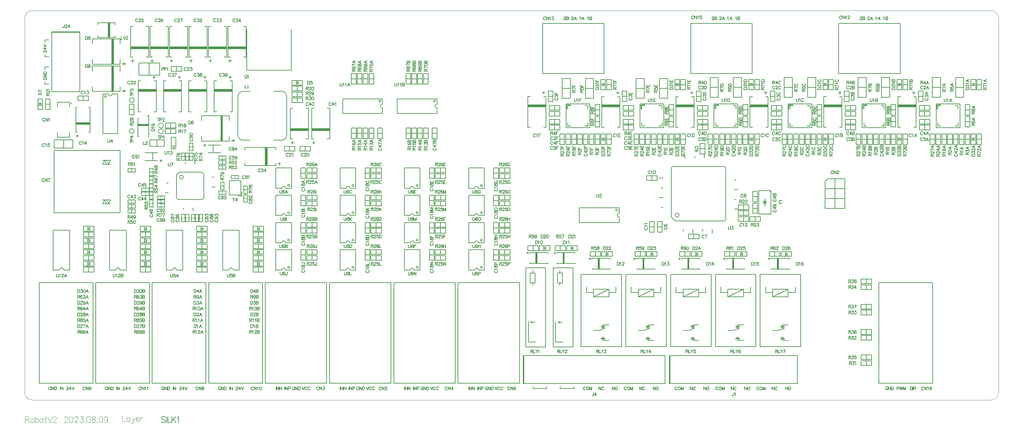
<source format=gbr>
G04*
G04 #@! TF.GenerationSoftware,Altium Limited,Altium Designer,23.8.1 (32)*
G04*
G04 Layer_Color=65535*
%FSLAX44Y44*%
%MOMM*%
G71*
G04*
G04 #@! TF.SameCoordinates,F21A4230-7023-44C8-9C34-A26C4C793EA4*
G04*
G04*
G04 #@! TF.FilePolarity,Positive*
G04*
G01*
G75*
%ADD10C,0.1500*%
%ADD11R,3.7000X0.4000*%
%ADD12R,0.4000X6.5000*%
%ADD13R,0.3000X0.4500*%
%ADD14R,2.8000X0.3000*%
%ADD15R,4.6500X0.5000*%
%ADD16R,4.6500X0.5000*%
%ADD17R,0.3000X2.8000*%
%ADD18R,4.6500X0.5000*%
%ADD19R,0.5000X4.6500*%
%ADD20R,4.6500X0.5000*%
%ADD21C,0.1000*%
G36*
X-1031000Y431000D02*
Y469000D01*
X-1035000D01*
Y431000D01*
X-1031000D01*
D02*
G37*
D10*
X-968500Y190548D02*
G03*
X-968500Y190548I-6500J0D01*
G01*
X550000Y95000D02*
G03*
X545000Y100000I-5000J0D01*
G01*
Y-40000D02*
G03*
X550000Y-35000I0J5000D01*
G01*
X415000Y100000D02*
G03*
X410000Y95000I0J-5000D01*
G01*
X430000Y-25000D02*
G03*
X430000Y-25000I-5000J0D01*
G01*
X-690000Y292500D02*
G03*
X-702500Y280000I0J-12500D01*
G01*
X-702500Y180000D02*
G03*
X-690000Y167500I12500J0D01*
G01*
X-590000D02*
G03*
X-577500Y180000I0J12500D01*
G01*
Y280000D02*
G03*
X-590000Y292500I-12500J-0D01*
G01*
X-795000Y15000D02*
G03*
X-790000Y20000I0J5000D01*
G01*
X-860000D02*
G03*
X-855000Y15000I5000J0D01*
G01*
X-790000Y80000D02*
G03*
X-795000Y85000I-5000J0D01*
G01*
X-842500Y72500D02*
G03*
X-842500Y72500I-5000J0D01*
G01*
X-195551Y267711D02*
G03*
X-195551Y267711I-2500J0D01*
G01*
X-191500Y260000D02*
G03*
X-191500Y250000I0J-5000D01*
G01*
X-1129000Y261500D02*
G03*
X-1129000Y261500I-1000J0D01*
G01*
X-864500Y151000D02*
G03*
X-864500Y151000I-3000J0D01*
G01*
X-85000Y-166000D02*
G03*
X-95000Y-166000I-5000J0D01*
G01*
X-74800Y-159050D02*
G03*
X-74800Y-159050I-2500J0D01*
G01*
X-85000Y44000D02*
G03*
X-95000Y44000I-5000J0D01*
G01*
X-74800Y50950D02*
G03*
X-74800Y50950I-2500J0D01*
G01*
X-580000Y44000D02*
G03*
X-590000Y44000I-5000J0D01*
G01*
X-569800Y50950D02*
G03*
X-569800Y50950I-2500J0D01*
G01*
X-74800Y-19050D02*
G03*
X-74800Y-19050I-2500J0D01*
G01*
X-85000Y-26000D02*
G03*
X-95000Y-26000I-5000J0D01*
G01*
X-239800Y-159050D02*
G03*
X-239800Y-159050I-2500J0D01*
G01*
X-250000Y-166000D02*
G03*
X-260000Y-166000I-5000J0D01*
G01*
X-239800Y-19050D02*
G03*
X-239800Y-19050I-2500J0D01*
G01*
X-250000Y-26000D02*
G03*
X-260000Y-26000I-5000J0D01*
G01*
X-404800Y-19050D02*
G03*
X-404800Y-19050I-2500J0D01*
G01*
X-415000Y-26000D02*
G03*
X-425000Y-26000I-5000J0D01*
G01*
X-404800Y-159050D02*
G03*
X-404800Y-159050I-2500J0D01*
G01*
X-415000Y-166000D02*
G03*
X-425000Y-166000I-5000J0D01*
G01*
X-569800Y-89050D02*
G03*
X-569800Y-89050I-2500J0D01*
G01*
X-580000Y-96000D02*
G03*
X-590000Y-96000I-5000J0D01*
G01*
X-569800Y-19050D02*
G03*
X-569800Y-19050I-2500J0D01*
G01*
X-580000Y-26000D02*
G03*
X-590000Y-26000I-5000J0D01*
G01*
X-569800Y-159050D02*
G03*
X-569800Y-159050I-2500J0D01*
G01*
X-580000Y-166000D02*
G03*
X-590000Y-166000I-5000J0D01*
G01*
X-893500Y190000D02*
G03*
X-893500Y190000I-6500J0D01*
G01*
Y205000D02*
G03*
X-893500Y205000I-6500J0D01*
G01*
X-968500Y270000D02*
G03*
X-968500Y270000I-6500J0D01*
G01*
X-1035000Y286000D02*
G03*
X-1025000Y286000I5000J0D01*
G01*
X-1040211Y279449D02*
G03*
X-1040211Y279449I-2500J0D01*
G01*
X276000Y-20000D02*
G03*
X276000Y-30000I0J-5000D01*
G01*
X271949Y-12289D02*
G03*
X271949Y-12289I-2500J0D01*
G01*
X-331500Y260000D02*
G03*
X-331500Y250000I0J-5000D01*
G01*
X-335551Y267711D02*
G03*
X-335551Y267711I-2500J0D01*
G01*
X-404800Y50950D02*
G03*
X-404800Y50950I-2500J0D01*
G01*
X-415000Y44000D02*
G03*
X-425000Y44000I-5000J0D01*
G01*
X-404800Y-89050D02*
G03*
X-404800Y-89050I-2500J0D01*
G01*
X-415000Y-96000D02*
G03*
X-425000Y-96000I-5000J0D01*
G01*
X-239800Y50950D02*
G03*
X-239800Y50950I-2500J0D01*
G01*
X-250000Y44000D02*
G03*
X-260000Y44000I-5000J0D01*
G01*
X-239800Y-89050D02*
G03*
X-239800Y-89050I-2500J0D01*
G01*
X-250000Y-96000D02*
G03*
X-260000Y-96000I-5000J0D01*
G01*
X-74800Y-89050D02*
G03*
X-74800Y-89050I-2500J0D01*
G01*
X-85000Y-96000D02*
G03*
X-95000Y-96000I-5000J0D01*
G01*
X-1062500Y469000D02*
X-1017500D01*
X-1035000Y431000D02*
Y469000D01*
X-1031000Y431000D02*
Y469000D01*
X-1062500Y431000D02*
Y436000D01*
Y464000D02*
Y469000D01*
X-1017500Y464000D02*
Y469000D01*
X-1062500Y431000D02*
X-1017500D01*
Y436000D01*
X1149000Y156500D02*
Y183500D01*
Y170000D02*
X1161000D01*
X1149000Y156500D02*
X1161000D01*
X1149000Y183500D02*
X1161000D01*
Y156500D02*
Y183500D01*
X971000Y156500D02*
Y183500D01*
X959000D02*
X971000D01*
X959000Y156500D02*
X971000D01*
X959000Y170000D02*
X971000D01*
X959000Y156500D02*
Y183500D01*
X769000Y156500D02*
Y183500D01*
Y170000D02*
X781000D01*
X769000Y156500D02*
X781000D01*
X769000Y183500D02*
X781000D01*
Y156500D02*
Y183500D01*
X591000Y156500D02*
Y183500D01*
X579000D02*
X591000D01*
X579000Y156500D02*
X591000D01*
X579000Y170000D02*
X591000D01*
X579000Y156500D02*
Y183500D01*
X389000Y156500D02*
Y183500D01*
Y170000D02*
X401000D01*
X389000Y156500D02*
X401000D01*
X389000Y183500D02*
X401000D01*
Y156500D02*
Y183500D01*
X211000Y156500D02*
Y183500D01*
X199000D02*
X211000D01*
X199000Y156500D02*
X211000D01*
X199000Y170000D02*
X211000D01*
X199000Y156500D02*
Y183500D01*
X1119000Y156500D02*
Y183500D01*
Y170000D02*
X1131000D01*
X1119000Y156500D02*
X1131000D01*
X1119000Y183500D02*
X1131000D01*
Y156500D02*
Y183500D01*
X941000Y156500D02*
Y183500D01*
X929000D02*
X941000D01*
X929000Y156500D02*
X941000D01*
X929000Y170000D02*
X941000D01*
X929000Y156500D02*
Y183500D01*
X739000Y156500D02*
Y183500D01*
Y170000D02*
X751000D01*
X739000Y156500D02*
X751000D01*
X739000Y183500D02*
X751000D01*
Y156500D02*
Y183500D01*
X561000Y156500D02*
Y183500D01*
X549000D02*
X561000D01*
X549000Y156500D02*
X561000D01*
X549000Y170000D02*
X561000D01*
X549000Y156500D02*
Y183500D01*
X359000Y156500D02*
Y183500D01*
Y170000D02*
X371000D01*
X359000Y156500D02*
X371000D01*
X359000Y183500D02*
X371000D01*
Y156500D02*
Y183500D01*
X181000Y156500D02*
Y183500D01*
X169000D02*
X181000D01*
X169000Y156500D02*
X181000D01*
X169000Y170000D02*
X181000D01*
X169000Y156500D02*
Y183500D01*
X1164000Y156500D02*
Y183500D01*
Y170000D02*
X1176000D01*
X1164000Y156500D02*
X1176000D01*
X1164000Y183500D02*
X1176000D01*
Y156500D02*
Y183500D01*
X986000Y156500D02*
Y183500D01*
X974000D02*
X986000D01*
X974000Y156500D02*
X986000D01*
X974000Y170000D02*
X986000D01*
X974000Y156500D02*
Y183500D01*
X784000Y156500D02*
Y183500D01*
Y170000D02*
X796000D01*
X784000Y156500D02*
X796000D01*
X784000Y183500D02*
X796000D01*
Y156500D02*
Y183500D01*
X606000Y156500D02*
Y183500D01*
X594000D02*
X606000D01*
X594000Y156500D02*
X606000D01*
X594000Y170000D02*
X606000D01*
X594000Y156500D02*
Y183500D01*
X404000Y156500D02*
Y183500D01*
Y170000D02*
X416000D01*
X404000Y156500D02*
X416000D01*
X404000Y183500D02*
X416000D01*
Y156500D02*
Y183500D01*
X226000Y156500D02*
Y183500D01*
X214000D02*
X226000D01*
X214000Y156500D02*
X226000D01*
X214000Y170000D02*
X226000D01*
X214000Y156500D02*
Y183500D01*
X1046500Y244000D02*
X1073500D01*
X1060000D02*
Y256000D01*
X1073500Y244000D02*
Y256000D01*
X1046500Y244000D02*
Y256000D01*
X1073500D01*
X856500D02*
X883500D01*
X856500Y244000D02*
Y256000D01*
X883500Y244000D02*
Y256000D01*
X870000Y244000D02*
Y256000D01*
X856500Y244000D02*
X883500D01*
X666500D02*
X693500D01*
X680000D02*
Y256000D01*
X693500Y244000D02*
Y256000D01*
X666500Y244000D02*
Y256000D01*
X693500D01*
X476500D02*
X503500D01*
X476500Y244000D02*
Y256000D01*
X503500Y244000D02*
Y256000D01*
X490000Y244000D02*
Y256000D01*
X476500Y244000D02*
X503500D01*
X286500D02*
X313500D01*
X300000D02*
Y256000D01*
X313500Y244000D02*
Y256000D01*
X286500Y244000D02*
Y256000D01*
X313500D01*
X96500D02*
X123500D01*
X96500Y244000D02*
Y256000D01*
X123500Y244000D02*
Y256000D01*
X110000Y244000D02*
Y256000D01*
X96500Y244000D02*
X123500D01*
X1164000Y201500D02*
Y228500D01*
Y215000D02*
X1176000D01*
X1164000Y201500D02*
X1176000D01*
X1164000Y228500D02*
X1176000D01*
Y201500D02*
Y228500D01*
X986000Y201500D02*
Y228500D01*
X974000D02*
X986000D01*
X974000Y201500D02*
X986000D01*
X974000Y215000D02*
X986000D01*
X974000Y201500D02*
Y228500D01*
X784000Y201500D02*
Y228500D01*
Y215000D02*
X796000D01*
X784000Y201500D02*
X796000D01*
X784000Y228500D02*
X796000D01*
Y201500D02*
Y228500D01*
X606000Y201500D02*
Y228500D01*
X594000D02*
X606000D01*
X594000Y201500D02*
X606000D01*
X594000Y215000D02*
X606000D01*
X594000Y201500D02*
Y228500D01*
X404000Y201500D02*
Y228500D01*
Y215000D02*
X416000D01*
X404000Y201500D02*
X416000D01*
X404000Y228500D02*
X416000D01*
Y201500D02*
Y228500D01*
X226000Y201500D02*
Y228500D01*
X214000D02*
X226000D01*
X214000Y201500D02*
X226000D01*
X214000Y215000D02*
X226000D01*
X214000Y201500D02*
Y228500D01*
X-808500Y-69000D02*
X-781500D01*
X-795000Y-81000D02*
Y-69000D01*
X-808500Y-81000D02*
Y-69000D01*
X-781500Y-81000D02*
Y-69000D01*
X-808500Y-81000D02*
X-781500D01*
X-663500D02*
X-636500D01*
Y-69000D01*
X-663500Y-81000D02*
Y-69000D01*
X-650000Y-81000D02*
Y-69000D01*
X-663500D02*
X-636500D01*
X-808500Y-99000D02*
X-781500D01*
X-795000Y-111000D02*
Y-99000D01*
X-808500Y-111000D02*
Y-99000D01*
X-781500Y-111000D02*
Y-99000D01*
X-808500Y-111000D02*
X-781500D01*
X-663500D02*
X-636500D01*
Y-99000D01*
X-663500Y-111000D02*
Y-99000D01*
X-650000Y-111000D02*
Y-99000D01*
X-663500D02*
X-636500D01*
X-808500Y-129000D02*
X-781500D01*
X-795000Y-141000D02*
Y-129000D01*
X-808500Y-141000D02*
Y-129000D01*
X-781500Y-141000D02*
Y-129000D01*
X-808500Y-141000D02*
X-781500D01*
X-663500D02*
X-636500D01*
Y-129000D01*
X-663500Y-141000D02*
Y-129000D01*
X-650000Y-141000D02*
Y-129000D01*
X-663500D02*
X-636500D01*
X-808500Y-159000D02*
X-781500D01*
X-795000Y-171000D02*
Y-159000D01*
X-808500Y-171000D02*
Y-159000D01*
X-781500Y-171000D02*
Y-159000D01*
X-808500Y-171000D02*
X-781500D01*
X-663500D02*
X-636500D01*
Y-159000D01*
X-663500Y-171000D02*
Y-159000D01*
X-650000Y-171000D02*
Y-159000D01*
X-663500D02*
X-636500D01*
X-366000Y171500D02*
Y198500D01*
Y185000D02*
X-354000D01*
X-366000Y171500D02*
X-354000D01*
X-366000Y198500D02*
X-354000D01*
Y171500D02*
Y198500D01*
X-214000Y171500D02*
Y198500D01*
X-226000D02*
X-214000D01*
X-226000Y171500D02*
X-214000D01*
X-226000Y185000D02*
X-214000D01*
X-226000Y171500D02*
Y198500D01*
X-381000Y171500D02*
Y198500D01*
Y185000D02*
X-369000D01*
X-381000Y171500D02*
X-369000D01*
X-381000Y198500D02*
X-369000D01*
Y171500D02*
Y198500D01*
X-229000Y171500D02*
Y198500D01*
X-241000D02*
X-229000D01*
X-241000Y171500D02*
X-229000D01*
X-241000Y185000D02*
X-229000D01*
X-241000Y171500D02*
Y198500D01*
X-396000Y171500D02*
Y198500D01*
Y185000D02*
X-384000D01*
X-396000Y171500D02*
X-384000D01*
X-396000Y198500D02*
X-384000D01*
Y171500D02*
Y198500D01*
X-244000Y171500D02*
Y198500D01*
X-256000D02*
X-244000D01*
X-256000Y171500D02*
X-244000D01*
X-256000Y185000D02*
X-244000D01*
X-256000Y171500D02*
Y198500D01*
X-411000Y171500D02*
Y198500D01*
Y185000D02*
X-399000D01*
X-411000Y171500D02*
X-399000D01*
X-411000Y198500D02*
X-399000D01*
Y171500D02*
Y198500D01*
X-259000Y171500D02*
Y198500D01*
X-271000D02*
X-259000D01*
X-271000Y171500D02*
X-259000D01*
X-271000Y185000D02*
X-259000D01*
X-271000Y171500D02*
Y198500D01*
X-888500Y196000D02*
X-861500D01*
X-875000Y184000D02*
Y196000D01*
X-888500Y184000D02*
Y196000D01*
X-861500Y184000D02*
Y196000D01*
X-888500Y184000D02*
X-861500D01*
X-888500Y199000D02*
X-861500D01*
Y211000D01*
X-888500Y199000D02*
Y211000D01*
X-875000Y199000D02*
Y211000D01*
X-888500D02*
X-861500D01*
X-563500Y306000D02*
X-536500D01*
X-550000Y294000D02*
Y306000D01*
X-563500Y294000D02*
Y306000D01*
X-536500Y294000D02*
Y306000D01*
X-563500Y294000D02*
X-536500D01*
X581500Y-26000D02*
X608500D01*
Y-14000D01*
X581500Y-26000D02*
Y-14000D01*
X595000Y-26000D02*
Y-14000D01*
X581500D02*
X608500D01*
X611500Y-41000D02*
X638500D01*
X625000D02*
Y-29000D01*
X638500Y-41000D02*
Y-29000D01*
X611500Y-41000D02*
Y-29000D01*
X638500D01*
X-526000Y81000D02*
X-499000D01*
X-526000Y69000D02*
Y81000D01*
X-499000Y69000D02*
Y81000D01*
X-512500Y69000D02*
Y81000D01*
X-526000Y69000D02*
X-499000D01*
X-526000Y-71000D02*
X-499000D01*
X-512500D02*
Y-59000D01*
X-499000Y-71000D02*
Y-59000D01*
X-526000Y-71000D02*
Y-59000D01*
X-499000D01*
X-361000Y81000D02*
X-334000D01*
X-361000Y69000D02*
Y81000D01*
X-334000Y69000D02*
Y81000D01*
X-347500Y69000D02*
Y81000D01*
X-361000Y69000D02*
X-334000D01*
X-361000Y-71000D02*
X-334000D01*
X-347500D02*
Y-59000D01*
X-334000Y-71000D02*
Y-59000D01*
X-361000Y-71000D02*
Y-59000D01*
X-334000D01*
X-196000Y81000D02*
X-169000D01*
X-196000Y69000D02*
Y81000D01*
X-169000Y69000D02*
Y81000D01*
X-182500Y69000D02*
Y81000D01*
X-196000Y69000D02*
X-169000D01*
X-196000Y-71000D02*
X-169000D01*
X-182500D02*
Y-59000D01*
X-169000Y-71000D02*
Y-59000D01*
X-196000Y-71000D02*
Y-59000D01*
X-169000D01*
X-31000Y81000D02*
X-4000D01*
X-31000Y69000D02*
Y81000D01*
X-4000Y69000D02*
Y81000D01*
X-17500Y69000D02*
Y81000D01*
X-31000Y69000D02*
X-4000D01*
X-31000Y-71000D02*
X-4000D01*
X-17500D02*
Y-59000D01*
X-4000Y-71000D02*
Y-59000D01*
X-31000Y-71000D02*
Y-59000D01*
X-4000D01*
X-526000Y96000D02*
X-499000D01*
X-526000Y84000D02*
Y96000D01*
X-499000Y84000D02*
Y96000D01*
X-512500Y84000D02*
Y96000D01*
X-526000Y84000D02*
X-499000D01*
X-526000Y-56000D02*
X-499000D01*
X-512500D02*
Y-44000D01*
X-499000Y-56000D02*
Y-44000D01*
X-526000Y-56000D02*
Y-44000D01*
X-499000D01*
X-361000Y96000D02*
X-334000D01*
X-361000Y84000D02*
Y96000D01*
X-334000Y84000D02*
Y96000D01*
X-347500Y84000D02*
Y96000D01*
X-361000Y84000D02*
X-334000D01*
X-361000Y-56000D02*
X-334000D01*
X-347500D02*
Y-44000D01*
X-334000Y-56000D02*
Y-44000D01*
X-361000Y-56000D02*
Y-44000D01*
X-334000D01*
X-196000Y96000D02*
X-169000D01*
X-196000Y84000D02*
Y96000D01*
X-169000Y84000D02*
Y96000D01*
X-182500Y84000D02*
Y96000D01*
X-196000Y84000D02*
X-169000D01*
X-196000Y-56000D02*
X-169000D01*
X-182500D02*
Y-44000D01*
X-169000Y-56000D02*
Y-44000D01*
X-196000Y-56000D02*
Y-44000D01*
X-169000D01*
X-31000Y96000D02*
X-4000D01*
X-31000Y84000D02*
Y96000D01*
X-4000Y84000D02*
Y96000D01*
X-17500Y84000D02*
Y96000D01*
X-31000Y84000D02*
X-4000D01*
X-31000Y-56000D02*
X-4000D01*
X-17500D02*
Y-44000D01*
X-4000Y-56000D02*
Y-44000D01*
X-31000Y-56000D02*
Y-44000D01*
X-4000D01*
X-1184000Y246500D02*
Y273500D01*
X-1196000D02*
X-1184000D01*
X-1196000Y246500D02*
X-1184000D01*
X-1196000Y260000D02*
X-1184000D01*
X-1196000Y246500D02*
Y273500D01*
X-563500Y291000D02*
X-536500D01*
X-550000Y279000D02*
Y291000D01*
X-563500Y279000D02*
Y291000D01*
X-536500Y279000D02*
Y291000D01*
X-563500Y279000D02*
X-536500D01*
X-563500Y264000D02*
X-536500D01*
Y276000D01*
X-563500Y264000D02*
Y276000D01*
X-550000Y264000D02*
Y276000D01*
X-563500D02*
X-536500D01*
X41500Y-104000D02*
X68500D01*
X55000Y-116000D02*
Y-104000D01*
X41500Y-116000D02*
Y-104000D01*
X68500Y-116000D02*
Y-104000D01*
X41500Y-116000D02*
X68500D01*
X111500D02*
X138500D01*
Y-104000D01*
X111500Y-116000D02*
Y-104000D01*
X125000Y-116000D02*
Y-104000D01*
X111500D02*
X138500D01*
X201500Y-119000D02*
X228500D01*
X215000Y-131000D02*
Y-119000D01*
X201500Y-131000D02*
Y-119000D01*
X228500Y-131000D02*
Y-119000D01*
X201500Y-131000D02*
X228500D01*
X316500D02*
X343500D01*
Y-119000D01*
X316500Y-131000D02*
Y-119000D01*
X330000Y-131000D02*
Y-119000D01*
X316500D02*
X343500D01*
X431500D02*
X458500D01*
X445000Y-131000D02*
Y-119000D01*
X431500Y-131000D02*
Y-119000D01*
X458500Y-131000D02*
Y-119000D01*
X431500Y-131000D02*
X458500D01*
X546500D02*
X573500D01*
Y-119000D01*
X546500Y-131000D02*
Y-119000D01*
X560000Y-131000D02*
Y-119000D01*
X546500D02*
X573500D01*
X661500D02*
X688500D01*
X675000Y-131000D02*
Y-119000D01*
X661500Y-131000D02*
Y-119000D01*
X688500Y-131000D02*
Y-119000D01*
X661500Y-131000D02*
X688500D01*
X-1098500Y-81000D02*
X-1071500D01*
Y-69000D01*
X-1098500Y-81000D02*
Y-69000D01*
X-1085000Y-81000D02*
Y-69000D01*
X-1098500D02*
X-1071500D01*
X-953500D02*
X-926500D01*
X-940000Y-81000D02*
Y-69000D01*
X-953500Y-81000D02*
Y-69000D01*
X-926500Y-81000D02*
Y-69000D01*
X-953500Y-81000D02*
X-926500D01*
X-1098500Y-111000D02*
X-1071500D01*
Y-99000D01*
X-1098500Y-111000D02*
Y-99000D01*
X-1085000Y-111000D02*
Y-99000D01*
X-1098500D02*
X-1071500D01*
X-953500D02*
X-926500D01*
X-940000Y-111000D02*
Y-99000D01*
X-953500Y-111000D02*
Y-99000D01*
X-926500Y-111000D02*
Y-99000D01*
X-953500Y-111000D02*
X-926500D01*
X-1098500Y-141000D02*
X-1071500D01*
Y-129000D01*
X-1098500Y-141000D02*
Y-129000D01*
X-1085000Y-141000D02*
Y-129000D01*
X-1098500D02*
X-1071500D01*
X-953500D02*
X-926500D01*
X-940000Y-141000D02*
Y-129000D01*
X-953500Y-141000D02*
Y-129000D01*
X-926500Y-141000D02*
Y-129000D01*
X-953500Y-141000D02*
X-926500D01*
X-1098500Y-171000D02*
X-1071500D01*
Y-159000D01*
X-1098500Y-171000D02*
Y-159000D01*
X-1085000Y-171000D02*
Y-159000D01*
X-1098500D02*
X-1071500D01*
X-953500D02*
X-926500D01*
X-940000Y-171000D02*
Y-159000D01*
X-953500Y-171000D02*
Y-159000D01*
X-926500Y-171000D02*
Y-159000D01*
X-953500Y-171000D02*
X-926500D01*
X-411000Y311500D02*
Y338500D01*
Y311500D02*
X-399000D01*
X-411000Y338500D02*
X-399000D01*
X-411000Y325000D02*
X-399000D01*
Y311500D02*
Y338500D01*
X-259000Y311500D02*
Y338500D01*
X-271000Y325000D02*
X-259000D01*
X-271000Y338500D02*
X-259000D01*
X-271000Y311500D02*
X-259000D01*
X-271000D02*
Y338500D01*
X-396000Y311500D02*
Y338500D01*
Y311500D02*
X-384000D01*
X-396000Y338500D02*
X-384000D01*
X-396000Y325000D02*
X-384000D01*
Y311500D02*
Y338500D01*
X-244000Y311500D02*
Y338500D01*
X-256000Y325000D02*
X-244000D01*
X-256000Y338500D02*
X-244000D01*
X-256000Y311500D02*
X-244000D01*
X-256000D02*
Y338500D01*
X-381000Y311500D02*
Y338500D01*
Y311500D02*
X-369000D01*
X-381000Y338500D02*
X-369000D01*
X-381000Y325000D02*
X-369000D01*
Y311500D02*
Y338500D01*
X-229000Y311500D02*
Y338500D01*
X-241000Y325000D02*
X-229000D01*
X-241000Y338500D02*
X-229000D01*
X-241000Y311500D02*
X-229000D01*
X-241000D02*
Y338500D01*
X-366000Y311500D02*
Y338500D01*
Y311500D02*
X-354000D01*
X-366000Y338500D02*
X-354000D01*
X-366000Y325000D02*
X-354000D01*
Y311500D02*
Y338500D01*
X-214000Y311500D02*
Y338500D01*
X-226000Y325000D02*
X-214000D01*
X-226000Y338500D02*
X-214000D01*
X-226000Y311500D02*
X-214000D01*
X-226000D02*
Y338500D01*
X-526000Y11000D02*
X-499000D01*
X-526000Y-1000D02*
Y11000D01*
X-499000Y-1000D02*
Y11000D01*
X-512500Y-1000D02*
Y11000D01*
X-526000Y-1000D02*
X-499000D01*
X-526000Y-141000D02*
X-499000D01*
X-512500D02*
Y-129000D01*
X-499000Y-141000D02*
Y-129000D01*
X-526000Y-141000D02*
Y-129000D01*
X-499000D01*
X-361000Y11000D02*
X-334000D01*
X-361000Y-1000D02*
Y11000D01*
X-334000Y-1000D02*
Y11000D01*
X-347500Y-1000D02*
Y11000D01*
X-361000Y-1000D02*
X-334000D01*
X-361000Y-141000D02*
X-334000D01*
X-347500D02*
Y-129000D01*
X-334000Y-141000D02*
Y-129000D01*
X-361000Y-141000D02*
Y-129000D01*
X-334000D01*
X-196000Y11000D02*
X-169000D01*
X-196000Y-1000D02*
Y11000D01*
X-169000Y-1000D02*
Y11000D01*
X-182500Y-1000D02*
Y11000D01*
X-196000Y-1000D02*
X-169000D01*
X-196000Y-141000D02*
X-169000D01*
X-182500D02*
Y-129000D01*
X-169000Y-141000D02*
Y-129000D01*
X-196000Y-141000D02*
Y-129000D01*
X-169000D01*
X-31000Y11000D02*
X-4000D01*
X-31000Y-1000D02*
Y11000D01*
X-4000Y-1000D02*
Y11000D01*
X-17500Y-1000D02*
Y11000D01*
X-31000Y-1000D02*
X-4000D01*
X-31000Y-141000D02*
X-4000D01*
X-17500D02*
Y-129000D01*
X-4000Y-141000D02*
Y-129000D01*
X-31000Y-141000D02*
Y-129000D01*
X-4000D01*
X-526000Y26000D02*
X-499000D01*
X-526000Y14000D02*
Y26000D01*
X-499000Y14000D02*
Y26000D01*
X-512500Y14000D02*
Y26000D01*
X-526000Y14000D02*
X-499000D01*
X-526000Y-126000D02*
X-499000D01*
X-512500D02*
Y-114000D01*
X-499000Y-126000D02*
Y-114000D01*
X-526000Y-126000D02*
Y-114000D01*
X-499000D01*
X-361000Y26000D02*
X-334000D01*
X-361000Y14000D02*
Y26000D01*
X-334000Y14000D02*
Y26000D01*
X-347500Y14000D02*
Y26000D01*
X-361000Y14000D02*
X-334000D01*
X-361000Y-126000D02*
X-334000D01*
X-347500D02*
Y-114000D01*
X-334000Y-126000D02*
Y-114000D01*
X-361000Y-126000D02*
Y-114000D01*
X-334000D01*
X-196000Y26000D02*
X-169000D01*
X-196000Y14000D02*
Y26000D01*
X-169000Y14000D02*
Y26000D01*
X-182500Y14000D02*
Y26000D01*
X-196000Y14000D02*
X-169000D01*
X-196000Y-126000D02*
X-169000D01*
X-182500D02*
Y-114000D01*
X-169000Y-126000D02*
Y-114000D01*
X-196000Y-126000D02*
Y-114000D01*
X-169000D01*
X-31000Y26000D02*
X-4000D01*
X-31000Y14000D02*
Y26000D01*
X-4000Y14000D02*
Y26000D01*
X-17500Y14000D02*
Y26000D01*
X-31000Y14000D02*
X-4000D01*
X-31000Y-126000D02*
X-4000D01*
X-17500D02*
Y-114000D01*
X-4000Y-126000D02*
Y-114000D01*
X-31000Y-126000D02*
Y-114000D01*
X-4000D01*
X1176000Y231500D02*
Y258500D01*
X1164000D02*
X1176000D01*
X1164000Y231500D02*
X1176000D01*
X1164000Y245000D02*
X1176000D01*
X1164000Y231500D02*
Y258500D01*
X974000Y231500D02*
Y258500D01*
Y245000D02*
X986000D01*
X974000Y231500D02*
X986000D01*
X974000Y258500D02*
X986000D01*
Y231500D02*
Y258500D01*
X796000Y231500D02*
Y258500D01*
X784000D02*
X796000D01*
X784000Y231500D02*
X796000D01*
X784000Y245000D02*
X796000D01*
X784000Y231500D02*
Y258500D01*
X594000Y231500D02*
Y258500D01*
Y245000D02*
X606000D01*
X594000Y231500D02*
X606000D01*
X594000Y258500D02*
X606000D01*
Y231500D02*
Y258500D01*
X416000Y231500D02*
Y258500D01*
X404000D02*
X416000D01*
X404000Y231500D02*
X416000D01*
X404000Y245000D02*
X416000D01*
X404000Y231500D02*
Y258500D01*
X214000Y231500D02*
Y258500D01*
Y245000D02*
X226000D01*
X214000Y231500D02*
X226000D01*
X214000Y258500D02*
X226000D01*
Y231500D02*
Y258500D01*
X1116000Y156500D02*
Y183500D01*
X1104000D02*
X1116000D01*
X1104000Y156500D02*
X1116000D01*
X1104000Y170000D02*
X1116000D01*
X1104000Y156500D02*
Y183500D01*
X914000Y156500D02*
Y183500D01*
Y170000D02*
X926000D01*
X914000Y156500D02*
X926000D01*
X914000Y183500D02*
X926000D01*
Y156500D02*
Y183500D01*
X736000Y156500D02*
Y183500D01*
X724000D02*
X736000D01*
X724000Y156500D02*
X736000D01*
X724000Y170000D02*
X736000D01*
X724000Y156500D02*
Y183500D01*
X534000Y156500D02*
Y183500D01*
Y170000D02*
X546000D01*
X534000Y156500D02*
X546000D01*
X534000Y183500D02*
X546000D01*
Y156500D02*
Y183500D01*
X356000Y156500D02*
Y183500D01*
X344000D02*
X356000D01*
X344000Y156500D02*
X356000D01*
X344000Y170000D02*
X356000D01*
X344000Y156500D02*
Y183500D01*
X154000Y156500D02*
Y183500D01*
Y170000D02*
X166000D01*
X154000Y156500D02*
X166000D01*
X154000Y183500D02*
X166000D01*
Y156500D02*
Y183500D01*
X1101000Y156500D02*
Y183500D01*
X1089000D02*
X1101000D01*
X1089000Y156500D02*
X1101000D01*
X1089000Y170000D02*
X1101000D01*
X1089000Y156500D02*
Y183500D01*
X899000Y156500D02*
Y183500D01*
Y170000D02*
X911000D01*
X899000Y156500D02*
X911000D01*
X899000Y183500D02*
X911000D01*
Y156500D02*
Y183500D01*
X721000Y156500D02*
Y183500D01*
X709000D02*
X721000D01*
X709000Y156500D02*
X721000D01*
X709000Y170000D02*
X721000D01*
X709000Y156500D02*
Y183500D01*
X519000Y156500D02*
Y183500D01*
Y170000D02*
X531000D01*
X519000Y156500D02*
X531000D01*
X519000Y183500D02*
X531000D01*
Y156500D02*
Y183500D01*
X341000Y156500D02*
Y183500D01*
X329000D02*
X341000D01*
X329000Y156500D02*
X341000D01*
X329000Y170000D02*
X341000D01*
X329000Y156500D02*
Y183500D01*
X139000Y156500D02*
Y183500D01*
Y170000D02*
X151000D01*
X139000Y156500D02*
X151000D01*
X139000Y183500D02*
X151000D01*
Y156500D02*
Y183500D01*
X1086000Y156500D02*
Y183500D01*
X1074000D02*
X1086000D01*
X1074000Y156500D02*
X1086000D01*
X1074000Y170000D02*
X1086000D01*
X1074000Y156500D02*
Y183500D01*
X884000Y156500D02*
Y183500D01*
Y170000D02*
X896000D01*
X884000Y156500D02*
X896000D01*
X884000Y183500D02*
X896000D01*
Y156500D02*
Y183500D01*
X706000Y156500D02*
Y183500D01*
X694000D02*
X706000D01*
X694000Y156500D02*
X706000D01*
X694000Y170000D02*
X706000D01*
X694000Y156500D02*
Y183500D01*
X504000Y156500D02*
Y183500D01*
Y170000D02*
X516000D01*
X504000Y156500D02*
X516000D01*
X504000Y183500D02*
X516000D01*
Y156500D02*
Y183500D01*
X326000Y156500D02*
Y183500D01*
X314000D02*
X326000D01*
X314000Y156500D02*
X326000D01*
X314000Y170000D02*
X326000D01*
X314000Y156500D02*
Y183500D01*
X124000Y156500D02*
Y183500D01*
Y170000D02*
X136000D01*
X124000Y156500D02*
X136000D01*
X124000Y183500D02*
X136000D01*
Y156500D02*
Y183500D01*
X-981000Y232548D02*
Y259548D01*
Y232548D02*
X-969000D01*
X-981000Y259548D02*
X-969000D01*
X-981000Y246048D02*
X-969000D01*
Y232548D02*
Y259548D01*
X1194000Y296500D02*
Y323500D01*
Y310000D02*
X1206000D01*
X1194000Y296500D02*
X1206000D01*
X1194000Y323500D02*
X1206000D01*
Y296500D02*
Y323500D01*
X1016000Y296500D02*
Y323500D01*
X1004000D02*
X1016000D01*
X1004000Y296500D02*
X1016000D01*
X1004000Y310000D02*
X1016000D01*
X1004000Y296500D02*
Y323500D01*
X814000Y296500D02*
Y323500D01*
Y310000D02*
X826000D01*
X814000Y296500D02*
X826000D01*
X814000Y323500D02*
X826000D01*
Y296500D02*
Y323500D01*
X636000Y296500D02*
Y323500D01*
X624000D02*
X636000D01*
X624000Y296500D02*
X636000D01*
X624000Y310000D02*
X636000D01*
X624000Y296500D02*
Y323500D01*
X434000Y296500D02*
Y323500D01*
Y310000D02*
X446000D01*
X434000Y296500D02*
X446000D01*
X434000Y323500D02*
X446000D01*
Y296500D02*
Y323500D01*
X256000Y296500D02*
Y323500D01*
X244000D02*
X256000D01*
X244000Y296500D02*
X256000D01*
X244000Y310000D02*
X256000D01*
X244000Y296500D02*
Y323500D01*
X1206000Y156500D02*
Y183500D01*
X1194000Y170000D02*
X1206000D01*
X1194000Y183500D02*
X1206000D01*
X1194000Y156500D02*
X1206000D01*
X1194000D02*
Y183500D01*
X1004000Y156500D02*
Y183500D01*
Y156500D02*
X1016000D01*
X1004000Y183500D02*
X1016000D01*
X1004000Y170000D02*
X1016000D01*
Y156500D02*
Y183500D01*
X826000Y156500D02*
Y183500D01*
X814000Y170000D02*
X826000D01*
X814000Y183500D02*
X826000D01*
X814000Y156500D02*
X826000D01*
X814000D02*
Y183500D01*
X624000Y156500D02*
Y183500D01*
Y156500D02*
X636000D01*
X624000Y183500D02*
X636000D01*
X624000Y170000D02*
X636000D01*
Y156500D02*
Y183500D01*
X446000Y156500D02*
Y183500D01*
X434000Y170000D02*
X446000D01*
X434000Y183500D02*
X446000D01*
X434000Y156500D02*
X446000D01*
X434000D02*
Y183500D01*
X244000Y156500D02*
Y183500D01*
Y156500D02*
X256000D01*
X244000Y183500D02*
X256000D01*
X244000Y170000D02*
X256000D01*
Y156500D02*
Y183500D01*
X896500Y-411000D02*
X923500D01*
X910000D02*
Y-399000D01*
X923500Y-411000D02*
Y-399000D01*
X896500Y-411000D02*
Y-399000D01*
X923500D01*
X896500Y-334000D02*
X923500D01*
X896500Y-346000D02*
Y-334000D01*
X923500Y-346000D02*
Y-334000D01*
X910000Y-346000D02*
Y-334000D01*
X896500Y-346000D02*
X923500D01*
X896500Y-281000D02*
X923500D01*
X910000D02*
Y-269000D01*
X923500Y-281000D02*
Y-269000D01*
X896500Y-281000D02*
Y-269000D01*
X923500D01*
X896500Y-216000D02*
X923500D01*
Y-204000D01*
X896500Y-216000D02*
Y-204000D01*
X910000Y-216000D02*
Y-204000D01*
X896500D02*
X923500D01*
X896500Y-384000D02*
X923500D01*
X910000Y-396000D02*
Y-384000D01*
X896500Y-396000D02*
Y-384000D01*
X923500Y-396000D02*
Y-384000D01*
X896500Y-396000D02*
X923500D01*
X896500Y-331000D02*
X923500D01*
Y-319000D01*
X896500Y-331000D02*
Y-319000D01*
X910000Y-331000D02*
Y-319000D01*
X896500D02*
X923500D01*
X896500Y-254000D02*
X923500D01*
X910000Y-266000D02*
Y-254000D01*
X896500Y-266000D02*
Y-254000D01*
X923500Y-266000D02*
Y-254000D01*
X896500Y-266000D02*
X923500D01*
X896500Y-201000D02*
X923500D01*
Y-189000D01*
X896500Y-201000D02*
Y-189000D01*
X910000Y-201000D02*
Y-189000D01*
X896500D02*
X923500D01*
X-922500Y-457000D02*
X-784498D01*
Y-198000D01*
X-922500D02*
X-784498D01*
X-922500Y-457000D02*
Y-198000D01*
X-1212500Y-457000D02*
Y-198000D01*
X-1074498D01*
Y-457000D02*
Y-198000D01*
X-1212500Y-457000D02*
X-1074498D01*
X-777500D02*
X-639498D01*
Y-198000D01*
X-777500D02*
X-639498D01*
X-777500Y-457000D02*
Y-198000D01*
X-1067500Y-457000D02*
Y-198000D01*
X-929498D01*
Y-457000D02*
Y-198000D01*
X-1067500Y-457000D02*
X-929498D01*
X942500D02*
X1080502D01*
Y-198000D01*
X942500D02*
X1080502D01*
X942500Y-457000D02*
Y-198000D01*
X-1085500Y188000D02*
X-1081500D01*
X-1118500D02*
X-1114500D01*
X-1118500Y212000D02*
X-1081500D01*
X-1118500Y208000D02*
X-1081500D01*
Y188000D02*
Y252000D01*
X-1085500D02*
X-1081500D01*
X-1118500Y188000D02*
Y252000D01*
X-1114500D01*
X-1174000Y147000D02*
Y168000D01*
X-1126000Y147000D02*
Y168000D01*
X-1174000Y147000D02*
X-1126000D01*
X-1174000Y168000D02*
X-1126000D01*
X-1150000Y147000D02*
Y168000D01*
X855400Y-8100D02*
Y68100D01*
X804600Y-8100D02*
Y61750D01*
X830000Y-8100D02*
Y68100D01*
X804600Y-8100D02*
X855400D01*
X804600Y17300D02*
X855400D01*
X810950Y68100D02*
X855400D01*
X804600Y42700D02*
X855400D01*
X804600Y61750D02*
X810950Y68100D01*
X129500Y300000D02*
X150500D01*
X129500Y274500D02*
X150500D01*
X129500Y325500D02*
X150500D01*
Y274500D02*
Y325500D01*
X129500Y274500D02*
Y325500D01*
X113000Y-351000D02*
Y-298000D01*
Y-351000D02*
X131000D01*
X119600Y-300000D02*
X130000D01*
X119600D02*
X122100Y-297500D01*
X119600Y-300000D02*
X122100Y-302500D01*
X157700Y-363500D02*
Y-160300D01*
X106900Y-363500D02*
Y-160300D01*
Y-363500D02*
X157700D01*
X106900Y-160300D02*
X157700D01*
X124000Y-173600D02*
Y-167251D01*
Y-173600D02*
X130350D01*
Y-199000D02*
Y-173600D01*
X117650Y-199000D02*
X130350D01*
X117650D02*
Y-173600D01*
X124000D01*
Y-205351D02*
Y-199000D01*
X200500Y199500D02*
Y260500D01*
X139500Y199500D02*
X200500D01*
X139500D02*
Y260500D01*
X200500D01*
X141750Y248000D02*
Y258250D01*
X152000D01*
X144000Y256000D02*
X152000D01*
X144000Y248000D02*
Y256000D01*
X188000D02*
X196000D01*
Y248000D02*
Y256000D01*
X188000Y204000D02*
X196000D01*
Y212000D01*
X144000Y204000D02*
Y212000D01*
Y204000D02*
X152000D01*
X378750Y20000D02*
X388750D01*
X383750Y-5000D02*
X388750D01*
X383750Y45000D02*
X388750D01*
X378750Y70000D02*
X388750D01*
X495000Y121250D02*
Y131250D01*
X520000Y121250D02*
Y126250D01*
X470000Y121250D02*
Y126250D01*
X445000Y121250D02*
Y131250D01*
X571250Y40000D02*
X581250D01*
X571250Y65000D02*
X576250D01*
X571250Y15000D02*
X576250D01*
X571250Y-10000D02*
X581250D01*
X515000Y-71250D02*
Y-61250D01*
X490000Y-66250D02*
Y-61250D01*
X440000Y-66250D02*
Y-61250D01*
X465000Y-71250D02*
Y-61250D01*
X415000Y100000D02*
X545000D01*
X420000Y-40000D02*
X545000D01*
X550000Y-35000D02*
Y95000D01*
X410000Y-30000D02*
Y95000D01*
Y-30000D02*
X420000Y-40000D01*
X-1214000Y262500D02*
X-1206000D01*
X-1214000Y257500D02*
X-1210000Y262500D01*
X-1206000Y257500D01*
X-1214000D02*
X-1206000D01*
X-1216000Y246500D02*
Y273500D01*
X-1204000Y246500D02*
Y273500D01*
X-1216000D02*
X-1204000D01*
X-1216000Y246500D02*
X-1204000D01*
X-1026000Y292500D02*
Y357500D01*
X-1022000Y292500D02*
Y357500D01*
X-1075560Y292500D02*
X-1004440D01*
X-1075560Y357500D02*
X-1004440D01*
Y292500D02*
Y304680D01*
Y345320D02*
Y357500D01*
X-1075560Y345320D02*
Y357500D01*
Y292500D02*
Y304680D01*
X-991000Y292500D02*
Y294500D01*
X-998000D02*
X-991000D01*
X-998000Y292500D02*
Y294500D01*
Y292500D02*
X-991000D01*
X-1108000Y291500D02*
Y443500D01*
X-1180000Y291500D02*
X-1108000D01*
X-1180000D02*
Y443500D01*
X-1108000D01*
Y445500D01*
X-1180000D02*
X-1108000D01*
X-1180000Y443500D02*
Y445500D01*
X-702500Y200000D02*
Y280000D01*
Y180000D02*
Y200000D01*
X-690000Y167500D02*
X-670000D01*
X-690000Y292500D02*
X-670000D01*
X-610000Y167500D02*
X-590000D01*
X-577500Y180500D02*
Y280000D01*
X-610000Y292500D02*
X-590000D01*
X-956500Y334500D02*
Y365500D01*
X-903500Y334500D02*
Y365500D01*
X-956500Y334500D02*
X-903500D01*
X-956500Y365500D02*
X-903500D01*
X-930000Y334500D02*
Y365500D01*
X-680132Y346750D02*
X-565832D01*
Y452160D01*
X-680132Y346750D02*
Y452160D01*
X650000Y-2660D02*
Y3690D01*
Y11310D02*
Y17660D01*
X646190Y8770D02*
X653810D01*
X646190Y6230D02*
Y8770D01*
Y6230D02*
X653810D01*
Y8770D01*
X646825Y4325D02*
X653175D01*
X646825Y10675D02*
X653175D01*
X666000Y37500D02*
X666003Y-22500D01*
X634000Y37500D02*
X666000D01*
X634000Y-22500D02*
X666000D01*
X634000D02*
Y37500D01*
X-931000Y227000D02*
Y230500D01*
X-933000D02*
X-931000D01*
X-933000Y227000D02*
Y230500D01*
Y227000D02*
X-931000D01*
X-933000Y223000D02*
X-931000D01*
Y177000D02*
Y223000D01*
X-959000D02*
X-957000D01*
X-959000Y177000D02*
X-957000D01*
X-933000D02*
X-931000D01*
X-959000Y208000D02*
X-931000D01*
X-959000Y205000D02*
X-931000D01*
X-959000Y177000D02*
Y223000D01*
X685000Y-321001D02*
X700000Y-315000D01*
X670000Y-321001D02*
X685000D01*
X690001Y-342802D02*
X695000Y-337802D01*
X690001Y-342802D02*
X700000D01*
X695000Y-337802D02*
X700000Y-342802D01*
X695000Y-346401D02*
Y-337802D01*
Y-346401D02*
X710000D01*
X690001Y-310000D02*
X695000Y-315000D01*
X690001Y-310000D02*
X700000D01*
X695000Y-315000D02*
X700000Y-310000D01*
X695000Y-315000D02*
Y-306401D01*
X710000D01*
X652001Y-224001D02*
X670000D01*
X710000D02*
X728001D01*
X670000Y-235000D02*
X710000Y-215000D01*
X670000D02*
X710000D01*
X670000Y-235000D02*
Y-215000D01*
Y-235000D02*
X710000D01*
Y-215000D01*
X728001Y-224001D02*
Y-209001D01*
X652001Y-224001D02*
Y-209001D01*
X742001Y-363001D02*
Y-177001D01*
X638001Y-363001D02*
X742001D01*
X638001D02*
Y-177001D01*
X742001D01*
X-763500Y298000D02*
X-717000Y298000D01*
X-763500Y293000D02*
X-717000D01*
X-763500Y319500D02*
X-757000D01*
X-723000D02*
X-717000D01*
X-763500Y240500D02*
X-757000D01*
X-723000D02*
X-717000D01*
X-763500D02*
Y319500D01*
X-717000Y240500D02*
Y319500D01*
X-513000Y192000D02*
X-466500Y192000D01*
X-513000Y197000D02*
X-466500D01*
X-473000Y170500D02*
X-466500D01*
X-513000D02*
X-507000D01*
X-473000Y249500D02*
X-466500D01*
X-513000D02*
X-507000D01*
X-466500Y170500D02*
Y249500D01*
X-513000Y170500D02*
Y249500D01*
X-921000Y115000D02*
Y135000D01*
X-941000D02*
X-909000D01*
X-941000Y115000D02*
X-909000D01*
X-802000Y-32500D02*
X-799000D01*
X-802000Y-42000D02*
X-793000D01*
X-802000Y-23000D02*
X-793000D01*
Y-42000D02*
Y-23000D01*
X-802000Y-42000D02*
Y-23000D01*
X-796000Y-32500D02*
X-793000D01*
X-1049438Y14225D02*
X-1039438D01*
Y4225D02*
X-1029438D01*
X-1049438D02*
X-1044438Y14225D01*
X-1049438Y4225D02*
X-1039438D01*
X-1044438Y14225D02*
X-1039438Y4225D01*
Y14225D02*
X-1034438Y4225D01*
X-1039438Y14225D02*
X-1029438D01*
X-1034438Y4225D02*
X-1029438Y14225D01*
X-1049438Y115325D02*
X-1039438D01*
Y105325D02*
X-1029438D01*
X-1049438D02*
X-1044438Y115325D01*
X-1049438Y105325D02*
X-1039438D01*
X-1044438Y115325D02*
X-1039438Y105325D01*
Y115325D02*
X-1034438Y105325D01*
X-1039438Y115325D02*
X-1029438D01*
X-1034438Y105325D02*
X-1029438Y115325D01*
X-1174534Y141265D02*
X-1005029D01*
X-1174534Y-19303D02*
Y141265D01*
Y-19303D02*
X-1005029D01*
Y141265D01*
X-891520Y168500D02*
X-891459Y151500D01*
X-928450Y168500D02*
X-891520D01*
X-910000Y151500D02*
Y168500D01*
X-928511Y151500D02*
X-891459D01*
X-928511D02*
X-928450Y168500D01*
X-747000Y50000D02*
X-738000D01*
X-747000Y40500D02*
Y59500D01*
X-738000Y40500D02*
Y59500D01*
X-747000D02*
X-738000D01*
X-747000Y40500D02*
X-738000D01*
X-889250Y32500D02*
X-881250D01*
X-885250Y57500D02*
X-881250D01*
X-790000Y20000D02*
Y80000D01*
X-860000Y20000D02*
Y77500D01*
X-855000Y15000D02*
X-795000D01*
X-852500Y85000D02*
X-795000D01*
X-860000Y77500D02*
X-852500Y85000D01*
X-842500Y-10250D02*
Y-6250D01*
X-817500Y-14250D02*
Y-6250D01*
X-837500Y106250D02*
Y110250D01*
X-812500Y106250D02*
Y114250D01*
X-768750Y72500D02*
X-764750D01*
X-768750Y47500D02*
X-760750D01*
X-692500Y24000D02*
Y34000D01*
X-702500Y24000D02*
X-692500D01*
X-695000Y26500D02*
Y63500D01*
X-725000Y26500D02*
X-695000D01*
X-725000D02*
Y63500D01*
X-695000D01*
X29500Y-385500D02*
X31500D01*
X29500Y-457500D02*
Y-385500D01*
Y-457500D02*
X31500D01*
Y-385500D01*
Y-457500D02*
X393500D01*
Y-385500D01*
X31500D02*
X393500D01*
X-137497Y-457000D02*
X20502D01*
Y-198000D01*
X-137497D02*
X20502D01*
X-137497Y-457000D02*
Y-198000D01*
X-953500Y-66000D02*
Y-54000D01*
X-926500Y-66000D02*
Y-54000D01*
X-953500Y-66000D02*
X-926500D01*
X-953500Y-54000D02*
X-926500D01*
X-942500Y-64000D02*
Y-56000D01*
Y-64000D02*
X-937500Y-60000D01*
X-942500Y-56000D02*
X-937500Y-60000D01*
Y-64000D02*
Y-56000D01*
X-293500Y235961D02*
Y273500D01*
Y235961D02*
X-191500D01*
X-293500Y273500D02*
X-191500D01*
Y236000D02*
Y250000D01*
Y260000D02*
Y273500D01*
X-1031648Y-166501D02*
Y-64200D01*
X-988973Y-91576D02*
Y-64200D01*
Y-166501D02*
Y-91576D01*
X-1031648Y-63502D02*
X-988973D01*
X-1031648Y-166501D02*
X-1017051D01*
X-1010000Y-159450D01*
X-1002949Y-166501D01*
X-988973D01*
X-1031650Y-96862D02*
X-1031648Y-96860D01*
X-1134200Y253000D02*
Y264700D01*
X-1165800D02*
X-1134200D01*
X-1165800Y253000D02*
Y264700D01*
X-1134200Y175300D02*
Y187000D01*
X-1165800Y175300D02*
X-1134200D01*
X-1165800D02*
Y187000D01*
X631000Y-21000D02*
Y6000D01*
X619000Y-21000D02*
Y6000D01*
Y-21000D02*
X631000D01*
X619000Y6000D02*
X631000D01*
X619000Y-7500D02*
X631000D01*
X-873500Y145000D02*
Y175000D01*
X-861500Y145000D02*
Y175000D01*
X-873500D02*
X-861500D01*
X-873500Y145000D02*
X-861500D01*
X-34000Y-141000D02*
Y-114000D01*
X-46000Y-141000D02*
Y-114000D01*
Y-141000D02*
X-34000D01*
X-46000Y-114000D02*
X-34000D01*
X-46000Y-127500D02*
X-34000D01*
X-70000Y-166000D02*
Y-114000D01*
X-110000Y-166000D02*
Y-114000D01*
X-70000D01*
X-110000Y-166000D02*
X-95000D01*
X-85000D02*
X-70000D01*
X404483Y-457500D02*
X406500D01*
X404483D02*
X404983Y-385500D01*
X733500D01*
Y-457500D02*
Y-385500D01*
X406500Y-457500D02*
X733500D01*
X406500D02*
Y-385500D01*
X455000Y-321001D02*
X470000Y-315000D01*
X440000Y-321001D02*
X455000D01*
X460001Y-342802D02*
X465000Y-337802D01*
X460001Y-342802D02*
X470000D01*
X465000Y-337802D02*
X470000Y-342802D01*
X465000Y-346401D02*
Y-337802D01*
Y-346401D02*
X480000D01*
X460001Y-310000D02*
X465000Y-315000D01*
X460001Y-310000D02*
X470000D01*
X465000Y-315000D02*
X470000Y-310000D01*
X465000Y-315000D02*
Y-306401D01*
X480000D01*
X422001Y-224001D02*
X440000D01*
X480000D02*
X498001D01*
X440000Y-235000D02*
X480000Y-215000D01*
X440000D02*
X480000D01*
X440000Y-235000D02*
Y-215000D01*
Y-235000D02*
X480000D01*
Y-215000D01*
X498001Y-224001D02*
Y-209001D01*
X422001Y-224001D02*
Y-209001D01*
X512001Y-363001D02*
Y-177001D01*
X408001Y-363001D02*
X512001D01*
X408001D02*
Y-177001D01*
X512001D01*
X617500Y337999D02*
Y467000D01*
X459498Y337999D02*
X617500D01*
X459498D02*
Y467000D01*
X617500D01*
X231000Y312500D02*
X239000D01*
X231000Y307500D02*
X235000Y312500D01*
X239000Y307500D01*
X231000D02*
X239000D01*
X229000Y296500D02*
Y323500D01*
X241000Y296500D02*
Y323500D01*
X229000D02*
X241000D01*
X229000Y296500D02*
X241000D01*
X229000Y183500D02*
X241000D01*
X229000Y156500D02*
X241000D01*
X229000D02*
Y183500D01*
X241000Y156500D02*
Y183500D01*
X231000Y172500D02*
X239000D01*
X231000D02*
X235000Y167500D01*
X239000Y172500D01*
X231000Y167500D02*
X239000D01*
X41500Y258000D02*
X88000Y258000D01*
X41500Y253000D02*
X88000D01*
X41500Y279500D02*
X48000D01*
X82000D02*
X88000D01*
X41500Y200500D02*
X48000D01*
X82000D02*
X88000D01*
X41500D02*
Y279500D01*
X88000Y200500D02*
Y279500D01*
X676000Y266500D02*
Y293500D01*
X664000Y266500D02*
Y293500D01*
Y266500D02*
X676000D01*
X664000Y293500D02*
X676000D01*
X664000Y280000D02*
X676000D01*
X-34000Y69000D02*
Y96000D01*
X-46000Y69000D02*
Y96000D01*
Y69000D02*
X-34000D01*
X-46000Y96000D02*
X-34000D01*
X-46000Y82500D02*
X-34000D01*
X-70000Y44000D02*
Y96000D01*
X-110000Y44000D02*
Y96000D01*
X-70000D01*
X-110000Y44000D02*
X-95000D01*
X-85000D02*
X-70000D01*
X-529000Y69000D02*
Y96000D01*
X-541000Y69000D02*
Y96000D01*
Y69000D02*
X-529000D01*
X-541000Y96000D02*
X-529000D01*
X-541000Y82500D02*
X-529000D01*
X-565000Y44000D02*
Y96000D01*
X-605000Y44000D02*
Y96000D01*
X-565000D01*
X-605000Y44000D02*
X-590000D01*
X-580000D02*
X-565000D01*
X-530000Y139000D02*
Y151000D01*
X-516500Y139000D02*
Y151000D01*
X-543500Y139000D02*
Y151000D01*
X-516500D01*
X-543500Y139000D02*
X-516500D01*
X-570000D02*
Y151000D01*
X-556500Y139000D02*
Y151000D01*
X-583500Y139000D02*
Y151000D01*
X-556500D01*
X-583500Y139000D02*
X-556500D01*
X419000Y296500D02*
X431000D01*
X419000Y323500D02*
X431000D01*
Y296500D02*
Y323500D01*
X419000Y296500D02*
Y323500D01*
X421000Y307500D02*
X429000D01*
X425000Y312500D02*
X429000Y307500D01*
X421000D02*
X425000Y312500D01*
X421000D02*
X429000D01*
X609000Y296500D02*
X621000D01*
X609000Y323500D02*
X621000D01*
Y296500D02*
Y323500D01*
X609000Y296500D02*
Y323500D01*
X611000Y307500D02*
X619000D01*
X615000Y312500D02*
X619000Y307500D01*
X611000D02*
X615000Y312500D01*
X611000D02*
X619000D01*
X799000Y296500D02*
X811000D01*
X799000Y323500D02*
X811000D01*
Y296500D02*
Y323500D01*
X799000Y296500D02*
Y323500D01*
X801000Y307500D02*
X809000D01*
X805000Y312500D02*
X809000Y307500D01*
X801000D02*
X805000Y312500D01*
X801000D02*
X809000D01*
X989000Y296500D02*
X1001000D01*
X989000Y323500D02*
X1001000D01*
Y296500D02*
Y323500D01*
X989000Y296500D02*
Y323500D01*
X991000Y307500D02*
X999000D01*
X995000Y312500D02*
X999000Y307500D01*
X991000D02*
X995000Y312500D01*
X991000D02*
X999000D01*
X1179000Y296500D02*
X1191000D01*
X1179000Y323500D02*
X1191000D01*
Y296500D02*
Y323500D01*
X1179000Y296500D02*
Y323500D01*
X1181000Y307500D02*
X1189000D01*
X1185000Y312500D02*
X1189000Y307500D01*
X1181000D02*
X1185000Y312500D01*
X1181000D02*
X1189000D01*
X1181000Y167500D02*
X1189000D01*
X1185000D02*
X1189000Y172500D01*
X1181000D02*
X1185000Y167500D01*
X1181000Y172500D02*
X1189000D01*
X1191000Y156500D02*
Y183500D01*
X1179000Y156500D02*
Y183500D01*
Y156500D02*
X1191000D01*
X1179000Y183500D02*
X1191000D01*
X991000Y167500D02*
X999000D01*
X995000D02*
X999000Y172500D01*
X991000D02*
X995000Y167500D01*
X991000Y172500D02*
X999000D01*
X1001000Y156500D02*
Y183500D01*
X989000Y156500D02*
Y183500D01*
Y156500D02*
X1001000D01*
X989000Y183500D02*
X1001000D01*
X801000Y167500D02*
X809000D01*
X805000D02*
X809000Y172500D01*
X801000D02*
X805000Y167500D01*
X801000Y172500D02*
X809000D01*
X811000Y156500D02*
Y183500D01*
X799000Y156500D02*
Y183500D01*
Y156500D02*
X811000D01*
X799000Y183500D02*
X811000D01*
X611000Y167500D02*
X619000D01*
X615000D02*
X619000Y172500D01*
X611000D02*
X615000Y167500D01*
X611000Y172500D02*
X619000D01*
X621000Y156500D02*
Y183500D01*
X609000Y156500D02*
Y183500D01*
Y156500D02*
X621000D01*
X609000Y183500D02*
X621000D01*
X524000Y204000D02*
X532000D01*
X524000D02*
Y212000D01*
X576000Y204000D02*
Y212000D01*
X568000Y204000D02*
X576000D01*
Y248000D02*
Y256000D01*
X568000D02*
X576000D01*
X524000Y248000D02*
Y256000D01*
X532000D01*
X521750Y258250D02*
X532000D01*
X521750Y248000D02*
Y258250D01*
X519500Y260500D02*
X580500D01*
X519500Y199500D02*
Y260500D01*
Y199500D02*
X580500D01*
Y260500D01*
X421000Y167500D02*
X429000D01*
X425000D02*
X429000Y172500D01*
X421000D02*
X425000Y167500D01*
X421000Y172500D02*
X429000D01*
X431000Y156500D02*
Y183500D01*
X419000Y156500D02*
Y183500D01*
Y156500D02*
X431000D01*
X419000Y183500D02*
X431000D01*
X293001Y-177001D02*
X397001D01*
X293001Y-363001D02*
Y-177001D01*
Y-363001D02*
X397001D01*
Y-177001D01*
X307001Y-224001D02*
Y-209001D01*
X383001Y-224001D02*
Y-209001D01*
X365000Y-235000D02*
Y-215000D01*
X325000Y-235000D02*
X365000D01*
X325000D02*
Y-215000D01*
X365000D01*
X325000Y-235000D02*
X365000Y-215000D01*
Y-224001D02*
X383001D01*
X307001D02*
X325000D01*
X350000Y-306401D02*
X365000D01*
X350000Y-315000D02*
Y-306401D01*
Y-315000D02*
X355000Y-310000D01*
X345001D02*
X355000D01*
X345001D02*
X350000Y-315000D01*
Y-346401D02*
X365000D01*
X350000D02*
Y-337802D01*
X355000Y-342802D01*
X345001D02*
X355000D01*
X345001D02*
X350000Y-337802D01*
X325000Y-321001D02*
X340000D01*
X355000Y-315000D01*
X178001Y-177001D02*
X282001D01*
X178001Y-363001D02*
Y-177001D01*
Y-363001D02*
X282001D01*
Y-177001D01*
X192001Y-224001D02*
Y-209001D01*
X268001Y-224001D02*
Y-209001D01*
X250000Y-235000D02*
Y-215000D01*
X210000Y-235000D02*
X250000D01*
X210000D02*
Y-215000D01*
X250000D01*
X210000Y-235000D02*
X250000Y-215000D01*
Y-224001D02*
X268001D01*
X192001D02*
X210000D01*
X235000Y-306401D02*
X250000D01*
X235000Y-315000D02*
Y-306401D01*
Y-315000D02*
X240000Y-310000D01*
X230001D02*
X240000D01*
X230001D02*
X235000Y-315000D01*
Y-346401D02*
X250000D01*
X235000D02*
Y-337802D01*
X240000Y-342802D01*
X230001D02*
X240000D01*
X230001D02*
X235000Y-337802D01*
X210000Y-321001D02*
X225000D01*
X240000Y-315000D01*
X-211000Y-127500D02*
X-199000D01*
X-211000Y-114000D02*
X-199000D01*
X-211000Y-141000D02*
X-199000D01*
X-211000D02*
Y-114000D01*
X-199000Y-141000D02*
Y-114000D01*
X-46000Y12500D02*
X-34000D01*
X-46000Y26000D02*
X-34000D01*
X-46000Y-1000D02*
X-34000D01*
X-46000D02*
Y26000D01*
X-34000Y-1000D02*
Y26000D01*
X-85000Y-26000D02*
X-70000D01*
X-110000D02*
X-95000D01*
X-110000Y26000D02*
X-70000D01*
X-110000Y-26000D02*
Y26000D01*
X-70000Y-26000D02*
Y26000D01*
X-376000Y-127500D02*
X-364000D01*
X-376000Y-114000D02*
X-364000D01*
X-376000Y-141000D02*
X-364000D01*
X-376000D02*
Y-114000D01*
X-364000Y-141000D02*
Y-114000D01*
X-211000Y12500D02*
X-199000D01*
X-211000Y26000D02*
X-199000D01*
X-211000Y-1000D02*
X-199000D01*
X-211000D02*
Y26000D01*
X-199000Y-1000D02*
Y26000D01*
X-376000Y12500D02*
X-364000D01*
X-376000Y26000D02*
X-364000D01*
X-376000Y-1000D02*
X-364000D01*
X-376000D02*
Y26000D01*
X-364000Y-1000D02*
Y26000D01*
X-250000Y-166000D02*
X-235000D01*
X-275000D02*
X-260000D01*
X-275000Y-114000D02*
X-235000D01*
X-275000Y-166000D02*
Y-114000D01*
X-235000Y-166000D02*
Y-114000D01*
X-250000Y-26000D02*
X-235000D01*
X-275000D02*
X-260000D01*
X-275000Y26000D02*
X-235000D01*
X-275000Y-26000D02*
Y26000D01*
X-235000Y-26000D02*
Y26000D01*
X-415000Y-26000D02*
X-400000D01*
X-440000D02*
X-425000D01*
X-440000Y26000D02*
X-400000D01*
X-440000Y-26000D02*
Y26000D01*
X-400000Y-26000D02*
Y26000D01*
X-415000Y-166000D02*
X-400000D01*
X-440000D02*
X-425000D01*
X-440000Y-114000D02*
X-400000D01*
X-440000Y-166000D02*
Y-114000D01*
X-400000Y-166000D02*
Y-114000D01*
X-580000Y-96000D02*
X-565000D01*
X-605000D02*
X-590000D01*
X-605000Y-44000D02*
X-565000D01*
X-605000Y-96000D02*
Y-44000D01*
X-565000Y-96000D02*
Y-44000D01*
X-541000Y12500D02*
X-529000D01*
X-541000Y26000D02*
X-529000D01*
X-541000Y-1000D02*
X-529000D01*
X-541000D02*
Y26000D01*
X-529000Y-1000D02*
Y26000D01*
X-541000Y-127500D02*
X-529000D01*
X-541000Y-114000D02*
X-529000D01*
X-541000Y-141000D02*
X-529000D01*
X-541000D02*
Y-114000D01*
X-529000Y-141000D02*
Y-114000D01*
X-741650Y-96862D02*
X-741648Y-96860D01*
X-712949Y-166501D02*
X-698973D01*
X-720000Y-159450D02*
X-712949Y-166501D01*
X-727051D02*
X-720000Y-159450D01*
X-741648Y-166501D02*
X-727051D01*
X-741648Y-63502D02*
X-698973D01*
Y-166501D02*
Y-91576D01*
Y-64200D01*
X-741648Y-166501D02*
Y-64200D01*
X-886650Y-96862D02*
X-886648Y-96860D01*
X-857949Y-166501D02*
X-843973D01*
X-865000Y-159450D02*
X-857949Y-166501D01*
X-872051D02*
X-865000Y-159450D01*
X-886648Y-166501D02*
X-872051D01*
X-886648Y-63502D02*
X-843973D01*
Y-166501D02*
Y-91576D01*
Y-64200D01*
X-886648Y-166501D02*
Y-64200D01*
X997500Y337999D02*
Y467000D01*
X839498Y337999D02*
X997500D01*
X839498D02*
Y467000D01*
X997500D01*
X79498D02*
X237500D01*
X79498Y337999D02*
Y467000D01*
Y337999D02*
X237500D01*
Y467000D01*
X160000Y-470000D02*
Y-465000D01*
X125000Y-470000D02*
X160000D01*
X125000D02*
Y-465000D01*
X90000Y-470000D02*
Y-465000D01*
X55000Y-470000D02*
X90000D01*
X55000D02*
Y-465000D01*
X-632497Y-457000D02*
X-474498D01*
Y-198000D01*
X-632497D02*
X-474498D01*
X-632497Y-457000D02*
Y-198000D01*
X-302497Y-457000D02*
Y-198000D01*
X-144498D01*
Y-457000D02*
Y-198000D01*
X-302497Y-457000D02*
X-144498D01*
X-467497D02*
X-309498D01*
Y-198000D01*
X-467497D02*
X-309498D01*
X-467497Y-457000D02*
Y-198000D01*
X-580000Y-26000D02*
X-565000D01*
X-605000D02*
X-590000D01*
X-605000Y26000D02*
X-565000D01*
X-605000Y-26000D02*
Y26000D01*
X-565000Y-26000D02*
Y26000D01*
X-580000Y-166000D02*
X-565000D01*
X-605000D02*
X-590000D01*
X-605000Y-114000D02*
X-565000D01*
X-605000Y-166000D02*
Y-114000D01*
X-565000Y-166000D02*
Y-114000D01*
X-792500Y-154000D02*
Y-146000D01*
X-797500D02*
X-792500Y-150000D01*
X-797500Y-154000D02*
X-792500Y-150000D01*
X-797500Y-154000D02*
Y-146000D01*
X-808500Y-144000D02*
X-781500D01*
X-808500Y-156000D02*
X-781500D01*
Y-144000D01*
X-808500Y-156000D02*
Y-144000D01*
X-647500Y-154000D02*
Y-146000D01*
X-652500D02*
X-647500Y-150000D01*
X-652500Y-154000D02*
X-647500Y-150000D01*
X-652500Y-154000D02*
Y-146000D01*
X-663500Y-144000D02*
X-636500D01*
X-663500Y-156000D02*
X-636500D01*
Y-144000D01*
X-663500Y-156000D02*
Y-144000D01*
X-792500Y-124000D02*
Y-116000D01*
X-797500D02*
X-792500Y-120000D01*
X-797500Y-124000D02*
X-792500Y-120000D01*
X-797500Y-124000D02*
Y-116000D01*
X-808500Y-114000D02*
X-781500D01*
X-808500Y-126000D02*
X-781500D01*
Y-114000D01*
X-808500Y-126000D02*
Y-114000D01*
X-647500Y-124000D02*
Y-116000D01*
X-652500D02*
X-647500Y-120000D01*
X-652500Y-124000D02*
X-647500Y-120000D01*
X-652500Y-124000D02*
Y-116000D01*
X-663500Y-114000D02*
X-636500D01*
X-663500Y-126000D02*
X-636500D01*
Y-114000D01*
X-663500Y-126000D02*
Y-114000D01*
X-792500Y-94000D02*
Y-86000D01*
X-797500D02*
X-792500Y-90000D01*
X-797500Y-94000D02*
X-792500Y-90000D01*
X-797500Y-94000D02*
Y-86000D01*
X-808500Y-84000D02*
X-781500D01*
X-808500Y-96000D02*
X-781500D01*
Y-84000D01*
X-808500Y-96000D02*
Y-84000D01*
X-647500Y-94000D02*
Y-86000D01*
X-652500D02*
X-647500Y-90000D01*
X-652500Y-94000D02*
X-647500Y-90000D01*
X-652500Y-94000D02*
Y-86000D01*
X-663500Y-84000D02*
X-636500D01*
X-663500Y-96000D02*
X-636500D01*
Y-84000D01*
X-663500Y-96000D02*
Y-84000D01*
X-792500Y-64000D02*
Y-56000D01*
X-797500D02*
X-792500Y-60000D01*
X-797500Y-64000D02*
X-792500Y-60000D01*
X-797500Y-64000D02*
Y-56000D01*
X-808500Y-54000D02*
X-781500D01*
X-808500Y-66000D02*
X-781500D01*
Y-54000D01*
X-808500Y-66000D02*
Y-54000D01*
X-647500Y-64000D02*
Y-56000D01*
X-652500D02*
X-647500Y-60000D01*
X-652500Y-64000D02*
X-647500Y-60000D01*
X-652500Y-64000D02*
Y-56000D01*
X-663500Y-54000D02*
X-636500D01*
X-663500Y-66000D02*
X-636500D01*
Y-54000D01*
X-663500Y-66000D02*
Y-54000D01*
X87500Y-114000D02*
Y-106000D01*
X82500D02*
X87500Y-110000D01*
X82500Y-114000D02*
X87500Y-110000D01*
X82500Y-114000D02*
Y-106000D01*
X71500Y-104000D02*
X98500D01*
X71500Y-116000D02*
X98500D01*
Y-104000D01*
X71500Y-116000D02*
Y-104000D01*
X157500Y-114000D02*
Y-106000D01*
X152500D02*
X157500Y-110000D01*
X152500Y-114000D02*
X157500Y-110000D01*
X152500Y-114000D02*
Y-106000D01*
X141500Y-104000D02*
X168500D01*
X141500Y-116000D02*
X168500D01*
Y-104000D01*
X141500Y-116000D02*
Y-104000D01*
X247500Y-129000D02*
Y-121000D01*
X242500D02*
X247500Y-125000D01*
X242500Y-129000D02*
X247500Y-125000D01*
X242500Y-129000D02*
Y-121000D01*
X231500Y-119000D02*
X258500D01*
X231500Y-131000D02*
X258500D01*
Y-119000D01*
X231500Y-131000D02*
Y-119000D01*
X362500Y-129000D02*
Y-121000D01*
X357500D02*
X362500Y-125000D01*
X357500Y-129000D02*
X362500Y-125000D01*
X357500Y-129000D02*
Y-121000D01*
X346500Y-119000D02*
X373500D01*
X346500Y-131000D02*
X373500D01*
Y-119000D01*
X346500Y-131000D02*
Y-119000D01*
X477500Y-129000D02*
Y-121000D01*
X472500D02*
X477500Y-125000D01*
X472500Y-129000D02*
X477500Y-125000D01*
X472500Y-129000D02*
Y-121000D01*
X461500Y-119000D02*
X488500D01*
X461500Y-131000D02*
X488500D01*
Y-119000D01*
X461500Y-131000D02*
Y-119000D01*
X592500Y-129000D02*
Y-121000D01*
X587500D02*
X592500Y-125000D01*
X587500Y-129000D02*
X592500Y-125000D01*
X587500Y-129000D02*
Y-121000D01*
X576500Y-119000D02*
X603500D01*
X576500Y-131000D02*
X603500D01*
Y-119000D01*
X576500Y-131000D02*
Y-119000D01*
X707500Y-129000D02*
Y-121000D01*
X702500D02*
X707500Y-125000D01*
X702500Y-129000D02*
X707500Y-125000D01*
X702500Y-129000D02*
Y-121000D01*
X691500Y-119000D02*
X718500D01*
X691500Y-131000D02*
X718500D01*
Y-119000D01*
X691500Y-131000D02*
Y-119000D01*
X-1082500Y-154000D02*
Y-146000D01*
X-1087500D02*
X-1082500Y-150000D01*
X-1087500Y-154000D02*
X-1082500Y-150000D01*
X-1087500Y-154000D02*
Y-146000D01*
X-1098500Y-144000D02*
X-1071500D01*
X-1098500Y-156000D02*
X-1071500D01*
Y-144000D01*
X-1098500Y-156000D02*
Y-144000D01*
X-937500Y-154000D02*
Y-146000D01*
X-942500D02*
X-937500Y-150000D01*
X-942500Y-154000D02*
X-937500Y-150000D01*
X-942500Y-154000D02*
Y-146000D01*
X-953500Y-144000D02*
X-926500D01*
X-953500Y-156000D02*
X-926500D01*
Y-144000D01*
X-953500Y-156000D02*
Y-144000D01*
X-1082500Y-124000D02*
Y-116000D01*
X-1087500D02*
X-1082500Y-120000D01*
X-1087500Y-124000D02*
X-1082500Y-120000D01*
X-1087500Y-124000D02*
Y-116000D01*
X-1098500Y-114000D02*
X-1071500D01*
X-1098500Y-126000D02*
X-1071500D01*
Y-114000D01*
X-1098500Y-126000D02*
Y-114000D01*
X-937500Y-124000D02*
Y-116000D01*
X-942500D02*
X-937500Y-120000D01*
X-942500Y-124000D02*
X-937500Y-120000D01*
X-942500Y-124000D02*
Y-116000D01*
X-953500Y-114000D02*
X-926500D01*
X-953500Y-126000D02*
X-926500D01*
Y-114000D01*
X-953500Y-126000D02*
Y-114000D01*
X-1082500Y-94000D02*
Y-86000D01*
X-1087500D02*
X-1082500Y-90000D01*
X-1087500Y-94000D02*
X-1082500Y-90000D01*
X-1087500Y-94000D02*
Y-86000D01*
X-1098500Y-84000D02*
X-1071500D01*
X-1098500Y-96000D02*
X-1071500D01*
Y-84000D01*
X-1098500Y-96000D02*
Y-84000D01*
X-937500Y-94000D02*
Y-86000D01*
X-942500D02*
X-937500Y-90000D01*
X-942500Y-94000D02*
X-937500Y-90000D01*
X-942500Y-94000D02*
Y-86000D01*
X-953500Y-84000D02*
X-926500D01*
X-953500Y-96000D02*
X-926500D01*
Y-84000D01*
X-953500Y-96000D02*
Y-84000D01*
X-1082500Y-64000D02*
Y-56000D01*
X-1087500D02*
X-1082500Y-60000D01*
X-1087500Y-64000D02*
X-1082500Y-60000D01*
X-1087500Y-64000D02*
Y-56000D01*
X-1098500Y-54000D02*
X-1071500D01*
X-1098500Y-66000D02*
X-1071500D01*
Y-54000D01*
X-1098500Y-66000D02*
Y-54000D01*
X1139500Y277000D02*
Y328000D01*
X1160500Y277000D02*
Y328000D01*
X1139500D02*
X1160500D01*
X1139500Y277000D02*
X1160500D01*
X1139500Y302500D02*
X1160500D01*
X949500Y277000D02*
Y328000D01*
X970500Y277000D02*
Y328000D01*
X949500D02*
X970500D01*
X949500Y277000D02*
X970500D01*
X949500Y302500D02*
X970500D01*
X759500Y277000D02*
Y328000D01*
X780500Y277000D02*
Y328000D01*
X759500D02*
X780500D01*
X759500Y277000D02*
X780500D01*
X759500Y302500D02*
X780500D01*
X569500Y277000D02*
Y328000D01*
X590500Y277000D02*
Y328000D01*
X569500D02*
X590500D01*
X569500Y277000D02*
X590500D01*
X569500Y302500D02*
X590500D01*
X379500Y274500D02*
Y325500D01*
X400500Y274500D02*
Y325500D01*
X379500D02*
X400500D01*
X379500Y274500D02*
X400500D01*
X379500Y300000D02*
X400500D01*
X189500Y274500D02*
Y325500D01*
X210500Y274500D02*
Y325500D01*
X189500D02*
X210500D01*
X189500Y274500D02*
X210500D01*
X189500Y300000D02*
X210500D01*
X1079500Y277000D02*
Y328000D01*
X1100500Y277000D02*
Y328000D01*
X1079500D02*
X1100500D01*
X1079500Y277000D02*
X1100500D01*
X1079500Y302500D02*
X1100500D01*
X889500Y277000D02*
Y328000D01*
X910500Y277000D02*
Y328000D01*
X889500D02*
X910500D01*
X889500Y277000D02*
X910500D01*
X889500Y302500D02*
X910500D01*
X699500Y277000D02*
Y328000D01*
X720500Y277000D02*
Y328000D01*
X699500D02*
X720500D01*
X699500Y277000D02*
X720500D01*
X699500Y302500D02*
X720500D01*
X509500Y277000D02*
Y328000D01*
X530500Y277000D02*
Y328000D01*
X509500D02*
X530500D01*
X509500Y277000D02*
X530500D01*
X509500Y302500D02*
X530500D01*
X319500Y274500D02*
Y325500D01*
X340500Y274500D02*
Y325500D01*
X319500D02*
X340500D01*
X319500Y274500D02*
X340500D01*
X319500Y300000D02*
X340500D01*
X54000Y-205351D02*
Y-199000D01*
X47650Y-173600D02*
X54000D01*
X47650Y-199000D02*
Y-173600D01*
Y-199000D02*
X60350D01*
Y-173600D01*
X54000D02*
X60350D01*
X54000D02*
Y-167251D01*
X36900Y-160300D02*
X87700D01*
X36900Y-363500D02*
X87700D01*
X36900D02*
Y-160300D01*
X87700Y-363500D02*
Y-160300D01*
X49600Y-300000D02*
X52100Y-302500D01*
X49600Y-300000D02*
X52100Y-297500D01*
X49600Y-300000D02*
X60000D01*
X43000Y-351000D02*
X61000D01*
X43000D02*
Y-298000D01*
X1094000Y204000D02*
X1102000D01*
X1094000D02*
Y212000D01*
X1146000Y204000D02*
Y212000D01*
X1138000Y204000D02*
X1146000D01*
Y248000D02*
Y256000D01*
X1138000D02*
X1146000D01*
X1094000Y248000D02*
Y256000D01*
X1102000D01*
X1091750Y258250D02*
X1102000D01*
X1091750Y248000D02*
Y258250D01*
X1089500Y260500D02*
X1150500D01*
X1089500Y199500D02*
Y260500D01*
Y199500D02*
X1150500D01*
Y260500D01*
X904000Y204000D02*
X912000D01*
X904000D02*
Y212000D01*
X956000Y204000D02*
Y212000D01*
X948000Y204000D02*
X956000D01*
Y248000D02*
Y256000D01*
X948000D02*
X956000D01*
X904000Y248000D02*
Y256000D01*
X912000D01*
X901750Y258250D02*
X912000D01*
X901750Y248000D02*
Y258250D01*
X899500Y260500D02*
X960500D01*
X899500Y199500D02*
Y260500D01*
Y199500D02*
X960500D01*
Y260500D01*
X714000Y204000D02*
X722000D01*
X714000D02*
Y212000D01*
X766000Y204000D02*
Y212000D01*
X758000Y204000D02*
X766000D01*
Y248000D02*
Y256000D01*
X758000D02*
X766000D01*
X714000Y248000D02*
Y256000D01*
X722000D01*
X711750Y258250D02*
X722000D01*
X711750Y248000D02*
Y258250D01*
X709500Y260500D02*
X770500D01*
X709500Y199500D02*
Y260500D01*
Y199500D02*
X770500D01*
Y260500D01*
X334000Y204000D02*
X342000D01*
X334000D02*
Y212000D01*
X386000Y204000D02*
Y212000D01*
X378000Y204000D02*
X386000D01*
Y248000D02*
Y256000D01*
X378000D02*
X386000D01*
X334000Y248000D02*
Y256000D01*
X342000D01*
X331750Y258250D02*
X342000D01*
X331750Y248000D02*
Y258250D01*
X329500Y260500D02*
X390500D01*
X329500Y199500D02*
Y260500D01*
Y199500D02*
X390500D01*
Y260500D01*
X-563500Y309000D02*
Y321000D01*
X-536500Y309000D02*
Y321000D01*
X-563500Y309000D02*
X-536500D01*
X-563500Y321000D02*
X-536500D01*
X-552500Y311000D02*
Y319000D01*
Y311000D02*
X-547500Y315000D01*
X-552500Y319000D02*
X-547500Y315000D01*
Y311000D02*
Y319000D01*
X-718000Y165000D02*
X-711000D01*
X-718000D02*
Y167000D01*
X-711000D01*
Y165000D02*
Y167000D01*
X-795560Y165000D02*
Y177180D01*
Y217820D02*
Y230000D01*
X-724440Y217820D02*
Y230000D01*
Y165000D02*
Y177180D01*
X-795560Y230000D02*
X-724440D01*
X-795560Y165000D02*
X-724440D01*
X-742000D02*
Y230000D01*
X-746000Y165000D02*
Y230000D01*
X-998000Y362500D02*
X-991000D01*
X-998000D02*
Y364500D01*
X-991000D01*
Y362500D02*
Y364500D01*
X-1075560Y362500D02*
Y374680D01*
Y415320D02*
Y427500D01*
X-1004440Y415320D02*
Y427500D01*
Y362500D02*
Y374680D01*
X-1075560Y427500D02*
X-1004440D01*
X-1075560Y362500D02*
X-1004440D01*
X-1022000D02*
Y427500D01*
X-1026000Y362500D02*
Y427500D01*
X47000Y-149000D02*
X93000D01*
X65000D02*
Y-121000D01*
X62000Y-149000D02*
Y-121000D01*
X93000Y-123000D02*
Y-121000D01*
Y-149000D02*
Y-147000D01*
X47000Y-149000D02*
Y-147000D01*
Y-121000D02*
X93000D01*
X47000Y-123000D02*
Y-121000D01*
X43000Y-123000D02*
Y-121000D01*
X39500Y-123000D02*
X43000D01*
X39500D02*
Y-121000D01*
X43000D01*
X117000Y-149000D02*
X163000D01*
X135000D02*
Y-121000D01*
X132000Y-149000D02*
Y-121000D01*
X163000Y-123000D02*
Y-121000D01*
Y-149000D02*
Y-147000D01*
X117000Y-149000D02*
Y-147000D01*
Y-121000D02*
X163000D01*
X117000Y-123000D02*
Y-121000D01*
X113000Y-123000D02*
Y-121000D01*
X109500Y-123000D02*
X113000D01*
X109500D02*
Y-121000D01*
X113000D01*
X207000Y-164000D02*
X253000D01*
X225000D02*
Y-136000D01*
X222000Y-164000D02*
Y-136000D01*
X253000Y-138000D02*
Y-136000D01*
Y-164000D02*
Y-162000D01*
X207000Y-164000D02*
Y-162000D01*
Y-136000D02*
X253000D01*
X207000Y-138000D02*
Y-136000D01*
X203000Y-138000D02*
Y-136000D01*
X199500Y-138000D02*
X203000D01*
X199500D02*
Y-136000D01*
X203000D01*
X322000Y-164000D02*
X368000D01*
X340000D02*
Y-136000D01*
X337000Y-164000D02*
Y-136000D01*
X368000Y-138000D02*
Y-136000D01*
Y-164000D02*
Y-162000D01*
X322000Y-164000D02*
Y-162000D01*
Y-136000D02*
X368000D01*
X322000Y-138000D02*
Y-136000D01*
X318000Y-138000D02*
Y-136000D01*
X314500Y-138000D02*
X318000D01*
X314500D02*
Y-136000D01*
X318000D01*
X437000Y-164000D02*
X483000D01*
X455000D02*
Y-136000D01*
X452000Y-164000D02*
Y-136000D01*
X483000Y-138000D02*
Y-136000D01*
Y-164000D02*
Y-162000D01*
X437000Y-164000D02*
Y-162000D01*
Y-136000D02*
X483000D01*
X437000Y-138000D02*
Y-136000D01*
X433000Y-138000D02*
Y-136000D01*
X429500Y-138000D02*
X433000D01*
X429500D02*
Y-136000D01*
X433000D01*
X552000Y-164000D02*
X598000D01*
X570000D02*
Y-136000D01*
X567000Y-164000D02*
Y-136000D01*
X598000Y-138000D02*
Y-136000D01*
Y-164000D02*
Y-162000D01*
X552000Y-164000D02*
Y-162000D01*
Y-136000D02*
X598000D01*
X552000Y-138000D02*
Y-136000D01*
X548000Y-138000D02*
Y-136000D01*
X544500Y-138000D02*
X548000D01*
X544500D02*
Y-136000D01*
X548000D01*
X667000Y-164000D02*
X713000D01*
X685000D02*
Y-136000D01*
X682000Y-164000D02*
Y-136000D01*
X713000Y-138000D02*
Y-136000D01*
Y-164000D02*
Y-162000D01*
X667000Y-164000D02*
Y-162000D01*
Y-136000D02*
X713000D01*
X667000Y-138000D02*
Y-136000D01*
X663000Y-138000D02*
Y-136000D01*
X659500Y-138000D02*
X663000D01*
X659500D02*
Y-136000D01*
X663000D01*
X-778500Y155000D02*
X-746500D01*
X-778500Y135000D02*
X-746500D01*
X-766500D02*
Y155000D01*
X-975000Y5500D02*
Y8500D01*
X-984500Y14500D02*
X-965500D01*
X-984500Y5500D02*
X-965500D01*
Y14500D01*
X-984500Y5500D02*
Y14500D01*
X-975000Y11500D02*
Y14500D01*
X-940000Y31500D02*
Y34500D01*
X-949500Y25500D02*
X-930500D01*
X-949500Y34500D02*
X-930500D01*
X-949500Y25500D02*
Y34500D01*
X-930500Y25500D02*
Y34500D01*
X-940000Y25500D02*
Y28500D01*
Y41500D02*
Y44500D01*
X-949500Y35500D02*
X-930500D01*
X-949500Y44500D02*
X-930500D01*
X-949500Y35500D02*
Y44500D01*
X-930500Y35500D02*
Y44500D01*
X-940000Y35500D02*
Y38500D01*
X-923500Y5000D02*
X-920500D01*
X-929500Y-4500D02*
Y14500D01*
X-920500Y-4500D02*
Y14500D01*
X-929500D02*
X-920500D01*
X-929500Y-4500D02*
X-920500D01*
X-929500Y5000D02*
X-926500D01*
X-742500Y118000D02*
Y121000D01*
X-752000Y127000D02*
X-733000D01*
X-752000Y118000D02*
X-733000D01*
Y127000D01*
X-752000Y118000D02*
Y127000D01*
X-742500Y124000D02*
Y127000D01*
X-710000Y74000D02*
Y77000D01*
X-719500Y68000D02*
X-700500D01*
X-719500Y77000D02*
X-700500D01*
X-719500Y68000D02*
Y77000D01*
X-700500Y68000D02*
Y77000D01*
X-710000Y68000D02*
Y71000D01*
X-681000Y17500D02*
X-678000D01*
X-687000Y8000D02*
Y27000D01*
X-678000Y8000D02*
Y27000D01*
X-687000D02*
X-678000D01*
X-687000Y8000D02*
X-678000D01*
X-687000Y17500D02*
X-684000D01*
X-816000Y-32500D02*
X-813000D01*
X-822000Y-42000D02*
Y-23000D01*
X-813000Y-42000D02*
Y-23000D01*
X-822000D02*
X-813000D01*
X-822000Y-42000D02*
X-813000D01*
X-822000Y-32500D02*
X-819000D01*
X-742500Y34000D02*
Y37000D01*
X-752000Y28000D02*
X-733000D01*
X-752000Y37000D02*
X-733000D01*
X-752000Y28000D02*
Y37000D01*
X-733000Y28000D02*
Y37000D01*
X-742500Y28000D02*
Y31000D01*
X-831000Y-32500D02*
X-828000D01*
X-837000Y-42000D02*
Y-23000D01*
X-828000Y-42000D02*
Y-23000D01*
X-837000D02*
X-828000D01*
X-837000Y-42000D02*
X-828000D01*
X-837000Y-32500D02*
X-834000D01*
X-841000D02*
X-838000D01*
X-847000Y-42000D02*
Y-23000D01*
X-838000Y-42000D02*
Y-23000D01*
X-847000D02*
X-838000D01*
X-847000Y-42000D02*
X-838000D01*
X-847000Y-32500D02*
X-844000D01*
X-806000D02*
X-803000D01*
X-812000Y-42000D02*
Y-23000D01*
X-803000Y-42000D02*
Y-23000D01*
X-812000D02*
X-803000D01*
X-812000Y-42000D02*
X-803000D01*
X-812000Y-32500D02*
X-809000D01*
X-900000Y-4500D02*
Y-1500D01*
X-909500Y4500D02*
X-890500D01*
X-909500Y-4500D02*
X-890500D01*
Y4500D01*
X-909500Y-4500D02*
Y4500D01*
X-900000Y1500D02*
Y4500D01*
X-827000Y150000D02*
X-824000D01*
X-818000Y140500D02*
Y159500D01*
X-827000Y140500D02*
Y159500D01*
Y140500D02*
X-818000D01*
X-827000Y159500D02*
X-818000D01*
X-821000Y150000D02*
X-818000D01*
X-900000Y15500D02*
Y18500D01*
X-909500Y24500D02*
X-890500D01*
X-909500Y15500D02*
X-890500D01*
Y24500D01*
X-909500Y15500D02*
Y24500D01*
X-900000Y21500D02*
Y24500D01*
X-929500Y74500D02*
X-920500D01*
X-929500Y55500D02*
X-920500D01*
X-929500D02*
Y74500D01*
X-920500Y55500D02*
Y74500D01*
X-929500Y65000D02*
X-920500D01*
X-929500Y75500D02*
X-920500D01*
X-929500Y94500D02*
X-920500D01*
Y75500D02*
Y94500D01*
X-929500Y75500D02*
Y94500D01*
Y85000D02*
X-920500D01*
X-984500Y-7000D02*
Y2000D01*
X-965500Y-7000D02*
Y2000D01*
X-984500Y-7000D02*
X-965500D01*
X-984500Y2000D02*
X-965500D01*
X-975000Y-7000D02*
Y2000D01*
X-984500Y-19500D02*
Y-10500D01*
X-965500Y-19500D02*
Y-10500D01*
X-984500Y-19500D02*
X-965500D01*
X-984500Y-10500D02*
X-965500D01*
X-975000Y-19500D02*
Y-10500D01*
X-984500Y85500D02*
Y94500D01*
X-965500Y85500D02*
Y94500D01*
X-984500Y85500D02*
X-965500D01*
X-984500Y94500D02*
X-965500D01*
X-975000Y85500D02*
Y94500D01*
X-733000Y105500D02*
Y114500D01*
X-752000Y105500D02*
Y114500D01*
X-733000D01*
X-752000Y105500D02*
X-733000D01*
X-742500D02*
Y114500D01*
X-733000Y93000D02*
Y102000D01*
X-752000Y93000D02*
Y102000D01*
X-733000D01*
X-752000Y93000D02*
X-733000D01*
X-742500D02*
Y102000D01*
X-929500Y54500D02*
X-920500D01*
X-929500Y35500D02*
X-920500D01*
X-929500D02*
Y54500D01*
X-920500Y35500D02*
Y54500D01*
X-929500Y45000D02*
X-920500D01*
X-929500Y15500D02*
X-920500D01*
X-929500Y34500D02*
X-920500D01*
Y15500D02*
Y34500D01*
X-929500Y15500D02*
Y34500D01*
Y25000D02*
X-920500D01*
X-827000Y134500D02*
X-818000D01*
X-827000Y115500D02*
X-818000D01*
X-827000D02*
Y134500D01*
X-818000Y115500D02*
Y134500D01*
X-827000Y125000D02*
X-818000D01*
X-837000Y134500D02*
X-828000D01*
X-837000Y115500D02*
X-828000D01*
X-837000D02*
Y134500D01*
X-828000Y115500D02*
Y134500D01*
X-837000Y125000D02*
X-828000D01*
X-847000Y134500D02*
X-838000D01*
X-847000Y115500D02*
X-838000D01*
X-847000D02*
Y134500D01*
X-838000Y115500D02*
Y134500D01*
X-847000Y125000D02*
X-838000D01*
X-909500Y5500D02*
Y14500D01*
X-890500Y5500D02*
Y14500D01*
X-909500Y5500D02*
X-890500D01*
X-909500Y14500D02*
X-890500D01*
X-900000Y5500D02*
Y14500D01*
X-687000Y49500D02*
X-678000D01*
X-687000Y30500D02*
X-678000D01*
X-687000D02*
Y49500D01*
X-678000Y30500D02*
Y49500D01*
X-687000Y40000D02*
X-678000D01*
X-1048500Y286000D02*
X-1035000D01*
X-1025000D02*
X-1011000D01*
X-1048500Y184000D02*
Y286000D01*
X-1010961Y184000D02*
Y286000D01*
X-1048500Y184000D02*
X-1010961D01*
X276000Y-20000D02*
Y-6500D01*
Y-44000D02*
Y-30000D01*
X174000Y-6500D02*
X276000D01*
X174000Y-44039D02*
X276000D01*
X174000D02*
Y-6500D01*
X-331500Y260000D02*
Y273500D01*
Y236000D02*
Y250000D01*
X-433500Y273500D02*
X-331500D01*
X-433500Y235961D02*
X-331500D01*
X-433500D02*
Y273500D01*
X-1176650Y-96862D02*
X-1176648Y-96860D01*
X-1147949Y-166501D02*
X-1133973D01*
X-1155000Y-159450D02*
X-1147949Y-166501D01*
X-1162051D02*
X-1155000Y-159450D01*
X-1176648Y-166501D02*
X-1162051D01*
X-1176648Y-63502D02*
X-1133973D01*
Y-166501D02*
Y-91576D01*
Y-64200D01*
X-1176648Y-166501D02*
Y-64200D01*
X-415000Y44000D02*
X-400000D01*
X-440000D02*
X-425000D01*
X-440000Y96000D02*
X-400000D01*
X-440000Y44000D02*
Y96000D01*
X-400000Y44000D02*
Y96000D01*
X-415000Y-96000D02*
X-400000D01*
X-440000D02*
X-425000D01*
X-440000Y-44000D02*
X-400000D01*
X-440000Y-96000D02*
Y-44000D01*
X-400000Y-96000D02*
Y-44000D01*
X-250000Y44000D02*
X-235000D01*
X-275000D02*
X-260000D01*
X-275000Y96000D02*
X-235000D01*
X-275000Y44000D02*
Y96000D01*
X-235000Y44000D02*
Y96000D01*
X-250000Y-96000D02*
X-235000D01*
X-275000D02*
X-260000D01*
X-275000Y-44000D02*
X-235000D01*
X-275000Y-96000D02*
Y-44000D01*
X-235000Y-96000D02*
Y-44000D01*
X-85000Y-96000D02*
X-70000D01*
X-110000D02*
X-95000D01*
X-110000Y-44000D02*
X-70000D01*
X-110000Y-96000D02*
Y-44000D01*
X-70000Y-96000D02*
Y-44000D01*
X1060000Y229000D02*
Y241000D01*
X1073500Y229000D02*
Y241000D01*
X1046500Y229000D02*
Y241000D01*
X1073500D01*
X1046500Y229000D02*
X1073500D01*
X870000D02*
Y241000D01*
X883500Y229000D02*
Y241000D01*
X856500Y229000D02*
Y241000D01*
X883500D01*
X856500Y229000D02*
X883500D01*
X680000D02*
Y241000D01*
X693500Y229000D02*
Y241000D01*
X666500Y229000D02*
Y241000D01*
X693500D01*
X666500Y229000D02*
X693500D01*
X490000D02*
Y241000D01*
X503500Y229000D02*
Y241000D01*
X476500Y229000D02*
Y241000D01*
X503500D01*
X476500Y229000D02*
X503500D01*
X300000D02*
Y241000D01*
X313500Y229000D02*
Y241000D01*
X286500Y229000D02*
Y241000D01*
X313500D01*
X286500Y229000D02*
X313500D01*
X110000D02*
Y241000D01*
X123500Y229000D02*
Y241000D01*
X96500Y229000D02*
Y241000D01*
X123500D01*
X96500Y229000D02*
X123500D01*
X1044000Y280000D02*
X1056000D01*
X1044000Y293500D02*
X1056000D01*
X1044000Y266500D02*
X1056000D01*
X1044000D02*
Y293500D01*
X1056000Y266500D02*
Y293500D01*
X854000Y280000D02*
X866000D01*
X854000Y293500D02*
X866000D01*
X854000Y266500D02*
X866000D01*
X854000D02*
Y293500D01*
X866000Y266500D02*
Y293500D01*
X474000Y280000D02*
X486000D01*
X474000Y293500D02*
X486000D01*
X474000Y266500D02*
X486000D01*
X474000D02*
Y293500D01*
X486000Y266500D02*
Y293500D01*
X284000Y280000D02*
X296000D01*
X284000Y293500D02*
X296000D01*
X284000Y266500D02*
X296000D01*
X284000D02*
Y293500D01*
X296000Y266500D02*
Y293500D01*
X94000Y280000D02*
X106000D01*
X94000Y293500D02*
X106000D01*
X94000Y266500D02*
X106000D01*
X94000D02*
Y293500D01*
X106000Y266500D02*
Y293500D01*
X1060000Y209000D02*
Y221000D01*
X1073500Y209000D02*
Y221000D01*
X1046500Y209000D02*
Y221000D01*
X1073500D01*
X1046500Y209000D02*
X1073500D01*
X870000D02*
Y221000D01*
X883500Y209000D02*
Y221000D01*
X856500Y209000D02*
Y221000D01*
X883500D01*
X856500Y209000D02*
X883500D01*
X680000D02*
Y221000D01*
X693500Y209000D02*
Y221000D01*
X666500Y209000D02*
Y221000D01*
X693500D01*
X666500Y209000D02*
X693500D01*
X490000D02*
Y221000D01*
X503500Y209000D02*
Y221000D01*
X476500Y209000D02*
Y221000D01*
X503500D01*
X476500Y209000D02*
X503500D01*
X300000D02*
Y221000D01*
X313500Y209000D02*
Y221000D01*
X286500Y209000D02*
Y221000D01*
X313500D01*
X286500Y209000D02*
X313500D01*
X110000D02*
Y221000D01*
X123500Y209000D02*
Y221000D01*
X96500Y209000D02*
Y221000D01*
X123500D01*
X96500Y209000D02*
X123500D01*
X1060000Y194000D02*
Y206000D01*
X1073500Y194000D02*
Y206000D01*
X1046500Y194000D02*
Y206000D01*
X1073500D01*
X1046500Y194000D02*
X1073500D01*
X870000D02*
Y206000D01*
X883500Y194000D02*
Y206000D01*
X856500Y194000D02*
Y206000D01*
X883500D01*
X856500Y194000D02*
X883500D01*
X680000D02*
Y206000D01*
X693500Y194000D02*
Y206000D01*
X666500Y194000D02*
Y206000D01*
X693500D01*
X666500Y194000D02*
X693500D01*
X490000D02*
Y206000D01*
X503500Y194000D02*
Y206000D01*
X476500Y194000D02*
Y206000D01*
X503500D01*
X476500Y194000D02*
X503500D01*
X300000D02*
Y206000D01*
X313500Y194000D02*
Y206000D01*
X286500Y194000D02*
Y206000D01*
X313500D01*
X286500Y194000D02*
X313500D01*
X110000D02*
Y206000D01*
X123500Y194000D02*
Y206000D01*
X96500Y194000D02*
Y206000D01*
X123500D01*
X96500Y194000D02*
X123500D01*
X374000Y-55000D02*
X386000D01*
X374000Y-41500D02*
X386000D01*
X374000Y-68500D02*
X386000D01*
X374000D02*
Y-41500D01*
X386000Y-68500D02*
Y-41500D01*
X467500Y-86000D02*
Y-74000D01*
X454000Y-86000D02*
Y-74000D01*
X481000Y-86000D02*
Y-74000D01*
X454000Y-86000D02*
X481000D01*
X454000Y-74000D02*
X481000D01*
X595000Y-11000D02*
Y1000D01*
X581500Y-11000D02*
Y1000D01*
X608500Y-11000D02*
Y1000D01*
X581500Y-11000D02*
X608500D01*
X581500Y1000D02*
X608500D01*
X484000Y145000D02*
X496000D01*
X484000Y131500D02*
X496000D01*
X484000Y158500D02*
X496000D01*
Y131500D02*
Y158500D01*
X484000Y131500D02*
Y158500D01*
X360000Y64000D02*
Y76000D01*
X373500Y64000D02*
Y76000D01*
X346500Y64000D02*
Y76000D01*
X373500D01*
X346500Y64000D02*
X373500D01*
X354000Y-55000D02*
X366000D01*
X354000Y-41500D02*
X366000D01*
X354000Y-68500D02*
X366000D01*
X354000D02*
Y-41500D01*
X366000Y-68500D02*
Y-41500D01*
X595000Y-41000D02*
Y-29000D01*
X581500Y-41000D02*
Y-29000D01*
X608500Y-41000D02*
Y-29000D01*
X581500Y-41000D02*
X608500D01*
X581500Y-29000D02*
X608500D01*
X-1100000Y269000D02*
Y281000D01*
X-1086500Y269000D02*
Y281000D01*
X-1113500Y269000D02*
Y281000D01*
X-1086500D01*
X-1113500Y269000D02*
X-1086500D01*
X-541000Y-57500D02*
X-529000D01*
X-541000Y-44000D02*
X-529000D01*
X-541000Y-71000D02*
X-529000D01*
X-541000D02*
Y-44000D01*
X-529000Y-71000D02*
Y-44000D01*
X-376000Y82500D02*
X-364000D01*
X-376000Y96000D02*
X-364000D01*
X-376000Y69000D02*
X-364000D01*
X-376000D02*
Y96000D01*
X-364000Y69000D02*
Y96000D01*
X-376000Y-57500D02*
X-364000D01*
X-376000Y-44000D02*
X-364000D01*
X-376000Y-71000D02*
X-364000D01*
X-376000D02*
Y-44000D01*
X-364000Y-71000D02*
Y-44000D01*
X-211000Y82500D02*
X-199000D01*
X-211000Y96000D02*
X-199000D01*
X-211000Y69000D02*
X-199000D01*
X-211000D02*
Y96000D01*
X-199000Y69000D02*
Y96000D01*
X-211000Y-57500D02*
X-199000D01*
X-211000Y-44000D02*
X-199000D01*
X-211000Y-71000D02*
X-199000D01*
X-211000D02*
Y-44000D01*
X-199000Y-71000D02*
Y-44000D01*
X-46000Y-57500D02*
X-34000D01*
X-46000Y-44000D02*
X-34000D01*
X-46000Y-71000D02*
X-34000D01*
X-46000D02*
Y-44000D01*
X-34000Y-71000D02*
Y-44000D01*
X-860000Y344000D02*
Y356000D01*
X-873500Y344000D02*
Y356000D01*
X-846500Y344000D02*
Y356000D01*
X-873500Y344000D02*
X-846500D01*
X-873500Y356000D02*
X-846500D01*
X1134000Y170000D02*
X1146000D01*
X1134000Y183500D02*
X1146000D01*
X1134000Y156500D02*
X1146000D01*
X1134000D02*
Y183500D01*
X1146000Y156500D02*
Y183500D01*
X944000Y170000D02*
X956000D01*
X944000Y183500D02*
X956000D01*
X944000Y156500D02*
X956000D01*
X944000D02*
Y183500D01*
X956000Y156500D02*
Y183500D01*
X754000Y170000D02*
X766000D01*
X754000Y183500D02*
X766000D01*
X754000Y156500D02*
X766000D01*
X754000D02*
Y183500D01*
X766000Y156500D02*
Y183500D01*
X564000Y170000D02*
X576000D01*
X564000Y183500D02*
X576000D01*
X564000Y156500D02*
X576000D01*
X564000D02*
Y183500D01*
X576000Y156500D02*
Y183500D01*
X374000Y170000D02*
X386000D01*
X374000Y183500D02*
X386000D01*
X374000Y156500D02*
X386000D01*
X374000D02*
Y183500D01*
X386000Y156500D02*
Y183500D01*
X184000Y170000D02*
X196000D01*
X184000Y183500D02*
X196000D01*
X184000Y156500D02*
X196000D01*
X184000D02*
Y183500D01*
X196000Y156500D02*
Y183500D01*
X-343500Y185000D02*
X-331500D01*
X-343500Y198500D02*
X-331500D01*
X-343500Y171500D02*
X-331500D01*
X-343500D02*
Y198500D01*
X-331500Y171500D02*
Y198500D01*
X-203500Y185000D02*
X-191500D01*
X-203500Y198500D02*
X-191500D01*
X-203500Y171500D02*
X-191500D01*
X-203500D02*
Y198500D01*
X-191500Y171500D02*
Y198500D01*
X619000Y22500D02*
X631000D01*
X619000Y9000D02*
X631000D01*
X619000Y36000D02*
X631000D01*
Y9000D02*
Y36000D01*
X619000Y9000D02*
Y36000D01*
X523001Y-177001D02*
X627001D01*
X523001Y-363001D02*
Y-177001D01*
Y-363001D02*
X627001D01*
Y-177001D01*
X537001Y-224001D02*
Y-209001D01*
X613001Y-224001D02*
Y-209001D01*
X595000Y-235000D02*
Y-215000D01*
X555000Y-235000D02*
X595000D01*
X555000D02*
Y-215000D01*
X595000D01*
X555000Y-235000D02*
X595000Y-215000D01*
Y-224001D02*
X613001D01*
X537001D02*
X555000D01*
X580000Y-306401D02*
X595000D01*
X580000Y-315000D02*
Y-306401D01*
Y-315000D02*
X585000Y-310000D01*
X575001D02*
X585000D01*
X575001D02*
X580000Y-315000D01*
Y-346401D02*
X595000D01*
X580000D02*
Y-337802D01*
X585000Y-342802D01*
X575001D02*
X585000D01*
X575001D02*
X580000Y-337802D01*
X555000Y-321001D02*
X570000D01*
X585000Y-315000D01*
X1038000Y200500D02*
Y279500D01*
X991500Y200500D02*
Y279500D01*
X1032000Y200500D02*
X1038000D01*
X991500D02*
X998000D01*
X1032000Y279500D02*
X1038000D01*
X991500D02*
X998000D01*
X991500Y253000D02*
X1038000D01*
X991500Y258000D02*
X1038000Y258000D01*
X848000Y200500D02*
Y279500D01*
X801500Y200500D02*
Y279500D01*
X842000Y200500D02*
X848000D01*
X801500D02*
X808000D01*
X842000Y279500D02*
X848000D01*
X801500D02*
X808000D01*
X801500Y253000D02*
X848000D01*
X801500Y258000D02*
X848000Y258000D01*
X658000Y200500D02*
Y279500D01*
X611500Y200500D02*
Y279500D01*
X652000Y200500D02*
X658000D01*
X611500D02*
X618000D01*
X652000Y279500D02*
X658000D01*
X611500D02*
X618000D01*
X611500Y253000D02*
X658000D01*
X611500Y258000D02*
X658000Y258000D01*
X468000Y200500D02*
Y279500D01*
X421500Y200500D02*
Y279500D01*
X462000Y200500D02*
X468000D01*
X421500D02*
X428000D01*
X462000Y279500D02*
X468000D01*
X421500D02*
X428000D01*
X421500Y253000D02*
X468000D01*
X421500Y258000D02*
X468000Y258000D01*
X278000Y200500D02*
Y279500D01*
X231500Y200500D02*
Y279500D01*
X272000Y200500D02*
X278000D01*
X231500D02*
X238000D01*
X272000Y279500D02*
X278000D01*
X231500D02*
X238000D01*
X231500Y253000D02*
X278000D01*
X231500Y258000D02*
X278000Y258000D01*
X-912000Y240500D02*
Y319500D01*
X-958500Y240500D02*
Y319500D01*
X-918000Y240500D02*
X-912000D01*
X-958500D02*
X-952000D01*
X-918000Y319500D02*
X-912000D01*
X-958500D02*
X-952000D01*
X-958500Y293000D02*
X-912000D01*
X-958500Y298000D02*
X-912000Y298000D01*
X-684500Y102000D02*
X-605500D01*
X-684500Y148500D02*
X-605500D01*
X-684500Y102000D02*
Y108000D01*
Y142000D02*
Y148500D01*
X-605500Y102000D02*
Y108000D01*
Y142000D02*
Y148500D01*
X-632000Y102000D02*
Y148500D01*
X-627000D02*
X-627000Y102000D01*
X-978000Y380500D02*
Y459500D01*
X-931500Y380500D02*
Y459500D01*
X-978000D02*
X-972000D01*
X-938000D02*
X-931500D01*
X-978000Y380500D02*
X-972000D01*
X-938000D02*
X-931500D01*
X-978000Y407000D02*
X-931500D01*
X-978000Y402000D02*
X-931500Y402000D01*
X-928000Y380500D02*
Y459500D01*
X-881500Y380500D02*
Y459500D01*
X-928000D02*
X-922000D01*
X-888000D02*
X-881500D01*
X-928000Y380500D02*
X-922000D01*
X-888000D02*
X-881500D01*
X-928000Y407000D02*
X-881500D01*
X-928000Y402000D02*
X-881500Y402000D01*
X-878000Y380500D02*
Y459500D01*
X-831500Y380500D02*
Y459500D01*
X-878000D02*
X-872000D01*
X-838000D02*
X-831500D01*
X-878000Y380500D02*
X-872000D01*
X-838000D02*
X-831500D01*
X-878000Y407000D02*
X-831500D01*
X-878000Y402000D02*
X-831500Y402000D01*
X-828000Y380500D02*
Y459500D01*
X-781500Y380500D02*
Y459500D01*
X-828000D02*
X-822000D01*
X-788000D02*
X-781500D01*
X-828000Y380500D02*
X-822000D01*
X-788000D02*
X-781500D01*
X-828000Y407000D02*
X-781500D01*
X-828000Y402000D02*
X-781500Y402000D01*
X-778000Y380500D02*
Y459500D01*
X-731500Y380500D02*
Y459500D01*
X-778000D02*
X-772000D01*
X-738000D02*
X-731500D01*
X-778000Y380500D02*
X-772000D01*
X-738000D02*
X-731500D01*
X-778000Y407000D02*
X-731500D01*
X-778000Y402000D02*
X-731500Y402000D01*
X-728000Y380500D02*
Y459500D01*
X-681500Y380500D02*
Y459500D01*
X-728000D02*
X-722000D01*
X-688000D02*
X-681500D01*
X-728000Y380500D02*
X-722000D01*
X-688000D02*
X-681500D01*
X-728000Y407000D02*
X-681500D01*
X-728000Y402000D02*
X-681500Y402000D01*
X-847000Y240500D02*
Y319500D01*
X-893500Y240500D02*
Y319500D01*
X-853000Y240500D02*
X-847000D01*
X-893500D02*
X-887000D01*
X-853000Y319500D02*
X-847000D01*
X-893500D02*
X-887000D01*
X-893500Y293000D02*
X-847000D01*
X-893500Y298000D02*
X-847000Y298000D01*
X-782000Y240500D02*
Y319500D01*
X-828500Y240500D02*
Y319500D01*
X-788000Y240500D02*
X-782000D01*
X-828500D02*
X-822000D01*
X-788000Y319500D02*
X-782000D01*
X-828500D02*
X-822000D01*
X-828500Y293000D02*
X-782000D01*
X-828500Y298000D02*
X-782000Y298000D01*
X-568000Y170500D02*
Y249500D01*
X-521500Y170500D02*
Y249500D01*
X-568000D02*
X-562000D01*
X-528000D02*
X-521500D01*
X-568000Y170500D02*
X-562000D01*
X-528000D02*
X-521500D01*
X-568000Y197000D02*
X-521500D01*
X-568000Y192000D02*
X-521500Y192000D01*
X-1197500Y355000D02*
X-1187500D01*
X-1197500Y348750D02*
Y355000D01*
Y311250D02*
Y317500D01*
Y311250D02*
X-1187500D01*
X-1197500Y381250D02*
X-1187500D01*
X-1197500D02*
Y387500D01*
Y418750D02*
Y425000D01*
X-1187500D01*
X-1118428Y178000D02*
X-1111572D01*
X-1115000Y174572D02*
Y181428D01*
X-719072Y329000D02*
X-725928D01*
X-722500Y332428D02*
Y325572D01*
X-510928Y161000D02*
X-504072D01*
X-507500Y157572D02*
Y164428D01*
X-900000Y111572D02*
Y118428D01*
X-896572Y115000D02*
X-903428D01*
X85928Y289000D02*
X79072D01*
X82500Y292428D02*
Y285572D01*
X965506Y-467905D02*
X965125Y-467144D01*
X964363Y-466382D01*
X963601Y-466001D01*
X962078D01*
X961316Y-466382D01*
X960554Y-467144D01*
X960173Y-467905D01*
X959793Y-469048D01*
Y-470952D01*
X960173Y-472095D01*
X960554Y-472856D01*
X961316Y-473618D01*
X962078Y-473999D01*
X963601D01*
X964363Y-473618D01*
X965125Y-472856D01*
X965506Y-472095D01*
Y-470952D01*
X963601D02*
X965506D01*
X967334Y-466001D02*
Y-473999D01*
Y-466001D02*
X972666Y-473999D01*
Y-466001D02*
Y-473999D01*
X974875Y-466001D02*
Y-473999D01*
Y-466001D02*
X977541D01*
X978684Y-466382D01*
X979446Y-467144D01*
X979827Y-467905D01*
X980207Y-469048D01*
Y-470952D01*
X979827Y-472095D01*
X979446Y-472856D01*
X978684Y-473618D01*
X977541Y-473999D01*
X974875D01*
X988783Y-470190D02*
X992211D01*
X993354Y-469810D01*
X993735Y-469429D01*
X994116Y-468667D01*
Y-467524D01*
X993735Y-466763D01*
X993354Y-466382D01*
X992211Y-466001D01*
X988783D01*
Y-473999D01*
X995906Y-466001D02*
X997810Y-473999D01*
X999714Y-466001D02*
X997810Y-473999D01*
X999714Y-466001D02*
X1001619Y-473999D01*
X1003523Y-466001D02*
X1001619Y-473999D01*
X1005123Y-466001D02*
Y-473999D01*
Y-466001D02*
X1008170Y-473999D01*
X1011217Y-466001D02*
X1008170Y-473999D01*
X1011217Y-466001D02*
Y-473999D01*
X1022935Y-466001D02*
Y-473999D01*
Y-466001D02*
X1025601D01*
X1026743Y-466382D01*
X1027505Y-467144D01*
X1027886Y-467905D01*
X1028267Y-469048D01*
Y-470952D01*
X1027886Y-472095D01*
X1027505Y-472856D01*
X1026743Y-473618D01*
X1025601Y-473999D01*
X1022935D01*
X1030057Y-466001D02*
Y-473999D01*
X1031733Y-466001D02*
Y-473999D01*
Y-466001D02*
X1035161D01*
X1036303Y-466382D01*
X1036684Y-466763D01*
X1037065Y-467524D01*
Y-468286D01*
X1036684Y-469048D01*
X1036303Y-469429D01*
X1035161Y-469810D01*
X1031733D01*
X1034399D02*
X1037065Y-473999D01*
X954401Y482476D02*
X955163Y482856D01*
X956306Y483999D01*
Y476001D01*
X960267Y483999D02*
Y476001D01*
Y483999D02*
X963695D01*
X964837Y483618D01*
X965218Y483237D01*
X965599Y482476D01*
Y481714D01*
X965218Y480952D01*
X964837Y480571D01*
X963695Y480190D01*
X960267D02*
X963695D01*
X964837Y479810D01*
X965218Y479429D01*
X965599Y478667D01*
Y477524D01*
X965218Y476763D01*
X964837Y476382D01*
X963695Y476001D01*
X960267D01*
X934020Y482476D02*
X934782Y482856D01*
X935925Y483999D01*
Y476001D01*
X945980D02*
X942933Y483999D01*
X939886Y476001D01*
X941028Y478667D02*
X944837D01*
X913773Y482095D02*
Y482476D01*
X914154Y483237D01*
X914535Y483618D01*
X915296Y483999D01*
X916820D01*
X917581Y483618D01*
X917962Y483237D01*
X918343Y482476D01*
Y481714D01*
X917962Y480952D01*
X917201Y479810D01*
X913392Y476001D01*
X918724D01*
X926608D02*
X923561Y483999D01*
X920514Y476001D01*
X921657Y478667D02*
X925465D01*
X894154Y482095D02*
Y482476D01*
X894535Y483237D01*
X894915Y483618D01*
X895677Y483999D01*
X897201D01*
X897962Y483618D01*
X898343Y483237D01*
X898724Y482476D01*
Y481714D01*
X898343Y480952D01*
X897581Y479810D01*
X893773Y476001D01*
X899105D01*
X900895Y483999D02*
Y476001D01*
Y483999D02*
X904323D01*
X905465Y483618D01*
X905846Y483237D01*
X906227Y482476D01*
Y481714D01*
X905846Y480952D01*
X905465Y480571D01*
X904323Y480190D01*
X900895D02*
X904323D01*
X905465Y479810D01*
X905846Y479429D01*
X906227Y478667D01*
Y477524D01*
X905846Y476763D01*
X905465Y476382D01*
X904323Y476001D01*
X900895D01*
X574401Y482476D02*
X575163Y482856D01*
X576306Y483999D01*
Y476001D01*
X580267Y483999D02*
Y476001D01*
Y483999D02*
X583694D01*
X584837Y483618D01*
X585218Y483237D01*
X585599Y482476D01*
Y481714D01*
X585218Y480952D01*
X584837Y480571D01*
X583694Y480190D01*
X580267D02*
X583694D01*
X584837Y479810D01*
X585218Y479429D01*
X585599Y478667D01*
Y477524D01*
X585218Y476763D01*
X584837Y476382D01*
X583694Y476001D01*
X580267D01*
X554020Y482476D02*
X554782Y482856D01*
X555925Y483999D01*
Y476001D01*
X565980D02*
X562933Y483999D01*
X559886Y476001D01*
X561028Y478667D02*
X564837D01*
X533773Y482095D02*
Y482476D01*
X534154Y483237D01*
X534534Y483618D01*
X535296Y483999D01*
X536820D01*
X537581Y483618D01*
X537962Y483237D01*
X538343Y482476D01*
Y481714D01*
X537962Y480952D01*
X537201Y479810D01*
X533392Y476001D01*
X538724D01*
X546608D02*
X543561Y483999D01*
X540514Y476001D01*
X541657Y478667D02*
X545466D01*
X514154Y482095D02*
Y482476D01*
X514534Y483237D01*
X514915Y483618D01*
X515677Y483999D01*
X517201D01*
X517962Y483618D01*
X518343Y483237D01*
X518724Y482476D01*
Y481714D01*
X518343Y480952D01*
X517581Y479810D01*
X513773Y476001D01*
X519105D01*
X520895Y483999D02*
Y476001D01*
Y483999D02*
X524323D01*
X525466Y483618D01*
X525846Y483237D01*
X526227Y482476D01*
Y481714D01*
X525846Y480952D01*
X525466Y480571D01*
X524323Y480190D01*
X520895D02*
X524323D01*
X525466Y479810D01*
X525846Y479429D01*
X526227Y478667D01*
Y477524D01*
X525846Y476763D01*
X525466Y476382D01*
X524323Y476001D01*
X520895D01*
X189706Y-467905D02*
X189325Y-467143D01*
X188563Y-466382D01*
X187801Y-466001D01*
X186278D01*
X185516Y-466382D01*
X184755Y-467143D01*
X184374Y-467905D01*
X183993Y-469048D01*
Y-470952D01*
X184374Y-472095D01*
X184755Y-472856D01*
X185516Y-473618D01*
X186278Y-473999D01*
X187801D01*
X188563Y-473618D01*
X189325Y-472856D01*
X189706Y-472095D01*
X194238Y-466001D02*
X193477Y-466382D01*
X192715Y-467143D01*
X192334Y-467905D01*
X191953Y-469048D01*
Y-470952D01*
X192334Y-472095D01*
X192715Y-472856D01*
X193477Y-473618D01*
X194238Y-473999D01*
X195762D01*
X196523Y-473618D01*
X197285Y-472856D01*
X197666Y-472095D01*
X198047Y-470952D01*
Y-469048D01*
X197666Y-467905D01*
X197285Y-467143D01*
X196523Y-466382D01*
X195762Y-466001D01*
X194238D01*
X199913D02*
Y-473999D01*
Y-466001D02*
X202960Y-473999D01*
X206007Y-466001D02*
X202960Y-473999D01*
X206007Y-466001D02*
Y-473999D01*
X223373Y-466001D02*
Y-473999D01*
Y-466001D02*
X228705Y-473999D01*
Y-466001D02*
Y-473999D01*
X236627Y-467905D02*
X236246Y-467143D01*
X235485Y-466382D01*
X234723Y-466001D01*
X233199D01*
X232438Y-466382D01*
X231676Y-467143D01*
X231295Y-467905D01*
X230914Y-469048D01*
Y-470952D01*
X231295Y-472095D01*
X231676Y-472856D01*
X232438Y-473618D01*
X233199Y-473999D01*
X234723D01*
X235485Y-473618D01*
X236246Y-472856D01*
X236627Y-472095D01*
X258182Y-466001D02*
Y-473999D01*
Y-466001D02*
X263515Y-473999D01*
Y-466001D02*
Y-473999D01*
X268009Y-466001D02*
X267247Y-466382D01*
X266485Y-467143D01*
X266105Y-467905D01*
X265724Y-469048D01*
Y-470952D01*
X266105Y-472095D01*
X266485Y-472856D01*
X267247Y-473618D01*
X268009Y-473999D01*
X269532D01*
X270294Y-473618D01*
X271056Y-472856D01*
X271437Y-472095D01*
X271818Y-470952D01*
Y-469048D01*
X271437Y-467905D01*
X271056Y-467143D01*
X270294Y-466382D01*
X269532Y-466001D01*
X268009D01*
X294706Y-467905D02*
X294325Y-467143D01*
X293563Y-466382D01*
X292801Y-466001D01*
X291278D01*
X290516Y-466382D01*
X289755Y-467143D01*
X289374Y-467905D01*
X288993Y-469048D01*
Y-470952D01*
X289374Y-472095D01*
X289755Y-472856D01*
X290516Y-473618D01*
X291278Y-473999D01*
X292801D01*
X293563Y-473618D01*
X294325Y-472856D01*
X294706Y-472095D01*
X299238Y-466001D02*
X298477Y-466382D01*
X297715Y-467143D01*
X297334Y-467905D01*
X296953Y-469048D01*
Y-470952D01*
X297334Y-472095D01*
X297715Y-472856D01*
X298477Y-473618D01*
X299238Y-473999D01*
X300762D01*
X301523Y-473618D01*
X302285Y-472856D01*
X302666Y-472095D01*
X303047Y-470952D01*
Y-469048D01*
X302666Y-467905D01*
X302285Y-467143D01*
X301523Y-466382D01*
X300762Y-466001D01*
X299238D01*
X304913D02*
Y-473999D01*
Y-466001D02*
X307960Y-473999D01*
X311007Y-466001D02*
X307960Y-473999D01*
X311007Y-466001D02*
Y-473999D01*
X328373Y-466001D02*
Y-473999D01*
Y-466001D02*
X333705Y-473999D01*
Y-466001D02*
Y-473999D01*
X341627Y-467905D02*
X341246Y-467143D01*
X340485Y-466382D01*
X339723Y-466001D01*
X338199D01*
X337438Y-466382D01*
X336676Y-467143D01*
X336295Y-467905D01*
X335914Y-469048D01*
Y-470952D01*
X336295Y-472095D01*
X336676Y-472856D01*
X337438Y-473618D01*
X338199Y-473999D01*
X339723D01*
X340485Y-473618D01*
X341246Y-472856D01*
X341627Y-472095D01*
X363182Y-466001D02*
Y-473999D01*
Y-466001D02*
X368515Y-473999D01*
Y-466001D02*
Y-473999D01*
X373009Y-466001D02*
X372247Y-466382D01*
X371485Y-467143D01*
X371105Y-467905D01*
X370724Y-469048D01*
Y-470952D01*
X371105Y-472095D01*
X371485Y-472856D01*
X372247Y-473618D01*
X373009Y-473999D01*
X374532D01*
X375294Y-473618D01*
X376056Y-472856D01*
X376437Y-472095D01*
X376818Y-470952D01*
Y-469048D01*
X376437Y-467905D01*
X376056Y-467143D01*
X375294Y-466382D01*
X374532Y-466001D01*
X373009D01*
X424706Y-467905D02*
X424325Y-467143D01*
X423563Y-466382D01*
X422802Y-466001D01*
X421278D01*
X420516Y-466382D01*
X419755Y-467143D01*
X419374Y-467905D01*
X418993Y-469048D01*
Y-470952D01*
X419374Y-472095D01*
X419755Y-472856D01*
X420516Y-473618D01*
X421278Y-473999D01*
X422802D01*
X423563Y-473618D01*
X424325Y-472856D01*
X424706Y-472095D01*
X429238Y-466001D02*
X428476Y-466382D01*
X427715Y-467143D01*
X427334Y-467905D01*
X426953Y-469048D01*
Y-470952D01*
X427334Y-472095D01*
X427715Y-472856D01*
X428476Y-473618D01*
X429238Y-473999D01*
X430762D01*
X431524Y-473618D01*
X432285Y-472856D01*
X432666Y-472095D01*
X433047Y-470952D01*
Y-469048D01*
X432666Y-467905D01*
X432285Y-467143D01*
X431524Y-466382D01*
X430762Y-466001D01*
X429238D01*
X434913D02*
Y-473999D01*
Y-466001D02*
X437960Y-473999D01*
X441007Y-466001D02*
X437960Y-473999D01*
X441007Y-466001D02*
Y-473999D01*
X458373Y-466001D02*
Y-473999D01*
Y-466001D02*
X463705Y-473999D01*
Y-466001D02*
Y-473999D01*
X471627Y-467905D02*
X471246Y-467143D01*
X470485Y-466382D01*
X469723Y-466001D01*
X468199D01*
X467438Y-466382D01*
X466676Y-467143D01*
X466295Y-467905D01*
X465914Y-469048D01*
Y-470952D01*
X466295Y-472095D01*
X466676Y-472856D01*
X467438Y-473618D01*
X468199Y-473999D01*
X469723D01*
X470485Y-473618D01*
X471246Y-472856D01*
X471627Y-472095D01*
X493182Y-466001D02*
Y-473999D01*
Y-466001D02*
X498515Y-473999D01*
Y-466001D02*
Y-473999D01*
X503009Y-466001D02*
X502247Y-466382D01*
X501485Y-467143D01*
X501105Y-467905D01*
X500724Y-469048D01*
Y-470952D01*
X501105Y-472095D01*
X501485Y-472856D01*
X502247Y-473618D01*
X503009Y-473999D01*
X504532D01*
X505294Y-473618D01*
X506056Y-472856D01*
X506437Y-472095D01*
X506818Y-470952D01*
Y-469048D01*
X506437Y-467905D01*
X506056Y-467143D01*
X505294Y-466382D01*
X504532Y-466001D01*
X503009D01*
X-707288Y-467905D02*
Y-467524D01*
X-706908Y-466763D01*
X-706527Y-466382D01*
X-705765Y-466001D01*
X-704241D01*
X-703480Y-466382D01*
X-703099Y-466763D01*
X-702718Y-467524D01*
Y-468286D01*
X-703099Y-469048D01*
X-703860Y-470190D01*
X-707669Y-473999D01*
X-702337D01*
X-696738Y-466001D02*
X-700547Y-471333D01*
X-694834D01*
X-696738Y-466001D02*
Y-473999D01*
X-693425Y-466001D02*
X-690378Y-473999D01*
X-687331Y-466001D02*
X-690378Y-473999D01*
X-852288Y-467905D02*
Y-467524D01*
X-851908Y-466763D01*
X-851527Y-466382D01*
X-850765Y-466001D01*
X-849241D01*
X-848480Y-466382D01*
X-848099Y-466763D01*
X-847718Y-467524D01*
Y-468286D01*
X-848099Y-469048D01*
X-848860Y-470190D01*
X-852669Y-473999D01*
X-847337D01*
X-841738Y-466001D02*
X-845547Y-471333D01*
X-839834D01*
X-841738Y-466001D02*
Y-473999D01*
X-838425Y-466001D02*
X-835378Y-473999D01*
X-832331Y-466001D02*
X-835378Y-473999D01*
X-997288Y-467905D02*
Y-467524D01*
X-996908Y-466763D01*
X-996527Y-466382D01*
X-995765Y-466001D01*
X-994241D01*
X-993480Y-466382D01*
X-993099Y-466763D01*
X-992718Y-467524D01*
Y-468286D01*
X-993099Y-469048D01*
X-993860Y-470190D01*
X-997669Y-473999D01*
X-992337D01*
X-986738Y-466001D02*
X-990547Y-471333D01*
X-984834D01*
X-986738Y-466001D02*
Y-473999D01*
X-983425Y-466001D02*
X-980378Y-473999D01*
X-977331Y-466001D02*
X-980378Y-473999D01*
X-1142288Y-467905D02*
Y-467524D01*
X-1141908Y-466763D01*
X-1141527Y-466382D01*
X-1140765Y-466001D01*
X-1139241D01*
X-1138480Y-466382D01*
X-1138099Y-466763D01*
X-1137718Y-467524D01*
Y-468286D01*
X-1138099Y-469048D01*
X-1138860Y-470190D01*
X-1142669Y-473999D01*
X-1137337D01*
X-1131738Y-466001D02*
X-1135547Y-471333D01*
X-1129834D01*
X-1131738Y-466001D02*
Y-473999D01*
X-1128425Y-466001D02*
X-1125378Y-473999D01*
X-1122331Y-466001D02*
X-1125378Y-473999D01*
X-787500Y158428D02*
Y151572D01*
X-790928Y155000D02*
X-784072D01*
X1035928Y289000D02*
X1029072D01*
X1032500Y292428D02*
Y285572D01*
X845928Y289000D02*
X839072D01*
X842500Y292428D02*
Y285572D01*
X655928Y289000D02*
X649072D01*
X652500Y292428D02*
Y285572D01*
X465928Y289000D02*
X459072D01*
X462500Y292428D02*
Y285572D01*
X275928Y289000D02*
X269072D01*
X272500Y292428D02*
Y285572D01*
X-914072Y329000D02*
X-920928D01*
X-917500Y332428D02*
Y325572D01*
X-596000Y104072D02*
Y110928D01*
X-592572Y107500D02*
X-599428D01*
X-975928Y371000D02*
X-969072D01*
X-972500Y367572D02*
Y374428D01*
X-925928Y371000D02*
X-919072D01*
X-922500Y367572D02*
Y374428D01*
X-875928Y371000D02*
X-869072D01*
X-872500Y367572D02*
Y374428D01*
X-825928Y371000D02*
X-819072D01*
X-822500Y367572D02*
Y374428D01*
X-775928Y371000D02*
X-769072D01*
X-772500Y367572D02*
Y374428D01*
X-725928Y371000D02*
X-719072D01*
X-722500Y367572D02*
Y374428D01*
X-849072Y329000D02*
X-855928D01*
X-852500Y332428D02*
Y325572D01*
X-784072Y329000D02*
X-790928D01*
X-787500Y332428D02*
Y325572D01*
X-565928Y161000D02*
X-559072D01*
X-562500Y157572D02*
Y164428D01*
X-888502Y-544644D02*
X-889930Y-543216D01*
X-892073Y-542502D01*
X-894929D01*
X-897072Y-543216D01*
X-898500Y-544644D01*
Y-546072D01*
X-897786Y-547500D01*
X-897072Y-548215D01*
X-895643Y-548929D01*
X-891359Y-550357D01*
X-889930Y-551071D01*
X-889216Y-551785D01*
X-888502Y-553214D01*
Y-555356D01*
X-889930Y-556784D01*
X-892073Y-557498D01*
X-894929D01*
X-897072Y-556784D01*
X-898500Y-555356D01*
X-885146Y-542502D02*
Y-557498D01*
X-882004Y-542502D02*
Y-557498D01*
X-873434D01*
X-871792Y-542502D02*
Y-557498D01*
X-861794Y-542502D02*
X-871792Y-552499D01*
X-868221Y-548929D02*
X-861794Y-557498D01*
X-858437Y-545358D02*
X-857009Y-544644D01*
X-854867Y-542502D01*
Y-557498D01*
X634706Y-467905D02*
X634325Y-467143D01*
X633563Y-466382D01*
X632802Y-466001D01*
X631278D01*
X630516Y-466382D01*
X629755Y-467143D01*
X629374Y-467905D01*
X628993Y-469048D01*
Y-470952D01*
X629374Y-472095D01*
X629755Y-472856D01*
X630516Y-473618D01*
X631278Y-473999D01*
X632802D01*
X633563Y-473618D01*
X634325Y-472856D01*
X634706Y-472095D01*
X639238Y-466001D02*
X638476Y-466382D01*
X637715Y-467143D01*
X637334Y-467905D01*
X636953Y-469048D01*
Y-470952D01*
X637334Y-472095D01*
X637715Y-472856D01*
X638476Y-473618D01*
X639238Y-473999D01*
X640762D01*
X641524Y-473618D01*
X642285Y-472856D01*
X642666Y-472095D01*
X643047Y-470952D01*
Y-469048D01*
X642666Y-467905D01*
X642285Y-467143D01*
X641524Y-466382D01*
X640762Y-466001D01*
X639238D01*
X644913D02*
Y-473999D01*
Y-466001D02*
X647960Y-473999D01*
X651007Y-466001D02*
X647960Y-473999D01*
X651007Y-466001D02*
Y-473999D01*
X598182Y-466001D02*
Y-473999D01*
Y-466001D02*
X603515Y-473999D01*
Y-466001D02*
Y-473999D01*
X608009Y-466001D02*
X607247Y-466382D01*
X606485Y-467143D01*
X606105Y-467905D01*
X605724Y-469048D01*
Y-470952D01*
X606105Y-472095D01*
X606485Y-472856D01*
X607247Y-473618D01*
X608009Y-473999D01*
X609532D01*
X610294Y-473618D01*
X611056Y-472856D01*
X611437Y-472095D01*
X611818Y-470952D01*
Y-469048D01*
X611437Y-467905D01*
X611056Y-467143D01*
X610294Y-466382D01*
X609532Y-466001D01*
X608009D01*
X563373D02*
Y-473999D01*
Y-466001D02*
X568705Y-473999D01*
Y-466001D02*
Y-473999D01*
X576627Y-467905D02*
X576246Y-467143D01*
X575485Y-466382D01*
X574723Y-466001D01*
X573199D01*
X572438Y-466382D01*
X571676Y-467143D01*
X571295Y-467905D01*
X570914Y-469048D01*
Y-470952D01*
X571295Y-472095D01*
X571676Y-472856D01*
X572438Y-473618D01*
X573199Y-473999D01*
X574723D01*
X575485Y-473618D01*
X576246Y-472856D01*
X576627Y-472095D01*
X529706Y-467905D02*
X529325Y-467143D01*
X528563Y-466382D01*
X527802Y-466001D01*
X526278D01*
X525516Y-466382D01*
X524755Y-467143D01*
X524374Y-467905D01*
X523993Y-469048D01*
Y-470952D01*
X524374Y-472095D01*
X524755Y-472856D01*
X525516Y-473618D01*
X526278Y-473999D01*
X527802D01*
X528563Y-473618D01*
X529325Y-472856D01*
X529706Y-472095D01*
X534238Y-466001D02*
X533476Y-466382D01*
X532715Y-467143D01*
X532334Y-467905D01*
X531953Y-469048D01*
Y-470952D01*
X532334Y-472095D01*
X532715Y-472856D01*
X533476Y-473618D01*
X534238Y-473999D01*
X535762D01*
X536524Y-473618D01*
X537285Y-472856D01*
X537666Y-472095D01*
X538047Y-470952D01*
Y-469048D01*
X537666Y-467905D01*
X537285Y-467143D01*
X536524Y-466382D01*
X535762Y-466001D01*
X534238D01*
X539913D02*
Y-473999D01*
Y-466001D02*
X542960Y-473999D01*
X546007Y-466001D02*
X542960Y-473999D01*
X546007Y-466001D02*
Y-473999D01*
X703182Y-466001D02*
Y-473999D01*
Y-466001D02*
X708515Y-473999D01*
Y-466001D02*
Y-473999D01*
X713009Y-466001D02*
X712247Y-466382D01*
X711485Y-467143D01*
X711105Y-467905D01*
X710724Y-469048D01*
Y-470952D01*
X711105Y-472095D01*
X711485Y-472856D01*
X712247Y-473618D01*
X713009Y-473999D01*
X714532D01*
X715294Y-473618D01*
X716056Y-472856D01*
X716437Y-472095D01*
X716818Y-470952D01*
Y-469048D01*
X716437Y-467905D01*
X716056Y-467143D01*
X715294Y-466382D01*
X714532Y-466001D01*
X713009D01*
X668373D02*
Y-473999D01*
Y-466001D02*
X673705Y-473999D01*
Y-466001D02*
Y-473999D01*
X681627Y-467905D02*
X681246Y-467143D01*
X680484Y-466382D01*
X679723Y-466001D01*
X678199D01*
X677438Y-466382D01*
X676676Y-467143D01*
X676295Y-467905D01*
X675914Y-469048D01*
Y-470952D01*
X676295Y-472095D01*
X676676Y-472856D01*
X677438Y-473618D01*
X678199Y-473999D01*
X679723D01*
X680484Y-473618D01*
X681246Y-472856D01*
X681627Y-472095D01*
X-87275Y-466001D02*
Y-473999D01*
X-85599Y-466001D02*
Y-473999D01*
Y-466001D02*
X-80267Y-473999D01*
Y-466001D02*
Y-473999D01*
X-78057Y-470190D02*
X-74630D01*
X-73487Y-469810D01*
X-73106Y-469429D01*
X-72725Y-468667D01*
Y-467524D01*
X-73106Y-466763D01*
X-73487Y-466382D01*
X-74630Y-466001D01*
X-78057D01*
Y-473999D01*
X-109775Y-466001D02*
Y-473999D01*
X-108099Y-466001D02*
Y-473999D01*
Y-466001D02*
X-102767Y-473999D01*
Y-466001D02*
Y-473999D01*
X-100557Y-466001D02*
Y-473999D01*
Y-466001D02*
X-95225Y-473999D01*
Y-466001D02*
Y-473999D01*
X-42898Y-466001D02*
X-39851Y-473999D01*
X-36804Y-466001D02*
X-39851Y-473999D01*
X-30062Y-467905D02*
X-30443Y-467144D01*
X-31205Y-466382D01*
X-31967Y-466001D01*
X-33490D01*
X-34252Y-466382D01*
X-35014Y-467144D01*
X-35395Y-467905D01*
X-35775Y-469048D01*
Y-470952D01*
X-35395Y-472095D01*
X-35014Y-472856D01*
X-34252Y-473618D01*
X-33490Y-473999D01*
X-31967D01*
X-31205Y-473618D01*
X-30443Y-472856D01*
X-30062Y-472095D01*
X-22102Y-467905D02*
X-22483Y-467144D01*
X-23245Y-466382D01*
X-24007Y-466001D01*
X-25530D01*
X-26292Y-466382D01*
X-27053Y-467144D01*
X-27434Y-467905D01*
X-27815Y-469048D01*
Y-470952D01*
X-27434Y-472095D01*
X-27053Y-472856D01*
X-26292Y-473618D01*
X-25530Y-473999D01*
X-24007D01*
X-23245Y-473618D01*
X-22483Y-472856D01*
X-22102Y-472095D01*
X-61994Y-467905D02*
X-62375Y-467144D01*
X-63137Y-466382D01*
X-63899Y-466001D01*
X-65422D01*
X-66184Y-466382D01*
X-66946Y-467144D01*
X-67326Y-467905D01*
X-67707Y-469048D01*
Y-470952D01*
X-67326Y-472095D01*
X-66946Y-472856D01*
X-66184Y-473618D01*
X-65422Y-473999D01*
X-63899D01*
X-63137Y-473618D01*
X-62375Y-472856D01*
X-61994Y-472095D01*
Y-470952D01*
X-63899D02*
X-61994D01*
X-60166Y-466001D02*
Y-473999D01*
Y-466001D02*
X-54834Y-473999D01*
Y-466001D02*
Y-473999D01*
X-52625Y-466001D02*
Y-473999D01*
Y-466001D02*
X-49959D01*
X-48816Y-466382D01*
X-48054Y-467144D01*
X-47674Y-467905D01*
X-47293Y-469048D01*
Y-470952D01*
X-47674Y-472095D01*
X-48054Y-472856D01*
X-48816Y-473618D01*
X-49959Y-473999D01*
X-52625D01*
X-252275Y-466001D02*
Y-473999D01*
X-250599Y-466001D02*
Y-473999D01*
Y-466001D02*
X-245267Y-473999D01*
Y-466001D02*
Y-473999D01*
X-243057Y-470190D02*
X-239630D01*
X-238487Y-469810D01*
X-238106Y-469429D01*
X-237725Y-468667D01*
Y-467524D01*
X-238106Y-466763D01*
X-238487Y-466382D01*
X-239630Y-466001D01*
X-243057D01*
Y-473999D01*
X-274775Y-466001D02*
Y-473999D01*
X-273099Y-466001D02*
Y-473999D01*
Y-466001D02*
X-267767Y-473999D01*
Y-466001D02*
Y-473999D01*
X-265557Y-466001D02*
Y-473999D01*
Y-466001D02*
X-260225Y-473999D01*
Y-466001D02*
Y-473999D01*
X-207898Y-466001D02*
X-204851Y-473999D01*
X-201804Y-466001D02*
X-204851Y-473999D01*
X-195062Y-467905D02*
X-195443Y-467144D01*
X-196205Y-466382D01*
X-196967Y-466001D01*
X-198490D01*
X-199252Y-466382D01*
X-200014Y-467144D01*
X-200395Y-467905D01*
X-200776Y-469048D01*
Y-470952D01*
X-200395Y-472095D01*
X-200014Y-472856D01*
X-199252Y-473618D01*
X-198490Y-473999D01*
X-196967D01*
X-196205Y-473618D01*
X-195443Y-472856D01*
X-195062Y-472095D01*
X-187102Y-467905D02*
X-187483Y-467144D01*
X-188245Y-466382D01*
X-189007Y-466001D01*
X-190530D01*
X-191292Y-466382D01*
X-192054Y-467144D01*
X-192434Y-467905D01*
X-192815Y-469048D01*
Y-470952D01*
X-192434Y-472095D01*
X-192054Y-472856D01*
X-191292Y-473618D01*
X-190530Y-473999D01*
X-189007D01*
X-188245Y-473618D01*
X-187483Y-472856D01*
X-187102Y-472095D01*
X-226994Y-467905D02*
X-227375Y-467144D01*
X-228137Y-466382D01*
X-228899Y-466001D01*
X-230422D01*
X-231184Y-466382D01*
X-231946Y-467144D01*
X-232327Y-467905D01*
X-232707Y-469048D01*
Y-470952D01*
X-232327Y-472095D01*
X-231946Y-472856D01*
X-231184Y-473618D01*
X-230422Y-473999D01*
X-228899D01*
X-228137Y-473618D01*
X-227375Y-472856D01*
X-226994Y-472095D01*
Y-470952D01*
X-228899D02*
X-226994D01*
X-225166Y-466001D02*
Y-473999D01*
Y-466001D02*
X-219834Y-473999D01*
Y-466001D02*
Y-473999D01*
X-217625Y-466001D02*
Y-473999D01*
Y-466001D02*
X-214959D01*
X-213816Y-466382D01*
X-213054Y-467144D01*
X-212673Y-467905D01*
X-212293Y-469048D01*
Y-470952D01*
X-212673Y-472095D01*
X-213054Y-472856D01*
X-213816Y-473618D01*
X-214959Y-473999D01*
X-217625D01*
X-417275Y-466001D02*
Y-473999D01*
X-415599Y-466001D02*
Y-473999D01*
Y-466001D02*
X-410267Y-473999D01*
Y-466001D02*
Y-473999D01*
X-408058Y-470190D02*
X-404630D01*
X-403487Y-469810D01*
X-403106Y-469429D01*
X-402725Y-468667D01*
Y-467524D01*
X-403106Y-466763D01*
X-403487Y-466382D01*
X-404630Y-466001D01*
X-408058D01*
Y-473999D01*
X-439775Y-466001D02*
Y-473999D01*
X-438099Y-466001D02*
Y-473999D01*
Y-466001D02*
X-432767Y-473999D01*
Y-466001D02*
Y-473999D01*
X-430558Y-466001D02*
Y-473999D01*
Y-466001D02*
X-425225Y-473999D01*
Y-466001D02*
Y-473999D01*
X-372898Y-466001D02*
X-369851Y-473999D01*
X-366804Y-466001D02*
X-369851Y-473999D01*
X-360062Y-467905D02*
X-360443Y-467144D01*
X-361205Y-466382D01*
X-361967Y-466001D01*
X-363490D01*
X-364252Y-466382D01*
X-365014Y-467144D01*
X-365395Y-467905D01*
X-365775Y-469048D01*
Y-470952D01*
X-365395Y-472095D01*
X-365014Y-472856D01*
X-364252Y-473618D01*
X-363490Y-473999D01*
X-361967D01*
X-361205Y-473618D01*
X-360443Y-472856D01*
X-360062Y-472095D01*
X-352102Y-467905D02*
X-352483Y-467144D01*
X-353245Y-466382D01*
X-354007Y-466001D01*
X-355530D01*
X-356292Y-466382D01*
X-357053Y-467144D01*
X-357434Y-467905D01*
X-357815Y-469048D01*
Y-470952D01*
X-357434Y-472095D01*
X-357053Y-472856D01*
X-356292Y-473618D01*
X-355530Y-473999D01*
X-354007D01*
X-353245Y-473618D01*
X-352483Y-472856D01*
X-352102Y-472095D01*
X-391994Y-467905D02*
X-392375Y-467144D01*
X-393137Y-466382D01*
X-393899Y-466001D01*
X-395422D01*
X-396184Y-466382D01*
X-396946Y-467144D01*
X-397327Y-467905D01*
X-397707Y-469048D01*
Y-470952D01*
X-397327Y-472095D01*
X-396946Y-472856D01*
X-396184Y-473618D01*
X-395422Y-473999D01*
X-393899D01*
X-393137Y-473618D01*
X-392375Y-472856D01*
X-391994Y-472095D01*
Y-470952D01*
X-393899D02*
X-391994D01*
X-390166Y-466001D02*
Y-473999D01*
Y-466001D02*
X-384834Y-473999D01*
Y-466001D02*
Y-473999D01*
X-382625Y-466001D02*
Y-473999D01*
Y-466001D02*
X-379959D01*
X-378816Y-466382D01*
X-378054Y-467144D01*
X-377673Y-467905D01*
X-377293Y-469048D01*
Y-470952D01*
X-377673Y-472095D01*
X-378054Y-472856D01*
X-378816Y-473618D01*
X-379959Y-473999D01*
X-382625D01*
X-556994Y-467905D02*
X-557375Y-467144D01*
X-558137Y-466382D01*
X-558899Y-466001D01*
X-560422D01*
X-561184Y-466382D01*
X-561946Y-467144D01*
X-562327Y-467905D01*
X-562707Y-469048D01*
Y-470952D01*
X-562327Y-472095D01*
X-561946Y-472856D01*
X-561184Y-473618D01*
X-560422Y-473999D01*
X-558899D01*
X-558137Y-473618D01*
X-557375Y-472856D01*
X-556994Y-472095D01*
Y-470952D01*
X-558899D02*
X-556994D01*
X-555166Y-466001D02*
Y-473999D01*
Y-466001D02*
X-549834Y-473999D01*
Y-466001D02*
Y-473999D01*
X-547625Y-466001D02*
Y-473999D01*
Y-466001D02*
X-544959D01*
X-543816Y-466382D01*
X-543054Y-467144D01*
X-542673Y-467905D01*
X-542293Y-469048D01*
Y-470952D01*
X-542673Y-472095D01*
X-543054Y-472856D01*
X-543816Y-473618D01*
X-544959Y-473999D01*
X-547625D01*
X-537898Y-466001D02*
X-534851Y-473999D01*
X-531804Y-466001D02*
X-534851Y-473999D01*
X-525062Y-467905D02*
X-525443Y-467144D01*
X-526205Y-466382D01*
X-526967Y-466001D01*
X-528490D01*
X-529252Y-466382D01*
X-530014Y-467144D01*
X-530395Y-467905D01*
X-530775Y-469048D01*
Y-470952D01*
X-530395Y-472095D01*
X-530014Y-472856D01*
X-529252Y-473618D01*
X-528490Y-473999D01*
X-526967D01*
X-526205Y-473618D01*
X-525443Y-472856D01*
X-525062Y-472095D01*
X-517102Y-467905D02*
X-517483Y-467144D01*
X-518245Y-466382D01*
X-519007Y-466001D01*
X-520530D01*
X-521292Y-466382D01*
X-522053Y-467144D01*
X-522434Y-467905D01*
X-522815Y-469048D01*
Y-470952D01*
X-522434Y-472095D01*
X-522053Y-472856D01*
X-521292Y-473618D01*
X-520530Y-473999D01*
X-519007D01*
X-518245Y-473618D01*
X-517483Y-472856D01*
X-517102Y-472095D01*
X-604775Y-466001D02*
Y-473999D01*
X-603099Y-466001D02*
Y-473999D01*
Y-466001D02*
X-597767Y-473999D01*
Y-466001D02*
Y-473999D01*
X-595558Y-466001D02*
Y-473999D01*
Y-466001D02*
X-590225Y-473999D01*
Y-466001D02*
Y-473999D01*
X-582275Y-466001D02*
Y-473999D01*
X-580599Y-466001D02*
Y-473999D01*
Y-466001D02*
X-575267Y-473999D01*
Y-466001D02*
Y-473999D01*
X-573058Y-470190D02*
X-569630D01*
X-568487Y-469810D01*
X-568106Y-469429D01*
X-567725Y-468667D01*
Y-467524D01*
X-568106Y-466763D01*
X-568487Y-466382D01*
X-569630Y-466001D01*
X-573058D01*
Y-473999D01*
X-746994Y-467905D02*
X-747375Y-467144D01*
X-748137Y-466382D01*
X-748899Y-466001D01*
X-750422D01*
X-751184Y-466382D01*
X-751946Y-467144D01*
X-752327Y-467905D01*
X-752707Y-469048D01*
Y-470952D01*
X-752327Y-472095D01*
X-751946Y-472856D01*
X-751184Y-473618D01*
X-750422Y-473999D01*
X-748899D01*
X-748137Y-473618D01*
X-747375Y-472856D01*
X-746994Y-472095D01*
Y-470952D01*
X-748899D02*
X-746994D01*
X-745166Y-466001D02*
Y-473999D01*
Y-466001D02*
X-739834Y-473999D01*
Y-466001D02*
Y-473999D01*
X-737625Y-466001D02*
Y-473999D01*
Y-466001D02*
X-734959D01*
X-733816Y-466382D01*
X-733054Y-467144D01*
X-732673Y-467905D01*
X-732293Y-469048D01*
Y-470952D01*
X-732673Y-472095D01*
X-733054Y-472856D01*
X-733816Y-473618D01*
X-734959Y-473999D01*
X-737625D01*
X-723504Y-466001D02*
Y-473999D01*
X-721828Y-466001D02*
Y-473999D01*
Y-466001D02*
X-716496Y-473999D01*
Y-466001D02*
Y-473999D01*
X-891994Y-467905D02*
X-892375Y-467144D01*
X-893137Y-466382D01*
X-893899Y-466001D01*
X-895422D01*
X-896184Y-466382D01*
X-896946Y-467144D01*
X-897327Y-467905D01*
X-897707Y-469048D01*
Y-470952D01*
X-897327Y-472095D01*
X-896946Y-472856D01*
X-896184Y-473618D01*
X-895422Y-473999D01*
X-893899D01*
X-893137Y-473618D01*
X-892375Y-472856D01*
X-891994Y-472095D01*
Y-470952D01*
X-893899D02*
X-891994D01*
X-890166Y-466001D02*
Y-473999D01*
Y-466001D02*
X-884834Y-473999D01*
Y-466001D02*
Y-473999D01*
X-882625Y-466001D02*
Y-473999D01*
Y-466001D02*
X-879959D01*
X-878816Y-466382D01*
X-878054Y-467144D01*
X-877673Y-467905D01*
X-877293Y-469048D01*
Y-470952D01*
X-877673Y-472095D01*
X-878054Y-472856D01*
X-878816Y-473618D01*
X-879959Y-473999D01*
X-882625D01*
X-868504Y-466001D02*
Y-473999D01*
X-866828Y-466001D02*
Y-473999D01*
Y-466001D02*
X-861496Y-473999D01*
Y-466001D02*
Y-473999D01*
X-1036994Y-467905D02*
X-1037375Y-467144D01*
X-1038137Y-466382D01*
X-1038899Y-466001D01*
X-1040422D01*
X-1041184Y-466382D01*
X-1041946Y-467144D01*
X-1042327Y-467905D01*
X-1042707Y-469048D01*
Y-470952D01*
X-1042327Y-472095D01*
X-1041946Y-472856D01*
X-1041184Y-473618D01*
X-1040422Y-473999D01*
X-1038899D01*
X-1038137Y-473618D01*
X-1037375Y-472856D01*
X-1036994Y-472095D01*
Y-470952D01*
X-1038899D02*
X-1036994D01*
X-1035166Y-466001D02*
Y-473999D01*
Y-466001D02*
X-1029834Y-473999D01*
Y-466001D02*
Y-473999D01*
X-1027625Y-466001D02*
Y-473999D01*
Y-466001D02*
X-1024959D01*
X-1023816Y-466382D01*
X-1023054Y-467144D01*
X-1022673Y-467905D01*
X-1022293Y-469048D01*
Y-470952D01*
X-1022673Y-472095D01*
X-1023054Y-472856D01*
X-1023816Y-473618D01*
X-1024959Y-473999D01*
X-1027625D01*
X-1013504Y-466001D02*
Y-473999D01*
X-1011828Y-466001D02*
Y-473999D01*
Y-466001D02*
X-1006496Y-473999D01*
Y-466001D02*
Y-473999D01*
X-1158504Y-466001D02*
Y-473999D01*
X-1156828Y-466001D02*
Y-473999D01*
Y-466001D02*
X-1151496Y-473999D01*
Y-466001D02*
Y-473999D01*
X-1181994Y-467905D02*
X-1182375Y-467144D01*
X-1183137Y-466382D01*
X-1183899Y-466001D01*
X-1185422D01*
X-1186184Y-466382D01*
X-1186946Y-467144D01*
X-1187327Y-467905D01*
X-1187707Y-469048D01*
Y-470952D01*
X-1187327Y-472095D01*
X-1186946Y-472856D01*
X-1186184Y-473618D01*
X-1185422Y-473999D01*
X-1183899D01*
X-1183137Y-473618D01*
X-1182375Y-472856D01*
X-1181994Y-472095D01*
Y-470952D01*
X-1183899D02*
X-1181994D01*
X-1180166Y-466001D02*
Y-473999D01*
Y-466001D02*
X-1174834Y-473999D01*
Y-466001D02*
Y-473999D01*
X-1172625Y-466001D02*
Y-473999D01*
Y-466001D02*
X-1169959D01*
X-1168816Y-466382D01*
X-1168054Y-467144D01*
X-1167673Y-467905D01*
X-1167293Y-469048D01*
Y-470952D01*
X-1167673Y-472095D01*
X-1168054Y-472856D01*
X-1168816Y-473618D01*
X-1169959Y-473999D01*
X-1172625D01*
X-1199595Y328006D02*
X-1200357Y327625D01*
X-1201118Y326863D01*
X-1201499Y326101D01*
Y324578D01*
X-1201118Y323816D01*
X-1200357Y323054D01*
X-1199595Y322673D01*
X-1198452Y322293D01*
X-1196548D01*
X-1195405Y322673D01*
X-1194643Y323054D01*
X-1193882Y323816D01*
X-1193501Y324578D01*
Y326101D01*
X-1193882Y326863D01*
X-1194643Y327625D01*
X-1195405Y328006D01*
X-1196548D01*
Y326101D02*
Y328006D01*
X-1201499Y329834D02*
X-1193501D01*
X-1201499D02*
X-1193501Y335166D01*
X-1201499D02*
X-1193501D01*
X-1201499Y337375D02*
X-1193501D01*
X-1201499D02*
Y340041D01*
X-1201118Y341184D01*
X-1200357Y341946D01*
X-1199595Y342327D01*
X-1198452Y342707D01*
X-1196548D01*
X-1195405Y342327D01*
X-1194643Y341946D01*
X-1193882Y341184D01*
X-1193501Y340041D01*
Y337375D01*
X-1199595Y392712D02*
X-1199976D01*
X-1200737Y393092D01*
X-1201118Y393473D01*
X-1201499Y394235D01*
Y395759D01*
X-1201118Y396520D01*
X-1200737Y396901D01*
X-1199976Y397282D01*
X-1199214D01*
X-1198452Y396901D01*
X-1197310Y396139D01*
X-1193501Y392331D01*
Y397663D01*
X-1201499Y403262D02*
X-1196167Y399453D01*
Y405166D01*
X-1201499Y403262D02*
X-1193501D01*
X-1201499Y406575D02*
X-1193501Y409622D01*
X-1201499Y412669D02*
X-1193501Y409622D01*
X134154Y482095D02*
Y482476D01*
X134535Y483237D01*
X134915Y483618D01*
X135677Y483999D01*
X137201D01*
X137962Y483618D01*
X138343Y483237D01*
X138724Y482476D01*
Y481714D01*
X138343Y480952D01*
X137582Y479810D01*
X133773Y476001D01*
X139105D01*
X140895Y483999D02*
Y476001D01*
Y483999D02*
X144323D01*
X145465Y483618D01*
X145846Y483237D01*
X146227Y482476D01*
Y481714D01*
X145846Y480952D01*
X145465Y480571D01*
X144323Y480190D01*
X140895D02*
X144323D01*
X145465Y479810D01*
X145846Y479429D01*
X146227Y478667D01*
Y477524D01*
X145846Y476763D01*
X145465Y476382D01*
X144323Y476001D01*
X140895D01*
X153773Y482095D02*
Y482476D01*
X154154Y483237D01*
X154535Y483618D01*
X155296Y483999D01*
X156820D01*
X157582Y483618D01*
X157962Y483237D01*
X158343Y482476D01*
Y481714D01*
X157962Y480952D01*
X157201Y479810D01*
X153392Y476001D01*
X158724D01*
X166608D02*
X163561Y483999D01*
X160514Y476001D01*
X161657Y478667D02*
X165466D01*
X174020Y482476D02*
X174782Y482856D01*
X175925Y483999D01*
Y476001D01*
X185980D02*
X182933Y483999D01*
X179886Y476001D01*
X181028Y478667D02*
X184837D01*
X194401Y482476D02*
X195163Y482856D01*
X196306Y483999D01*
Y476001D01*
X200267Y483999D02*
Y476001D01*
Y483999D02*
X203694D01*
X204837Y483618D01*
X205218Y483237D01*
X205599Y482476D01*
Y481714D01*
X205218Y480952D01*
X204837Y480571D01*
X203694Y480190D01*
X200267D02*
X203694D01*
X204837Y479810D01*
X205218Y479429D01*
X205599Y478667D01*
Y477524D01*
X205218Y476763D01*
X204837Y476382D01*
X203694Y476001D01*
X200267D01*
X865212Y-191001D02*
Y-198999D01*
Y-191001D02*
X868640D01*
X869782Y-191382D01*
X870163Y-191763D01*
X870544Y-192524D01*
Y-193286D01*
X870163Y-194048D01*
X869782Y-194429D01*
X868640Y-194810D01*
X865212D01*
X867878D02*
X870544Y-198999D01*
X873096Y-191001D02*
X877285D01*
X875000Y-194048D01*
X876143D01*
X876904Y-194429D01*
X877285Y-194810D01*
X877666Y-195952D01*
Y-196714D01*
X877285Y-197857D01*
X876524Y-198618D01*
X875381Y-198999D01*
X874238D01*
X873096Y-198618D01*
X872715Y-198237D01*
X872334Y-197476D01*
X881361Y-191001D02*
X880218Y-191382D01*
X879837Y-192143D01*
Y-192905D01*
X880218Y-193667D01*
X880980Y-194048D01*
X882503Y-194429D01*
X883646Y-194810D01*
X884408Y-195571D01*
X884788Y-196333D01*
Y-197476D01*
X884408Y-198237D01*
X884027Y-198618D01*
X882884Y-198999D01*
X881361D01*
X880218Y-198618D01*
X879837Y-198237D01*
X879456Y-197476D01*
Y-196333D01*
X879837Y-195571D01*
X880599Y-194810D01*
X881741Y-194429D01*
X883265Y-194048D01*
X884027Y-193667D01*
X884408Y-192905D01*
Y-192143D01*
X884027Y-191382D01*
X882884Y-191001D01*
X881361D01*
X865212Y-256001D02*
Y-263999D01*
Y-256001D02*
X868640D01*
X869782Y-256382D01*
X870163Y-256763D01*
X870544Y-257524D01*
Y-258286D01*
X870163Y-259048D01*
X869782Y-259429D01*
X868640Y-259810D01*
X865212D01*
X867878D02*
X870544Y-263999D01*
X873096Y-256001D02*
X877285D01*
X875000Y-259048D01*
X876143D01*
X876904Y-259429D01*
X877285Y-259810D01*
X877666Y-260952D01*
Y-261714D01*
X877285Y-262857D01*
X876524Y-263618D01*
X875381Y-263999D01*
X874238D01*
X873096Y-263618D01*
X872715Y-263237D01*
X872334Y-262476D01*
X884788Y-256001D02*
X880980Y-263999D01*
X879456Y-256001D02*
X884788D01*
X865402Y-321001D02*
Y-328999D01*
Y-321001D02*
X868830D01*
X869973Y-321382D01*
X870353Y-321763D01*
X870734Y-322524D01*
Y-323286D01*
X870353Y-324048D01*
X869973Y-324429D01*
X868830Y-324810D01*
X865402D01*
X868068D02*
X870734Y-328999D01*
X873286Y-321001D02*
X877476D01*
X875191Y-324048D01*
X876333D01*
X877095Y-324429D01*
X877476Y-324810D01*
X877857Y-325952D01*
Y-326714D01*
X877476Y-327856D01*
X876714Y-328618D01*
X875571Y-328999D01*
X874429D01*
X873286Y-328618D01*
X872905Y-328237D01*
X872524Y-327476D01*
X884217Y-322144D02*
X883836Y-321382D01*
X882694Y-321001D01*
X881932D01*
X880789Y-321382D01*
X880027Y-322524D01*
X879647Y-324429D01*
Y-326333D01*
X880027Y-327856D01*
X880789Y-328618D01*
X881932Y-328999D01*
X882313D01*
X883455Y-328618D01*
X884217Y-327856D01*
X884598Y-326714D01*
Y-326333D01*
X884217Y-325191D01*
X883455Y-324429D01*
X882313Y-324048D01*
X881932D01*
X880789Y-324429D01*
X880027Y-325191D01*
X879647Y-326333D01*
X865212Y-386001D02*
Y-393999D01*
Y-386001D02*
X868640D01*
X869782Y-386382D01*
X870163Y-386763D01*
X870544Y-387524D01*
Y-388286D01*
X870163Y-389048D01*
X869782Y-389429D01*
X868640Y-389810D01*
X865212D01*
X867878D02*
X870544Y-393999D01*
X873096Y-386001D02*
X877285D01*
X875000Y-389048D01*
X876143D01*
X876904Y-389429D01*
X877285Y-389810D01*
X877666Y-390952D01*
Y-391714D01*
X877285Y-392856D01*
X876524Y-393618D01*
X875381Y-393999D01*
X874238D01*
X873096Y-393618D01*
X872715Y-393237D01*
X872334Y-392476D01*
X884027Y-386001D02*
X880218D01*
X879837Y-389429D01*
X880218Y-389048D01*
X881361Y-388667D01*
X882503D01*
X883646Y-389048D01*
X884408Y-389810D01*
X884788Y-390952D01*
Y-391714D01*
X884408Y-392856D01*
X883646Y-393618D01*
X882503Y-393999D01*
X881361D01*
X880218Y-393618D01*
X879837Y-393237D01*
X879456Y-392476D01*
X865021Y-206001D02*
Y-213999D01*
Y-206001D02*
X868449D01*
X869592Y-206382D01*
X869973Y-206763D01*
X870353Y-207524D01*
Y-208286D01*
X869973Y-209048D01*
X869592Y-209429D01*
X868449Y-209810D01*
X865021D01*
X867687D02*
X870353Y-213999D01*
X872905Y-206001D02*
X877095D01*
X874810Y-209048D01*
X875952D01*
X876714Y-209429D01*
X877095Y-209810D01*
X877476Y-210952D01*
Y-211714D01*
X877095Y-212857D01*
X876333Y-213618D01*
X875190Y-213999D01*
X874048D01*
X872905Y-213618D01*
X872524Y-213237D01*
X872143Y-212476D01*
X883074Y-206001D02*
X879266Y-211333D01*
X884979D01*
X883074Y-206001D02*
Y-213999D01*
X865212Y-271001D02*
Y-278999D01*
Y-271001D02*
X868640D01*
X869782Y-271382D01*
X870163Y-271763D01*
X870544Y-272524D01*
Y-273286D01*
X870163Y-274048D01*
X869782Y-274429D01*
X868640Y-274810D01*
X865212D01*
X867878D02*
X870544Y-278999D01*
X873096Y-271001D02*
X877285D01*
X875000Y-274048D01*
X876143D01*
X876904Y-274429D01*
X877285Y-274810D01*
X877666Y-275952D01*
Y-276714D01*
X877285Y-277857D01*
X876524Y-278618D01*
X875381Y-278999D01*
X874238D01*
X873096Y-278618D01*
X872715Y-278237D01*
X872334Y-277476D01*
X880218Y-271001D02*
X884408D01*
X882122Y-274048D01*
X883265D01*
X884027Y-274429D01*
X884408Y-274810D01*
X884788Y-275952D01*
Y-276714D01*
X884408Y-277857D01*
X883646Y-278618D01*
X882503Y-278999D01*
X881361D01*
X880218Y-278618D01*
X879837Y-278237D01*
X879456Y-277476D01*
X865212Y-336001D02*
Y-343999D01*
Y-336001D02*
X868640D01*
X869782Y-336382D01*
X870163Y-336763D01*
X870544Y-337524D01*
Y-338286D01*
X870163Y-339048D01*
X869782Y-339429D01*
X868640Y-339810D01*
X865212D01*
X867878D02*
X870544Y-343999D01*
X873096Y-336001D02*
X877285D01*
X875000Y-339048D01*
X876143D01*
X876904Y-339429D01*
X877285Y-339810D01*
X877666Y-340952D01*
Y-341714D01*
X877285Y-342856D01*
X876524Y-343618D01*
X875381Y-343999D01*
X874238D01*
X873096Y-343618D01*
X872715Y-343237D01*
X872334Y-342476D01*
X879837Y-337905D02*
Y-337524D01*
X880218Y-336763D01*
X880599Y-336382D01*
X881361Y-336001D01*
X882884D01*
X883646Y-336382D01*
X884027Y-336763D01*
X884408Y-337524D01*
Y-338286D01*
X884027Y-339048D01*
X883265Y-340191D01*
X879456Y-343999D01*
X884788D01*
X866926Y-401001D02*
Y-408999D01*
Y-401001D02*
X870353D01*
X871496Y-401382D01*
X871877Y-401763D01*
X872258Y-402524D01*
Y-403286D01*
X871877Y-404048D01*
X871496Y-404429D01*
X870353Y-404810D01*
X866926D01*
X869592D02*
X872258Y-408999D01*
X874810Y-401001D02*
X878999D01*
X876714Y-404048D01*
X877857D01*
X878618Y-404429D01*
X878999Y-404810D01*
X879380Y-405952D01*
Y-406714D01*
X878999Y-407856D01*
X878237Y-408618D01*
X877095Y-408999D01*
X875952D01*
X874810Y-408618D01*
X874429Y-408237D01*
X874048Y-407476D01*
X881170Y-402524D02*
X881932Y-402144D01*
X883074Y-401001D01*
Y-408999D01*
X1057554Y-467905D02*
X1057173Y-467144D01*
X1056411Y-466382D01*
X1055650Y-466001D01*
X1054126D01*
X1053364Y-466382D01*
X1052603Y-467144D01*
X1052222Y-467905D01*
X1051841Y-469048D01*
Y-470952D01*
X1052222Y-472095D01*
X1052603Y-472856D01*
X1053364Y-473618D01*
X1054126Y-473999D01*
X1055650D01*
X1056411Y-473618D01*
X1057173Y-472856D01*
X1057554Y-472095D01*
X1059801Y-466001D02*
Y-473999D01*
Y-466001D02*
X1065133Y-473999D01*
Y-466001D02*
Y-473999D01*
X1067342Y-467524D02*
X1068104Y-467144D01*
X1069247Y-466001D01*
Y-473999D01*
X1077778Y-467144D02*
X1077397Y-466382D01*
X1076255Y-466001D01*
X1075493D01*
X1074350Y-466382D01*
X1073589Y-467524D01*
X1073208Y-469429D01*
Y-471333D01*
X1073589Y-472856D01*
X1074350Y-473618D01*
X1075493Y-473999D01*
X1075874D01*
X1077017Y-473618D01*
X1077778Y-472856D01*
X1078159Y-471714D01*
Y-471333D01*
X1077778Y-470190D01*
X1077017Y-469429D01*
X1075874Y-469048D01*
X1075493D01*
X1074350Y-469429D01*
X1073589Y-470190D01*
X1073208Y-471333D01*
X-985840Y426001D02*
Y433999D01*
Y426001D02*
X-988506D01*
X-989649Y426382D01*
X-990411Y427143D01*
X-990791Y427905D01*
X-991172Y429048D01*
Y430952D01*
X-990791Y432095D01*
X-990411Y432856D01*
X-989649Y433618D01*
X-988506Y433999D01*
X-985840D01*
X-992962Y427524D02*
X-993724Y427143D01*
X-994867Y426001D01*
Y433999D01*
X-1004160Y426001D02*
X-1000351Y433999D01*
X-998828Y426001D02*
X-1004160D01*
X231001Y126841D02*
X238999D01*
X231001D02*
Y129507D01*
X231382Y130650D01*
X232143Y131411D01*
X232905Y131792D01*
X234048Y132173D01*
X235952D01*
X237095Y131792D01*
X237857Y131411D01*
X238618Y130650D01*
X238999Y129507D01*
Y126841D01*
X231001Y134725D02*
Y138914D01*
X234048Y136629D01*
Y137772D01*
X234429Y138534D01*
X234810Y138914D01*
X235952Y139295D01*
X236714D01*
X237857Y138914D01*
X238618Y138153D01*
X238999Y137010D01*
Y135868D01*
X238618Y134725D01*
X238237Y134344D01*
X237476Y133963D01*
X232905Y141466D02*
X232524D01*
X231763Y141847D01*
X231382Y142228D01*
X231001Y142990D01*
Y144513D01*
X231382Y145275D01*
X231763Y145656D01*
X232524Y146037D01*
X233286D01*
X234048Y145656D01*
X235191Y144894D01*
X238999Y141086D01*
Y146418D01*
X231001Y148208D02*
X238999D01*
X231001D02*
Y153159D01*
X234810Y148208D02*
Y151255D01*
X421001Y126841D02*
X428999D01*
X421001D02*
Y129507D01*
X421382Y130650D01*
X422144Y131411D01*
X422905Y131792D01*
X424048Y132173D01*
X425952D01*
X427095Y131792D01*
X427856Y131411D01*
X428618Y130650D01*
X428999Y129507D01*
Y126841D01*
X421001Y134725D02*
Y138914D01*
X424048Y136629D01*
Y137772D01*
X424429Y138534D01*
X424810Y138914D01*
X425952Y139295D01*
X426714D01*
X427856Y138914D01*
X428618Y138153D01*
X428999Y137010D01*
Y135868D01*
X428618Y134725D01*
X428237Y134344D01*
X427476Y133963D01*
X422905Y141466D02*
X422524D01*
X421763Y141847D01*
X421382Y142228D01*
X421001Y142990D01*
Y144513D01*
X421382Y145275D01*
X421763Y145656D01*
X422524Y146037D01*
X423286D01*
X424048Y145656D01*
X425190Y144894D01*
X428999Y141086D01*
Y146418D01*
X421001Y153159D02*
Y148208D01*
X428999D01*
Y153159D01*
X424810Y148208D02*
Y151255D01*
X611001Y126650D02*
X618999D01*
X611001D02*
Y129317D01*
X611382Y130459D01*
X612143Y131221D01*
X612905Y131602D01*
X614048Y131983D01*
X615952D01*
X617095Y131602D01*
X617856Y131221D01*
X618618Y130459D01*
X618999Y129317D01*
Y126650D01*
X611001Y134535D02*
Y138724D01*
X614048Y136439D01*
Y137582D01*
X614429Y138343D01*
X614809Y138724D01*
X615952Y139105D01*
X616714D01*
X617856Y138724D01*
X618618Y137962D01*
X618999Y136820D01*
Y135677D01*
X618618Y134535D01*
X618237Y134154D01*
X617476Y133773D01*
X612905Y141276D02*
X612524D01*
X611763Y141657D01*
X611382Y142038D01*
X611001Y142799D01*
Y144323D01*
X611382Y145085D01*
X611763Y145465D01*
X612524Y145846D01*
X613286D01*
X614048Y145465D01*
X615190Y144704D01*
X618999Y140895D01*
Y146227D01*
X611001Y148017D02*
X618999D01*
X611001D02*
Y150683D01*
X611382Y151826D01*
X612143Y152588D01*
X612905Y152969D01*
X614048Y153350D01*
X615952D01*
X617095Y152969D01*
X617856Y152588D01*
X618618Y151826D01*
X618999Y150683D01*
Y148017D01*
X801001Y126460D02*
X808999D01*
X801001D02*
Y129126D01*
X801382Y130269D01*
X802143Y131031D01*
X802905Y131411D01*
X804048Y131792D01*
X805952D01*
X807095Y131411D01*
X807857Y131031D01*
X808618Y130269D01*
X808999Y129126D01*
Y126460D01*
X801001Y134344D02*
Y138534D01*
X804048Y136248D01*
Y137391D01*
X804429Y138153D01*
X804809Y138534D01*
X805952Y138914D01*
X806714D01*
X807857Y138534D01*
X808618Y137772D01*
X808999Y136629D01*
Y135487D01*
X808618Y134344D01*
X808237Y133963D01*
X807476Y133582D01*
X802905Y141086D02*
X802524D01*
X801763Y141466D01*
X801382Y141847D01*
X801001Y142609D01*
Y144132D01*
X801382Y144894D01*
X801763Y145275D01*
X802524Y145656D01*
X803286D01*
X804048Y145275D01*
X805190Y144513D01*
X808999Y140705D01*
Y146037D01*
X802905Y153540D02*
X802143Y153159D01*
X801382Y152397D01*
X801001Y151636D01*
Y150112D01*
X801382Y149350D01*
X802143Y148589D01*
X802905Y148208D01*
X804048Y147827D01*
X805952D01*
X807095Y148208D01*
X807857Y148589D01*
X808618Y149350D01*
X808999Y150112D01*
Y151636D01*
X808618Y152397D01*
X807857Y153159D01*
X807095Y153540D01*
X991001Y126650D02*
X998999D01*
X991001D02*
Y129317D01*
X991382Y130459D01*
X992143Y131221D01*
X992905Y131602D01*
X994048Y131983D01*
X995952D01*
X997095Y131602D01*
X997857Y131221D01*
X998618Y130459D01*
X998999Y129317D01*
Y126650D01*
X991001Y134535D02*
Y138724D01*
X994048Y136439D01*
Y137582D01*
X994429Y138343D01*
X994809Y138724D01*
X995952Y139105D01*
X996714D01*
X997857Y138724D01*
X998618Y137962D01*
X998999Y136820D01*
Y135677D01*
X998618Y134535D01*
X998237Y134154D01*
X997476Y133773D01*
X992905Y141276D02*
X992524D01*
X991763Y141657D01*
X991382Y142038D01*
X991001Y142799D01*
Y144323D01*
X991382Y145085D01*
X991763Y145465D01*
X992524Y145846D01*
X993286D01*
X994048Y145465D01*
X995190Y144704D01*
X998999Y140895D01*
Y146227D01*
X991001Y148017D02*
X998999D01*
X991001D02*
Y151445D01*
X991382Y152588D01*
X991763Y152969D01*
X992524Y153350D01*
X993286D01*
X994048Y152969D01*
X994429Y152588D01*
X994809Y151445D01*
Y148017D02*
Y151445D01*
X995190Y152588D01*
X995571Y152969D01*
X996333Y153350D01*
X997476D01*
X998237Y152969D01*
X998618Y152588D01*
X998999Y151445D01*
Y148017D01*
X1181001Y126270D02*
X1188999D01*
X1181001D02*
Y128936D01*
X1181382Y130078D01*
X1182143Y130840D01*
X1182905Y131221D01*
X1184048Y131602D01*
X1185952D01*
X1187095Y131221D01*
X1187857Y130840D01*
X1188618Y130078D01*
X1188999Y128936D01*
Y126270D01*
X1181001Y134154D02*
Y138343D01*
X1184048Y136058D01*
Y137201D01*
X1184429Y137962D01*
X1184809Y138343D01*
X1185952Y138724D01*
X1186714D01*
X1187857Y138343D01*
X1188618Y137581D01*
X1188999Y136439D01*
Y135296D01*
X1188618Y134154D01*
X1188237Y133773D01*
X1187476Y133392D01*
X1182905Y140895D02*
X1182524D01*
X1181763Y141276D01*
X1181382Y141657D01*
X1181001Y142418D01*
Y143942D01*
X1181382Y144704D01*
X1181763Y145085D01*
X1182524Y145465D01*
X1183286D01*
X1184048Y145085D01*
X1185190Y144323D01*
X1188999Y140514D01*
Y145846D01*
Y153730D02*
X1181001Y150683D01*
X1188999Y147636D01*
X1186333Y148779D02*
Y152588D01*
X216001Y297469D02*
X223999D01*
X216001D02*
Y300135D01*
X216382Y301278D01*
X217143Y302040D01*
X217905Y302421D01*
X219048Y302801D01*
X220952D01*
X222095Y302421D01*
X222857Y302040D01*
X223618Y301278D01*
X223999Y300135D01*
Y297469D01*
X216001Y305353D02*
Y309543D01*
X219048Y307258D01*
Y308400D01*
X219429Y309162D01*
X219810Y309543D01*
X220952Y309924D01*
X221714D01*
X222857Y309543D01*
X223618Y308781D01*
X223999Y307638D01*
Y306496D01*
X223618Y305353D01*
X223237Y304972D01*
X222476Y304592D01*
X217524Y311714D02*
X217143Y312476D01*
X216001Y313618D01*
X223999D01*
X216001Y317579D02*
X223999D01*
X216001D02*
Y322531D01*
X219810Y317579D02*
Y320626D01*
X406001Y297469D02*
X413999D01*
X406001D02*
Y300135D01*
X406382Y301278D01*
X407143Y302040D01*
X407905Y302421D01*
X409048Y302802D01*
X410952D01*
X412095Y302421D01*
X412856Y302040D01*
X413618Y301278D01*
X413999Y300135D01*
Y297469D01*
X406001Y305353D02*
Y309543D01*
X409048Y307258D01*
Y308400D01*
X409429Y309162D01*
X409809Y309543D01*
X410952Y309924D01*
X411714D01*
X412856Y309543D01*
X413618Y308781D01*
X413999Y307639D01*
Y306496D01*
X413618Y305353D01*
X413237Y304972D01*
X412476Y304592D01*
X407524Y311714D02*
X407143Y312476D01*
X406001Y313618D01*
X413999D01*
X406001Y322531D02*
Y317579D01*
X413999D01*
Y322531D01*
X409809Y317579D02*
Y320626D01*
X596001Y297279D02*
X603999D01*
X596001D02*
Y299945D01*
X596382Y301088D01*
X597144Y301849D01*
X597905Y302230D01*
X599048Y302611D01*
X600952D01*
X602095Y302230D01*
X602856Y301849D01*
X603618Y301088D01*
X603999Y299945D01*
Y297279D01*
X596001Y305163D02*
Y309352D01*
X599048Y307067D01*
Y308210D01*
X599429Y308972D01*
X599810Y309352D01*
X600952Y309733D01*
X601714D01*
X602856Y309352D01*
X603618Y308591D01*
X603999Y307448D01*
Y306306D01*
X603618Y305163D01*
X603237Y304782D01*
X602476Y304401D01*
X597524Y311523D02*
X597144Y312285D01*
X596001Y313428D01*
X603999D01*
X596001Y317389D02*
X603999D01*
X596001D02*
Y320055D01*
X596382Y321198D01*
X597144Y321959D01*
X597905Y322340D01*
X599048Y322721D01*
X600952D01*
X602095Y322340D01*
X602856Y321959D01*
X603618Y321198D01*
X603999Y320055D01*
Y317389D01*
X786001Y297089D02*
X793999D01*
X786001D02*
Y299755D01*
X786382Y300897D01*
X787143Y301659D01*
X787905Y302040D01*
X789048Y302421D01*
X790952D01*
X792095Y302040D01*
X792857Y301659D01*
X793618Y300897D01*
X793999Y299755D01*
Y297089D01*
X786001Y304972D02*
Y309162D01*
X789048Y306877D01*
Y308019D01*
X789429Y308781D01*
X789810Y309162D01*
X790952Y309543D01*
X791714D01*
X792857Y309162D01*
X793618Y308400D01*
X793999Y307258D01*
Y306115D01*
X793618Y304972D01*
X793237Y304592D01*
X792476Y304211D01*
X787524Y311333D02*
X787143Y312095D01*
X786001Y313237D01*
X793999D01*
X787905Y322911D02*
X787143Y322531D01*
X786382Y321769D01*
X786001Y321007D01*
Y319484D01*
X786382Y318722D01*
X787143Y317960D01*
X787905Y317579D01*
X789048Y317199D01*
X790952D01*
X792095Y317579D01*
X792857Y317960D01*
X793618Y318722D01*
X793999Y319484D01*
Y321007D01*
X793618Y321769D01*
X792857Y322531D01*
X792095Y322911D01*
X976001Y297279D02*
X983999D01*
X976001D02*
Y299945D01*
X976382Y301088D01*
X977143Y301849D01*
X977905Y302230D01*
X979048Y302611D01*
X980952D01*
X982095Y302230D01*
X982857Y301849D01*
X983618Y301088D01*
X983999Y299945D01*
Y297279D01*
X976001Y305163D02*
Y309352D01*
X979048Y307067D01*
Y308210D01*
X979429Y308972D01*
X979809Y309352D01*
X980952Y309733D01*
X981714D01*
X982857Y309352D01*
X983618Y308591D01*
X983999Y307448D01*
Y306306D01*
X983618Y305163D01*
X983237Y304782D01*
X982476Y304401D01*
X977524Y311523D02*
X977143Y312285D01*
X976001Y313428D01*
X983999D01*
X976001Y317389D02*
X983999D01*
X976001D02*
Y320817D01*
X976382Y321959D01*
X976763Y322340D01*
X977524Y322721D01*
X978286D01*
X979048Y322340D01*
X979429Y321959D01*
X979809Y320817D01*
Y317389D02*
Y320817D01*
X980190Y321959D01*
X980571Y322340D01*
X981333Y322721D01*
X982476D01*
X983237Y322340D01*
X983618Y321959D01*
X983999Y320817D01*
Y317389D01*
X1166001Y296898D02*
X1173999D01*
X1166001D02*
Y299564D01*
X1166382Y300707D01*
X1167143Y301469D01*
X1167905Y301849D01*
X1169048Y302230D01*
X1170952D01*
X1172095Y301849D01*
X1172857Y301469D01*
X1173618Y300707D01*
X1173999Y299564D01*
Y296898D01*
X1166001Y304782D02*
Y308972D01*
X1169048Y306686D01*
Y307829D01*
X1169429Y308591D01*
X1169809Y308972D01*
X1170952Y309352D01*
X1171714D01*
X1172857Y308972D01*
X1173618Y308210D01*
X1173999Y307067D01*
Y305925D01*
X1173618Y304782D01*
X1173237Y304401D01*
X1172476Y304020D01*
X1167524Y311143D02*
X1167143Y311904D01*
X1166001Y313047D01*
X1173999D01*
Y323102D02*
X1166001Y320055D01*
X1173999Y317008D01*
X1171333Y318151D02*
Y321959D01*
X246001Y126841D02*
X253999D01*
X246001D02*
Y130269D01*
X246382Y131411D01*
X246763Y131792D01*
X247524Y132173D01*
X248286D01*
X249048Y131792D01*
X249429Y131411D01*
X249810Y130269D01*
Y126841D01*
Y129507D02*
X253999Y132173D01*
X246001Y139295D02*
X253999Y135487D01*
X246001Y133963D02*
Y139295D01*
X247905Y141466D02*
X247524D01*
X246763Y141847D01*
X246382Y142228D01*
X246001Y142990D01*
Y144513D01*
X246382Y145275D01*
X246763Y145656D01*
X247524Y146037D01*
X248286D01*
X249048Y145656D01*
X250191Y144894D01*
X253999Y141086D01*
Y146418D01*
X246001Y148208D02*
X253999D01*
X246001D02*
Y153159D01*
X249810Y148208D02*
Y151255D01*
X436001Y126841D02*
X443999D01*
X436001D02*
Y130269D01*
X436382Y131411D01*
X436763Y131792D01*
X437524Y132173D01*
X438286D01*
X439048Y131792D01*
X439429Y131411D01*
X439810Y130269D01*
Y126841D01*
Y129507D02*
X443999Y132173D01*
X436001Y139295D02*
X443999Y135487D01*
X436001Y133963D02*
Y139295D01*
X437905Y141466D02*
X437524D01*
X436763Y141847D01*
X436382Y142228D01*
X436001Y142990D01*
Y144513D01*
X436382Y145275D01*
X436763Y145656D01*
X437524Y146037D01*
X438286D01*
X439048Y145656D01*
X440191Y144894D01*
X443999Y141086D01*
Y146418D01*
X436001Y153159D02*
Y148208D01*
X443999D01*
Y153159D01*
X439810Y148208D02*
Y151255D01*
X626001Y126650D02*
X633999D01*
X626001D02*
Y130078D01*
X626382Y131221D01*
X626763Y131602D01*
X627524Y131983D01*
X628286D01*
X629048Y131602D01*
X629429Y131221D01*
X629810Y130078D01*
Y126650D01*
Y129317D02*
X633999Y131983D01*
X626001Y139105D02*
X633999Y135296D01*
X626001Y133773D02*
Y139105D01*
X627905Y141276D02*
X627524D01*
X626763Y141657D01*
X626382Y142038D01*
X626001Y142799D01*
Y144323D01*
X626382Y145085D01*
X626763Y145465D01*
X627524Y145846D01*
X628286D01*
X629048Y145465D01*
X630190Y144704D01*
X633999Y140895D01*
Y146227D01*
X626001Y148017D02*
X633999D01*
X626001D02*
Y150683D01*
X626382Y151826D01*
X627143Y152588D01*
X627905Y152969D01*
X629048Y153350D01*
X630952D01*
X632095Y152969D01*
X632856Y152588D01*
X633618Y151826D01*
X633999Y150683D01*
Y148017D01*
X816001Y126460D02*
X823999D01*
X816001D02*
Y129888D01*
X816382Y131031D01*
X816763Y131411D01*
X817524Y131792D01*
X818286D01*
X819048Y131411D01*
X819429Y131031D01*
X819810Y129888D01*
Y126460D01*
Y129126D02*
X823999Y131792D01*
X816001Y138914D02*
X823999Y135106D01*
X816001Y133582D02*
Y138914D01*
X817905Y141086D02*
X817524D01*
X816763Y141466D01*
X816382Y141847D01*
X816001Y142609D01*
Y144132D01*
X816382Y144894D01*
X816763Y145275D01*
X817524Y145656D01*
X818286D01*
X819048Y145275D01*
X820190Y144513D01*
X823999Y140705D01*
Y146037D01*
X817905Y153540D02*
X817143Y153159D01*
X816382Y152397D01*
X816001Y151636D01*
Y150112D01*
X816382Y149350D01*
X817143Y148589D01*
X817905Y148208D01*
X819048Y147827D01*
X820952D01*
X822095Y148208D01*
X822857Y148589D01*
X823618Y149350D01*
X823999Y150112D01*
Y151636D01*
X823618Y152397D01*
X822857Y153159D01*
X822095Y153540D01*
X1006001Y126650D02*
X1013999D01*
X1006001D02*
Y130078D01*
X1006382Y131221D01*
X1006763Y131602D01*
X1007524Y131983D01*
X1008286D01*
X1009048Y131602D01*
X1009429Y131221D01*
X1009810Y130078D01*
Y126650D01*
Y129317D02*
X1013999Y131983D01*
X1006001Y139105D02*
X1013999Y135296D01*
X1006001Y133773D02*
Y139105D01*
X1007905Y141276D02*
X1007524D01*
X1006763Y141657D01*
X1006382Y142038D01*
X1006001Y142799D01*
Y144323D01*
X1006382Y145085D01*
X1006763Y145465D01*
X1007524Y145846D01*
X1008286D01*
X1009048Y145465D01*
X1010190Y144704D01*
X1013999Y140895D01*
Y146227D01*
X1006001Y148017D02*
X1013999D01*
X1006001D02*
Y151445D01*
X1006382Y152588D01*
X1006763Y152969D01*
X1007524Y153350D01*
X1008286D01*
X1009048Y152969D01*
X1009429Y152588D01*
X1009810Y151445D01*
Y148017D02*
Y151445D01*
X1010190Y152588D01*
X1010571Y152969D01*
X1011333Y153350D01*
X1012476D01*
X1013237Y152969D01*
X1013618Y152588D01*
X1013999Y151445D01*
Y148017D01*
X1196001Y126270D02*
X1203999D01*
X1196001D02*
Y129697D01*
X1196382Y130840D01*
X1196763Y131221D01*
X1197524Y131602D01*
X1198286D01*
X1199048Y131221D01*
X1199429Y130840D01*
X1199810Y129697D01*
Y126270D01*
Y128936D02*
X1203999Y131602D01*
X1196001Y138724D02*
X1203999Y134915D01*
X1196001Y133392D02*
Y138724D01*
X1197905Y140895D02*
X1197524D01*
X1196763Y141276D01*
X1196382Y141657D01*
X1196001Y142418D01*
Y143942D01*
X1196382Y144704D01*
X1196763Y145085D01*
X1197524Y145465D01*
X1198286D01*
X1199048Y145085D01*
X1200190Y144323D01*
X1203999Y140514D01*
Y145846D01*
Y153730D02*
X1196001Y150683D01*
X1203999Y147636D01*
X1201333Y148779D02*
Y152588D01*
X261001Y297469D02*
X268999D01*
X261001D02*
Y300897D01*
X261382Y302040D01*
X261763Y302421D01*
X262524Y302801D01*
X263286D01*
X264048Y302421D01*
X264429Y302040D01*
X264810Y300897D01*
Y297469D01*
Y300135D02*
X268999Y302801D01*
X261001Y309924D02*
X268999Y306115D01*
X261001Y304592D02*
Y309924D01*
X262524Y311714D02*
X262143Y312476D01*
X261001Y313618D01*
X268999D01*
X261001Y317579D02*
X268999D01*
X261001D02*
Y322531D01*
X264810Y317579D02*
Y320626D01*
X451001Y297469D02*
X458999D01*
X451001D02*
Y300897D01*
X451382Y302040D01*
X451763Y302421D01*
X452524Y302802D01*
X453286D01*
X454048Y302421D01*
X454429Y302040D01*
X454810Y300897D01*
Y297469D01*
Y300135D02*
X458999Y302802D01*
X451001Y309924D02*
X458999Y306115D01*
X451001Y304592D02*
Y309924D01*
X452524Y311714D02*
X452143Y312476D01*
X451001Y313618D01*
X458999D01*
X451001Y322531D02*
Y317579D01*
X458999D01*
Y322531D01*
X454810Y317579D02*
Y320626D01*
X641001Y297279D02*
X648999D01*
X641001D02*
Y300707D01*
X641382Y301849D01*
X641763Y302230D01*
X642524Y302611D01*
X643286D01*
X644048Y302230D01*
X644429Y301849D01*
X644810Y300707D01*
Y297279D01*
Y299945D02*
X648999Y302611D01*
X641001Y309733D02*
X648999Y305925D01*
X641001Y304401D02*
Y309733D01*
X642524Y311523D02*
X642143Y312285D01*
X641001Y313428D01*
X648999D01*
X641001Y317389D02*
X648999D01*
X641001D02*
Y320055D01*
X641382Y321198D01*
X642143Y321959D01*
X642905Y322340D01*
X644048Y322721D01*
X645952D01*
X647095Y322340D01*
X647857Y321959D01*
X648618Y321198D01*
X648999Y320055D01*
Y317389D01*
X831001Y297089D02*
X838999D01*
X831001D02*
Y300516D01*
X831382Y301659D01*
X831763Y302040D01*
X832524Y302421D01*
X833286D01*
X834048Y302040D01*
X834429Y301659D01*
X834810Y300516D01*
Y297089D01*
Y299755D02*
X838999Y302421D01*
X831001Y309543D02*
X838999Y305734D01*
X831001Y304211D02*
Y309543D01*
X832524Y311333D02*
X832143Y312095D01*
X831001Y313237D01*
X838999D01*
X832905Y322911D02*
X832143Y322531D01*
X831382Y321769D01*
X831001Y321007D01*
Y319484D01*
X831382Y318722D01*
X832143Y317960D01*
X832905Y317579D01*
X834048Y317199D01*
X835952D01*
X837095Y317579D01*
X837857Y317960D01*
X838618Y318722D01*
X838999Y319484D01*
Y321007D01*
X838618Y321769D01*
X837857Y322531D01*
X837095Y322911D01*
X1021001Y297279D02*
X1028999D01*
X1021001D02*
Y300707D01*
X1021382Y301849D01*
X1021763Y302230D01*
X1022524Y302611D01*
X1023286D01*
X1024048Y302230D01*
X1024429Y301849D01*
X1024810Y300707D01*
Y297279D01*
Y299945D02*
X1028999Y302611D01*
X1021001Y309733D02*
X1028999Y305925D01*
X1021001Y304401D02*
Y309733D01*
X1022524Y311523D02*
X1022143Y312285D01*
X1021001Y313428D01*
X1028999D01*
X1021001Y317389D02*
X1028999D01*
X1021001D02*
Y320817D01*
X1021382Y321959D01*
X1021763Y322340D01*
X1022524Y322721D01*
X1023286D01*
X1024048Y322340D01*
X1024429Y321959D01*
X1024810Y320817D01*
Y317389D02*
Y320817D01*
X1025190Y321959D01*
X1025571Y322340D01*
X1026333Y322721D01*
X1027476D01*
X1028237Y322340D01*
X1028618Y321959D01*
X1028999Y320817D01*
Y317389D01*
X1211001Y296898D02*
X1218999D01*
X1211001D02*
Y300326D01*
X1211382Y301469D01*
X1211763Y301849D01*
X1212524Y302230D01*
X1213286D01*
X1214048Y301849D01*
X1214429Y301469D01*
X1214810Y300326D01*
Y296898D01*
Y299564D02*
X1218999Y302230D01*
X1211001Y309352D02*
X1218999Y305544D01*
X1211001Y304020D02*
Y309352D01*
X1212524Y311143D02*
X1212143Y311904D01*
X1211001Y313047D01*
X1218999D01*
Y323102D02*
X1211001Y320055D01*
X1218999Y317008D01*
X1216333Y318151D02*
Y321959D01*
X467364Y484595D02*
X466983Y485356D01*
X466221Y486118D01*
X465459Y486499D01*
X463936D01*
X463174Y486118D01*
X462412Y485356D01*
X462031Y484595D01*
X461651Y483452D01*
Y481548D01*
X462031Y480405D01*
X462412Y479644D01*
X463174Y478882D01*
X463936Y478501D01*
X465459D01*
X466221Y478882D01*
X466983Y479644D01*
X467364Y480405D01*
X469611Y486499D02*
Y478501D01*
Y486499D02*
X474943Y478501D01*
Y486499D02*
Y478501D01*
X477152Y484976D02*
X477914Y485356D01*
X479056Y486499D01*
Y478501D01*
X487588Y486499D02*
X483779D01*
X483398Y483071D01*
X483779Y483452D01*
X484922Y483833D01*
X486064D01*
X487207Y483452D01*
X487969Y482690D01*
X488349Y481548D01*
Y480786D01*
X487969Y479644D01*
X487207Y478882D01*
X486064Y478501D01*
X484922D01*
X483779Y478882D01*
X483398Y479263D01*
X483017Y480024D01*
X-978999Y205212D02*
X-971001D01*
X-978999D02*
Y208639D01*
X-978618Y209782D01*
X-978237Y210163D01*
X-977476Y210544D01*
X-976714D01*
X-975952Y210163D01*
X-975571Y209782D01*
X-975191Y208639D01*
Y205212D01*
Y207878D02*
X-971001Y210544D01*
X-977095Y212715D02*
X-977476D01*
X-978237Y213096D01*
X-978618Y213477D01*
X-978999Y214238D01*
Y215762D01*
X-978618Y216523D01*
X-978237Y216904D01*
X-977476Y217285D01*
X-976714D01*
X-975952Y216904D01*
X-974810Y216143D01*
X-971001Y212334D01*
Y217666D01*
X-978999Y221360D02*
X-978618Y220218D01*
X-977857Y219837D01*
X-977095D01*
X-976333Y220218D01*
X-975952Y220980D01*
X-975571Y222503D01*
X-975191Y223646D01*
X-974429Y224408D01*
X-973667Y224788D01*
X-972524D01*
X-971763Y224408D01*
X-971382Y224027D01*
X-971001Y222884D01*
Y221360D01*
X-971382Y220218D01*
X-971763Y219837D01*
X-972524Y219456D01*
X-973667D01*
X-974429Y219837D01*
X-975191Y220599D01*
X-975571Y221741D01*
X-975952Y223265D01*
X-976333Y224027D01*
X-977095Y224408D01*
X-977857D01*
X-978618Y224027D01*
X-978999Y222884D01*
Y221360D01*
X87364Y482095D02*
X86983Y482856D01*
X86221Y483618D01*
X85459Y483999D01*
X83936D01*
X83174Y483618D01*
X82412Y482856D01*
X82031Y482095D01*
X81650Y480952D01*
Y479048D01*
X82031Y477905D01*
X82412Y477144D01*
X83174Y476382D01*
X83936Y476001D01*
X85459D01*
X86221Y476382D01*
X86983Y477144D01*
X87364Y477905D01*
X89611Y483999D02*
Y476001D01*
Y483999D02*
X94943Y476001D01*
Y483999D02*
Y476001D01*
X97152Y482476D02*
X97914Y482856D01*
X99056Y483999D01*
Y476001D01*
X103779Y483999D02*
X107969D01*
X105683Y480952D01*
X106826D01*
X107588Y480571D01*
X107969Y480190D01*
X108350Y479048D01*
Y478286D01*
X107969Y477144D01*
X107207Y476382D01*
X106064Y476001D01*
X104922D01*
X103779Y476382D01*
X103398Y476763D01*
X103017Y477524D01*
X847364Y484595D02*
X846983Y485356D01*
X846221Y486118D01*
X845459Y486499D01*
X843936D01*
X843174Y486118D01*
X842412Y485356D01*
X842031Y484595D01*
X841650Y483452D01*
Y481548D01*
X842031Y480405D01*
X842412Y479644D01*
X843174Y478882D01*
X843936Y478501D01*
X845459D01*
X846221Y478882D01*
X846983Y479644D01*
X847364Y480405D01*
X849611Y486499D02*
Y478501D01*
Y486499D02*
X854943Y478501D01*
Y486499D02*
Y478501D01*
X857152Y484976D02*
X857914Y485356D01*
X859056Y486499D01*
Y478501D01*
X863398Y484595D02*
Y484976D01*
X863779Y485737D01*
X864160Y486118D01*
X864922Y486499D01*
X866445D01*
X867207Y486118D01*
X867588Y485737D01*
X867969Y484976D01*
Y484214D01*
X867588Y483452D01*
X866826Y482310D01*
X863017Y478501D01*
X868350D01*
X126001Y126841D02*
X133999D01*
X126001D02*
Y130269D01*
X126382Y131411D01*
X126763Y131792D01*
X127524Y132173D01*
X128286D01*
X129048Y131792D01*
X129429Y131411D01*
X129810Y130269D01*
Y126841D01*
Y129507D02*
X133999Y132173D01*
X127905Y134344D02*
X127524D01*
X126763Y134725D01*
X126382Y135106D01*
X126001Y135868D01*
Y137391D01*
X126382Y138153D01*
X126763Y138534D01*
X127524Y138914D01*
X128286D01*
X129048Y138534D01*
X130190Y137772D01*
X133999Y133963D01*
Y139295D01*
X126001Y146418D02*
X133999Y142609D01*
X126001Y141086D02*
Y146418D01*
Y148208D02*
X133999D01*
X126001D02*
Y153159D01*
X129810Y148208D02*
Y151255D01*
X316001Y126841D02*
X323999D01*
X316001D02*
Y130269D01*
X316382Y131411D01*
X316763Y131792D01*
X317524Y132173D01*
X318286D01*
X319048Y131792D01*
X319429Y131411D01*
X319810Y130269D01*
Y126841D01*
Y129507D02*
X323999Y132173D01*
X317905Y134344D02*
X317524D01*
X316763Y134725D01*
X316382Y135106D01*
X316001Y135868D01*
Y137391D01*
X316382Y138153D01*
X316763Y138534D01*
X317524Y138914D01*
X318286D01*
X319048Y138534D01*
X320190Y137772D01*
X323999Y133963D01*
Y139295D01*
X316001Y146418D02*
X323999Y142609D01*
X316001Y141086D02*
Y146418D01*
Y153159D02*
Y148208D01*
X323999D01*
Y153159D01*
X319810Y148208D02*
Y151255D01*
X506001Y126650D02*
X513999D01*
X506001D02*
Y130078D01*
X506382Y131221D01*
X506763Y131602D01*
X507524Y131983D01*
X508286D01*
X509048Y131602D01*
X509429Y131221D01*
X509809Y130078D01*
Y126650D01*
Y129317D02*
X513999Y131983D01*
X507905Y134154D02*
X507524D01*
X506763Y134535D01*
X506382Y134915D01*
X506001Y135677D01*
Y137201D01*
X506382Y137962D01*
X506763Y138343D01*
X507524Y138724D01*
X508286D01*
X509048Y138343D01*
X510190Y137582D01*
X513999Y133773D01*
Y139105D01*
X506001Y146227D02*
X513999Y142419D01*
X506001Y140895D02*
Y146227D01*
Y148017D02*
X513999D01*
X506001D02*
Y150683D01*
X506382Y151826D01*
X507143Y152588D01*
X507905Y152969D01*
X509048Y153350D01*
X510952D01*
X512095Y152969D01*
X512856Y152588D01*
X513618Y151826D01*
X513999Y150683D01*
Y148017D01*
X696001Y126460D02*
X703999D01*
X696001D02*
Y129888D01*
X696382Y131031D01*
X696763Y131411D01*
X697524Y131792D01*
X698286D01*
X699048Y131411D01*
X699429Y131031D01*
X699810Y129888D01*
Y126460D01*
Y129126D02*
X703999Y131792D01*
X697905Y133963D02*
X697524D01*
X696763Y134344D01*
X696382Y134725D01*
X696001Y135487D01*
Y137010D01*
X696382Y137772D01*
X696763Y138153D01*
X697524Y138534D01*
X698286D01*
X699048Y138153D01*
X700190Y137391D01*
X703999Y133582D01*
Y138914D01*
X696001Y146037D02*
X703999Y142228D01*
X696001Y140705D02*
Y146037D01*
X697905Y153540D02*
X697143Y153159D01*
X696382Y152397D01*
X696001Y151636D01*
Y150112D01*
X696382Y149350D01*
X697143Y148589D01*
X697905Y148208D01*
X699048Y147827D01*
X700952D01*
X702095Y148208D01*
X702857Y148589D01*
X703618Y149350D01*
X703999Y150112D01*
Y151636D01*
X703618Y152397D01*
X702857Y153159D01*
X702095Y153540D01*
X886001Y126650D02*
X893999D01*
X886001D02*
Y130078D01*
X886382Y131221D01*
X886763Y131602D01*
X887524Y131983D01*
X888286D01*
X889048Y131602D01*
X889429Y131221D01*
X889809Y130078D01*
Y126650D01*
Y129317D02*
X893999Y131983D01*
X887905Y134154D02*
X887524D01*
X886763Y134535D01*
X886382Y134915D01*
X886001Y135677D01*
Y137201D01*
X886382Y137962D01*
X886763Y138343D01*
X887524Y138724D01*
X888286D01*
X889048Y138343D01*
X890190Y137582D01*
X893999Y133773D01*
Y139105D01*
X886001Y146227D02*
X893999Y142419D01*
X886001Y140895D02*
Y146227D01*
Y148017D02*
X893999D01*
X886001D02*
Y151445D01*
X886382Y152588D01*
X886763Y152969D01*
X887524Y153350D01*
X888286D01*
X889048Y152969D01*
X889429Y152588D01*
X889809Y151445D01*
Y148017D02*
Y151445D01*
X890190Y152588D01*
X890571Y152969D01*
X891333Y153350D01*
X892476D01*
X893237Y152969D01*
X893618Y152588D01*
X893999Y151445D01*
Y148017D01*
X1076001Y126270D02*
X1083999D01*
X1076001D02*
Y129697D01*
X1076382Y130840D01*
X1076763Y131221D01*
X1077524Y131602D01*
X1078286D01*
X1079048Y131221D01*
X1079429Y130840D01*
X1079809Y129697D01*
Y126270D01*
Y128936D02*
X1083999Y131602D01*
X1077905Y133773D02*
X1077524D01*
X1076763Y134154D01*
X1076382Y134535D01*
X1076001Y135296D01*
Y136820D01*
X1076382Y137581D01*
X1076763Y137962D01*
X1077524Y138343D01*
X1078286D01*
X1079048Y137962D01*
X1080190Y137201D01*
X1083999Y133392D01*
Y138724D01*
X1076001Y145846D02*
X1083999Y142038D01*
X1076001Y140514D02*
Y145846D01*
X1083999Y153730D02*
X1076001Y150683D01*
X1083999Y147636D01*
X1081333Y148779D02*
Y152588D01*
X141001Y126841D02*
X148999D01*
X141001D02*
Y130269D01*
X141382Y131411D01*
X141763Y131792D01*
X142524Y132173D01*
X143286D01*
X144048Y131792D01*
X144429Y131411D01*
X144810Y130269D01*
Y126841D01*
Y129507D02*
X148999Y132173D01*
X142905Y134344D02*
X142524D01*
X141763Y134725D01*
X141382Y135106D01*
X141001Y135868D01*
Y137391D01*
X141382Y138153D01*
X141763Y138534D01*
X142524Y138914D01*
X143286D01*
X144048Y138534D01*
X145190Y137772D01*
X148999Y133963D01*
Y139295D01*
X141001Y144894D02*
X146333Y141086D01*
Y146798D01*
X141001Y144894D02*
X148999D01*
X141001Y148208D02*
X148999D01*
X141001D02*
Y153159D01*
X144810Y148208D02*
Y151255D01*
X331001Y126841D02*
X338999D01*
X331001D02*
Y130269D01*
X331382Y131411D01*
X331763Y131792D01*
X332524Y132173D01*
X333286D01*
X334048Y131792D01*
X334429Y131411D01*
X334810Y130269D01*
Y126841D01*
Y129507D02*
X338999Y132173D01*
X332905Y134344D02*
X332524D01*
X331763Y134725D01*
X331382Y135106D01*
X331001Y135868D01*
Y137391D01*
X331382Y138153D01*
X331763Y138534D01*
X332524Y138914D01*
X333286D01*
X334048Y138534D01*
X335190Y137772D01*
X338999Y133963D01*
Y139295D01*
X331001Y144894D02*
X336333Y141086D01*
Y146799D01*
X331001Y144894D02*
X338999D01*
X331001Y153159D02*
Y148208D01*
X338999D01*
Y153159D01*
X334810Y148208D02*
Y151255D01*
X521001Y126650D02*
X528999D01*
X521001D02*
Y130078D01*
X521382Y131221D01*
X521763Y131602D01*
X522524Y131983D01*
X523286D01*
X524048Y131602D01*
X524429Y131221D01*
X524809Y130078D01*
Y126650D01*
Y129317D02*
X528999Y131983D01*
X522905Y134154D02*
X522524D01*
X521763Y134535D01*
X521382Y134915D01*
X521001Y135677D01*
Y137201D01*
X521382Y137962D01*
X521763Y138343D01*
X522524Y138724D01*
X523286D01*
X524048Y138343D01*
X525190Y137582D01*
X528999Y133773D01*
Y139105D01*
X521001Y144704D02*
X526333Y140895D01*
Y146608D01*
X521001Y144704D02*
X528999D01*
X521001Y148017D02*
X528999D01*
X521001D02*
Y150683D01*
X521382Y151826D01*
X522143Y152588D01*
X522905Y152969D01*
X524048Y153350D01*
X525952D01*
X527095Y152969D01*
X527856Y152588D01*
X528618Y151826D01*
X528999Y150683D01*
Y148017D01*
X711001Y126460D02*
X718999D01*
X711001D02*
Y129888D01*
X711382Y131031D01*
X711763Y131411D01*
X712524Y131792D01*
X713286D01*
X714048Y131411D01*
X714429Y131031D01*
X714810Y129888D01*
Y126460D01*
Y129126D02*
X718999Y131792D01*
X712905Y133963D02*
X712524D01*
X711763Y134344D01*
X711382Y134725D01*
X711001Y135487D01*
Y137010D01*
X711382Y137772D01*
X711763Y138153D01*
X712524Y138534D01*
X713286D01*
X714048Y138153D01*
X715190Y137391D01*
X718999Y133582D01*
Y138914D01*
X711001Y144513D02*
X716333Y140705D01*
Y146418D01*
X711001Y144513D02*
X718999D01*
X712905Y153540D02*
X712143Y153159D01*
X711382Y152397D01*
X711001Y151636D01*
Y150112D01*
X711382Y149350D01*
X712143Y148589D01*
X712905Y148208D01*
X714048Y147827D01*
X715952D01*
X717095Y148208D01*
X717857Y148589D01*
X718618Y149350D01*
X718999Y150112D01*
Y151636D01*
X718618Y152397D01*
X717857Y153159D01*
X717095Y153540D01*
X901001Y126650D02*
X908999D01*
X901001D02*
Y130078D01*
X901382Y131221D01*
X901762Y131602D01*
X902524Y131983D01*
X903286D01*
X904048Y131602D01*
X904429Y131221D01*
X904809Y130078D01*
Y126650D01*
Y129317D02*
X908999Y131983D01*
X902905Y134154D02*
X902524D01*
X901762Y134535D01*
X901382Y134915D01*
X901001Y135677D01*
Y137201D01*
X901382Y137962D01*
X901762Y138343D01*
X902524Y138724D01*
X903286D01*
X904048Y138343D01*
X905190Y137582D01*
X908999Y133773D01*
Y139105D01*
X901001Y144704D02*
X906333Y140895D01*
Y146608D01*
X901001Y144704D02*
X908999D01*
X901001Y148017D02*
X908999D01*
X901001D02*
Y151445D01*
X901382Y152588D01*
X901762Y152969D01*
X902524Y153350D01*
X903286D01*
X904048Y152969D01*
X904429Y152588D01*
X904809Y151445D01*
Y148017D02*
Y151445D01*
X905190Y152588D01*
X905571Y152969D01*
X906333Y153350D01*
X907476D01*
X908237Y152969D01*
X908618Y152588D01*
X908999Y151445D01*
Y148017D01*
X1091001Y126270D02*
X1098999D01*
X1091001D02*
Y129697D01*
X1091382Y130840D01*
X1091763Y131221D01*
X1092524Y131602D01*
X1093286D01*
X1094048Y131221D01*
X1094429Y130840D01*
X1094810Y129697D01*
Y126270D01*
Y128936D02*
X1098999Y131602D01*
X1092905Y133773D02*
X1092524D01*
X1091763Y134154D01*
X1091382Y134535D01*
X1091001Y135296D01*
Y136820D01*
X1091382Y137582D01*
X1091763Y137962D01*
X1092524Y138343D01*
X1093286D01*
X1094048Y137962D01*
X1095190Y137201D01*
X1098999Y133392D01*
Y138724D01*
X1091001Y144323D02*
X1096333Y140514D01*
Y146227D01*
X1091001Y144323D02*
X1098999D01*
Y153730D02*
X1091001Y150683D01*
X1098999Y147636D01*
X1096333Y148779D02*
Y152588D01*
X156001Y127469D02*
X163999D01*
X156001D02*
Y130897D01*
X156382Y132040D01*
X156763Y132421D01*
X157524Y132802D01*
X158286D01*
X159048Y132421D01*
X159429Y132040D01*
X159810Y130897D01*
Y127469D01*
Y130135D02*
X163999Y132802D01*
X157524Y134592D02*
X157143Y135353D01*
X156001Y136496D01*
X163999D01*
X158667Y145408D02*
X159810Y145028D01*
X160571Y144266D01*
X160952Y143123D01*
Y142742D01*
X160571Y141600D01*
X159810Y140838D01*
X158667Y140457D01*
X158286D01*
X157143Y140838D01*
X156382Y141600D01*
X156001Y142742D01*
Y143123D01*
X156382Y144266D01*
X157143Y145028D01*
X158667Y145408D01*
X160571D01*
X162476Y145028D01*
X163618Y144266D01*
X163999Y143123D01*
Y142361D01*
X163618Y141219D01*
X162857Y140838D01*
X156001Y147579D02*
X163999D01*
X156001D02*
Y152531D01*
X159810Y147579D02*
Y150626D01*
X346001Y127469D02*
X353999D01*
X346001D02*
Y130897D01*
X346382Y132040D01*
X346763Y132421D01*
X347524Y132802D01*
X348286D01*
X349048Y132421D01*
X349429Y132040D01*
X349810Y130897D01*
Y127469D01*
Y130135D02*
X353999Y132802D01*
X347524Y134592D02*
X347144Y135353D01*
X346001Y136496D01*
X353999D01*
X348667Y145408D02*
X349810Y145028D01*
X350571Y144266D01*
X350952Y143123D01*
Y142742D01*
X350571Y141600D01*
X349810Y140838D01*
X348667Y140457D01*
X348286D01*
X347144Y140838D01*
X346382Y141600D01*
X346001Y142742D01*
Y143123D01*
X346382Y144266D01*
X347144Y145028D01*
X348667Y145408D01*
X350571D01*
X352476Y145028D01*
X353618Y144266D01*
X353999Y143123D01*
Y142361D01*
X353618Y141219D01*
X352856Y140838D01*
X346001Y152531D02*
Y147579D01*
X353999D01*
Y152531D01*
X349810Y147579D02*
Y150626D01*
X536001Y127279D02*
X543999D01*
X536001D02*
Y130707D01*
X536382Y131849D01*
X536763Y132230D01*
X537524Y132611D01*
X538286D01*
X539048Y132230D01*
X539429Y131849D01*
X539810Y130707D01*
Y127279D01*
Y129945D02*
X543999Y132611D01*
X537524Y134401D02*
X537144Y135163D01*
X536001Y136306D01*
X543999D01*
X538667Y145218D02*
X539810Y144837D01*
X540571Y144075D01*
X540952Y142933D01*
Y142552D01*
X540571Y141409D01*
X539810Y140647D01*
X538667Y140267D01*
X538286D01*
X537144Y140647D01*
X536382Y141409D01*
X536001Y142552D01*
Y142933D01*
X536382Y144075D01*
X537144Y144837D01*
X538667Y145218D01*
X540571D01*
X542476Y144837D01*
X543618Y144075D01*
X543999Y142933D01*
Y142171D01*
X543618Y141028D01*
X542856Y140647D01*
X536001Y147389D02*
X543999D01*
X536001D02*
Y150055D01*
X536382Y151198D01*
X537144Y151959D01*
X537905Y152340D01*
X539048Y152721D01*
X540952D01*
X542095Y152340D01*
X542856Y151959D01*
X543618Y151198D01*
X543999Y150055D01*
Y147389D01*
X726001Y127088D02*
X733999D01*
X726001D02*
Y130516D01*
X726382Y131659D01*
X726762Y132040D01*
X727524Y132421D01*
X728286D01*
X729048Y132040D01*
X729429Y131659D01*
X729809Y130516D01*
Y127088D01*
Y129755D02*
X733999Y132421D01*
X727524Y134211D02*
X727143Y134972D01*
X726001Y136115D01*
X733999D01*
X728667Y145028D02*
X729809Y144647D01*
X730571Y143885D01*
X730952Y142742D01*
Y142361D01*
X730571Y141219D01*
X729809Y140457D01*
X728667Y140076D01*
X728286D01*
X727143Y140457D01*
X726382Y141219D01*
X726001Y142361D01*
Y142742D01*
X726382Y143885D01*
X727143Y144647D01*
X728667Y145028D01*
X730571D01*
X732476Y144647D01*
X733618Y143885D01*
X733999Y142742D01*
Y141980D01*
X733618Y140838D01*
X732857Y140457D01*
X727905Y152912D02*
X727143Y152531D01*
X726382Y151769D01*
X726001Y151007D01*
Y149484D01*
X726382Y148722D01*
X727143Y147960D01*
X727905Y147579D01*
X729048Y147198D01*
X730952D01*
X732095Y147579D01*
X732857Y147960D01*
X733618Y148722D01*
X733999Y149484D01*
Y151007D01*
X733618Y151769D01*
X732857Y152531D01*
X732095Y152912D01*
X916001Y127279D02*
X923999D01*
X916001D02*
Y130707D01*
X916382Y131849D01*
X916763Y132230D01*
X917524Y132611D01*
X918286D01*
X919048Y132230D01*
X919429Y131849D01*
X919810Y130707D01*
Y127279D01*
Y129945D02*
X923999Y132611D01*
X917524Y134401D02*
X917143Y135163D01*
X916001Y136306D01*
X923999D01*
X918667Y145218D02*
X919810Y144837D01*
X920571Y144075D01*
X920952Y142933D01*
Y142552D01*
X920571Y141409D01*
X919810Y140647D01*
X918667Y140267D01*
X918286D01*
X917143Y140647D01*
X916382Y141409D01*
X916001Y142552D01*
Y142933D01*
X916382Y144075D01*
X917143Y144837D01*
X918667Y145218D01*
X920571D01*
X922476Y144837D01*
X923618Y144075D01*
X923999Y142933D01*
Y142171D01*
X923618Y141028D01*
X922857Y140647D01*
X916001Y147389D02*
X923999D01*
X916001D02*
Y150817D01*
X916382Y151959D01*
X916763Y152340D01*
X917524Y152721D01*
X918286D01*
X919048Y152340D01*
X919429Y151959D01*
X919810Y150817D01*
Y147389D02*
Y150817D01*
X920190Y151959D01*
X920571Y152340D01*
X921333Y152721D01*
X922476D01*
X923237Y152340D01*
X923618Y151959D01*
X923999Y150817D01*
Y147389D01*
X1106001Y126898D02*
X1113999D01*
X1106001D02*
Y130326D01*
X1106382Y131468D01*
X1106763Y131849D01*
X1107524Y132230D01*
X1108286D01*
X1109048Y131849D01*
X1109429Y131468D01*
X1109810Y130326D01*
Y126898D01*
Y129564D02*
X1113999Y132230D01*
X1107524Y134020D02*
X1107143Y134782D01*
X1106001Y135925D01*
X1113999D01*
X1108667Y144837D02*
X1109810Y144456D01*
X1110571Y143694D01*
X1110952Y142552D01*
Y142171D01*
X1110571Y141028D01*
X1109810Y140267D01*
X1108667Y139886D01*
X1108286D01*
X1107143Y140267D01*
X1106382Y141028D01*
X1106001Y142171D01*
Y142552D01*
X1106382Y143694D01*
X1107143Y144456D01*
X1108667Y144837D01*
X1110571D01*
X1112476Y144456D01*
X1113618Y143694D01*
X1113999Y142552D01*
Y141790D01*
X1113618Y140647D01*
X1112857Y140267D01*
X1113999Y153102D02*
X1106001Y150055D01*
X1113999Y147008D01*
X1111333Y148151D02*
Y151959D01*
X447488Y-371001D02*
Y-378999D01*
Y-371001D02*
X450916D01*
X452059Y-371382D01*
X452440Y-371763D01*
X452821Y-372524D01*
Y-373286D01*
X452440Y-374048D01*
X452059Y-374429D01*
X450916Y-374810D01*
X447488D01*
X450154D02*
X452821Y-378999D01*
X454611Y-371001D02*
Y-378999D01*
X459181D01*
X460057Y-371001D02*
X463104Y-374810D01*
Y-378999D01*
X466151Y-371001D02*
X463104Y-374810D01*
X471750Y-371001D02*
X467941D01*
X467560Y-374429D01*
X467941Y-374048D01*
X469084Y-373667D01*
X470226D01*
X471369Y-374048D01*
X472131Y-374810D01*
X472512Y-375952D01*
Y-376714D01*
X472131Y-377856D01*
X471369Y-378618D01*
X470226Y-378999D01*
X469084D01*
X467941Y-378618D01*
X467560Y-378237D01*
X467179Y-377476D01*
X332298Y-371001D02*
Y-378999D01*
Y-371001D02*
X335726D01*
X336868Y-371382D01*
X337249Y-371763D01*
X337630Y-372524D01*
Y-373286D01*
X337249Y-374048D01*
X336868Y-374429D01*
X335726Y-374810D01*
X332298D01*
X334964D02*
X337630Y-378999D01*
X339420Y-371001D02*
Y-378999D01*
X343991D01*
X344867Y-371001D02*
X347914Y-374810D01*
Y-378999D01*
X350961Y-371001D02*
X347914Y-374810D01*
X355798Y-371001D02*
X351989Y-376333D01*
X357702D01*
X355798Y-371001D02*
Y-378999D01*
X217488Y-371001D02*
Y-378999D01*
Y-371001D02*
X220916D01*
X222059Y-371382D01*
X222440Y-371763D01*
X222821Y-372524D01*
Y-373286D01*
X222440Y-374048D01*
X222059Y-374429D01*
X220916Y-374810D01*
X217488D01*
X220154D02*
X222821Y-378999D01*
X224611Y-371001D02*
Y-378999D01*
X229181D01*
X230057Y-371001D02*
X233104Y-374810D01*
Y-378999D01*
X236151Y-371001D02*
X233104Y-374810D01*
X237941Y-371001D02*
X242131D01*
X239846Y-374048D01*
X240988D01*
X241750Y-374429D01*
X242131Y-374810D01*
X242512Y-375952D01*
Y-376714D01*
X242131Y-377856D01*
X241369Y-378618D01*
X240226Y-378999D01*
X239084D01*
X237941Y-378618D01*
X237560Y-378237D01*
X237179Y-377476D01*
X203501Y235402D02*
X211499D01*
X203501D02*
Y238830D01*
X203882Y239972D01*
X204263Y240353D01*
X205024Y240734D01*
X205786D01*
X206548Y240353D01*
X206929Y239972D01*
X207309Y238830D01*
Y235402D01*
Y238068D02*
X211499Y240734D01*
X203501Y244429D02*
X203882Y243286D01*
X204643Y242905D01*
X205405D01*
X206167Y243286D01*
X206548Y244048D01*
X206929Y245571D01*
X207309Y246714D01*
X208071Y247476D01*
X208833Y247857D01*
X209976D01*
X210737Y247476D01*
X211118Y247095D01*
X211499Y245952D01*
Y244429D01*
X211118Y243286D01*
X210737Y242905D01*
X209976Y242524D01*
X208833D01*
X208071Y242905D01*
X207309Y243667D01*
X206929Y244810D01*
X206548Y246333D01*
X206167Y247095D01*
X205405Y247476D01*
X204643D01*
X203882Y247095D01*
X203501Y245952D01*
Y244429D01*
Y249647D02*
X211499D01*
X203501D02*
Y254598D01*
X207309Y249647D02*
Y252694D01*
X393501Y235402D02*
X401499D01*
X393501D02*
Y238830D01*
X393882Y239972D01*
X394263Y240353D01*
X395024Y240734D01*
X395786D01*
X396548Y240353D01*
X396929Y239972D01*
X397309Y238830D01*
Y235402D01*
Y238068D02*
X401499Y240734D01*
X393501Y244429D02*
X393882Y243286D01*
X394643Y242905D01*
X395405D01*
X396167Y243286D01*
X396548Y244048D01*
X396929Y245571D01*
X397309Y246714D01*
X398071Y247476D01*
X398833Y247857D01*
X399976D01*
X400737Y247476D01*
X401118Y247095D01*
X401499Y245952D01*
Y244429D01*
X401118Y243286D01*
X400737Y242905D01*
X399976Y242524D01*
X398833D01*
X398071Y242905D01*
X397309Y243667D01*
X396929Y244810D01*
X396548Y246333D01*
X396167Y247095D01*
X395405Y247476D01*
X394643D01*
X393882Y247095D01*
X393501Y245952D01*
Y244429D01*
Y254598D02*
Y249647D01*
X401499D01*
Y254598D01*
X397309Y249647D02*
Y252694D01*
X583501Y235212D02*
X591499D01*
X583501D02*
Y238640D01*
X583882Y239782D01*
X584263Y240163D01*
X585024Y240544D01*
X585786D01*
X586548Y240163D01*
X586929Y239782D01*
X587310Y238640D01*
Y235212D01*
Y237878D02*
X591499Y240544D01*
X583501Y244238D02*
X583882Y243096D01*
X584644Y242715D01*
X585405D01*
X586167Y243096D01*
X586548Y243857D01*
X586929Y245381D01*
X587310Y246523D01*
X588071Y247285D01*
X588833Y247666D01*
X589976D01*
X590737Y247285D01*
X591118Y246904D01*
X591499Y245762D01*
Y244238D01*
X591118Y243096D01*
X590737Y242715D01*
X589976Y242334D01*
X588833D01*
X588071Y242715D01*
X587310Y243477D01*
X586929Y244619D01*
X586548Y246143D01*
X586167Y246904D01*
X585405Y247285D01*
X584644D01*
X583882Y246904D01*
X583501Y245762D01*
Y244238D01*
Y249456D02*
X591499D01*
X583501D02*
Y252122D01*
X583882Y253265D01*
X584644Y254027D01*
X585405Y254408D01*
X586548Y254788D01*
X588452D01*
X589595Y254408D01*
X590356Y254027D01*
X591118Y253265D01*
X591499Y252122D01*
Y249456D01*
X773501Y235021D02*
X781499D01*
X773501D02*
Y238449D01*
X773882Y239592D01*
X774263Y239972D01*
X775024Y240353D01*
X775786D01*
X776548Y239972D01*
X776929Y239592D01*
X777310Y238449D01*
Y235021D01*
Y237687D02*
X781499Y240353D01*
X773501Y244048D02*
X773882Y242905D01*
X774643Y242524D01*
X775405D01*
X776167Y242905D01*
X776548Y243667D01*
X776929Y245190D01*
X777310Y246333D01*
X778071Y247095D01*
X778833Y247476D01*
X779976D01*
X780737Y247095D01*
X781118Y246714D01*
X781499Y245571D01*
Y244048D01*
X781118Y242905D01*
X780737Y242524D01*
X779976Y242143D01*
X778833D01*
X778071Y242524D01*
X777310Y243286D01*
X776929Y244429D01*
X776548Y245952D01*
X776167Y246714D01*
X775405Y247095D01*
X774643D01*
X773882Y246714D01*
X773501Y245571D01*
Y244048D01*
X775405Y254979D02*
X774643Y254598D01*
X773882Y253836D01*
X773501Y253074D01*
Y251551D01*
X773882Y250789D01*
X774643Y250028D01*
X775405Y249647D01*
X776548Y249266D01*
X778452D01*
X779595Y249647D01*
X780357Y250028D01*
X781118Y250789D01*
X781499Y251551D01*
Y253074D01*
X781118Y253836D01*
X780357Y254598D01*
X779595Y254979D01*
X963501Y235212D02*
X971499D01*
X963501D02*
Y238639D01*
X963882Y239782D01*
X964263Y240163D01*
X965024Y240544D01*
X965786D01*
X966548Y240163D01*
X966929Y239782D01*
X967309Y238639D01*
Y235212D01*
Y237878D02*
X971499Y240544D01*
X963501Y244238D02*
X963882Y243096D01*
X964643Y242715D01*
X965405D01*
X966167Y243096D01*
X966548Y243857D01*
X966929Y245381D01*
X967309Y246523D01*
X968071Y247285D01*
X968833Y247666D01*
X969976D01*
X970737Y247285D01*
X971118Y246904D01*
X971499Y245762D01*
Y244238D01*
X971118Y243096D01*
X970737Y242715D01*
X969976Y242334D01*
X968833D01*
X968071Y242715D01*
X967309Y243477D01*
X966929Y244619D01*
X966548Y246143D01*
X966167Y246904D01*
X965405Y247285D01*
X964643D01*
X963882Y246904D01*
X963501Y245762D01*
Y244238D01*
Y249456D02*
X971499D01*
X963501D02*
Y252884D01*
X963882Y254027D01*
X964263Y254408D01*
X965024Y254788D01*
X965786D01*
X966548Y254408D01*
X966929Y254027D01*
X967309Y252884D01*
Y249456D02*
Y252884D01*
X967690Y254027D01*
X968071Y254408D01*
X968833Y254788D01*
X969976D01*
X970737Y254408D01*
X971118Y254027D01*
X971499Y252884D01*
Y249456D01*
X1181001Y234831D02*
X1188999D01*
X1181001D02*
Y238259D01*
X1181382Y239401D01*
X1181763Y239782D01*
X1182524Y240163D01*
X1183286D01*
X1184048Y239782D01*
X1184429Y239401D01*
X1184810Y238259D01*
Y234831D01*
Y237497D02*
X1188999Y240163D01*
X1181001Y243857D02*
X1181382Y242715D01*
X1182143Y242334D01*
X1182905D01*
X1183667Y242715D01*
X1184048Y243477D01*
X1184429Y245000D01*
X1184810Y246143D01*
X1185571Y246904D01*
X1186333Y247285D01*
X1187476D01*
X1188237Y246904D01*
X1188618Y246523D01*
X1188999Y245381D01*
Y243857D01*
X1188618Y242715D01*
X1188237Y242334D01*
X1187476Y241953D01*
X1186333D01*
X1185571Y242334D01*
X1184810Y243096D01*
X1184429Y244238D01*
X1184048Y245762D01*
X1183667Y246523D01*
X1182905Y246904D01*
X1182143D01*
X1181382Y246523D01*
X1181001Y245381D01*
Y243857D01*
X1188999Y255169D02*
X1181001Y252122D01*
X1188999Y249075D01*
X1186333Y250218D02*
Y254027D01*
X569924Y-481001D02*
Y-487095D01*
X569543Y-488237D01*
X569162Y-488618D01*
X568400Y-488999D01*
X567639D01*
X566877Y-488618D01*
X566496Y-488237D01*
X566115Y-487095D01*
Y-486333D01*
X571981Y-482524D02*
X572742Y-482144D01*
X573885Y-481001D01*
Y-488999D01*
X-99788Y-171001D02*
Y-176714D01*
X-99408Y-177857D01*
X-98646Y-178618D01*
X-97503Y-178999D01*
X-96741D01*
X-95599Y-178618D01*
X-94837Y-177857D01*
X-94456Y-176714D01*
Y-171001D01*
X-87677Y-172143D02*
X-88058Y-171382D01*
X-89200Y-171001D01*
X-89962D01*
X-91104Y-171382D01*
X-91866Y-172524D01*
X-92247Y-174429D01*
Y-176333D01*
X-91866Y-177857D01*
X-91104Y-178618D01*
X-89962Y-178999D01*
X-89581D01*
X-88438Y-178618D01*
X-87677Y-177857D01*
X-87296Y-176714D01*
Y-176333D01*
X-87677Y-175191D01*
X-88438Y-174429D01*
X-89581Y-174048D01*
X-89962D01*
X-91104Y-174429D01*
X-91866Y-175191D01*
X-92247Y-176333D01*
X-85544Y-175191D02*
X-82116D01*
X-80973Y-174810D01*
X-80592Y-174429D01*
X-80212Y-173667D01*
Y-172524D01*
X-80592Y-171763D01*
X-80973Y-171382D01*
X-82116Y-171001D01*
X-85544D01*
Y-178999D01*
X-100169Y-31001D02*
Y-36714D01*
X-99788Y-37857D01*
X-99027Y-38618D01*
X-97884Y-38999D01*
X-97122D01*
X-95980Y-38618D01*
X-95218Y-37857D01*
X-94837Y-36714D01*
Y-31001D01*
X-88058Y-32143D02*
X-88438Y-31382D01*
X-89581Y-31001D01*
X-90343D01*
X-91485Y-31382D01*
X-92247Y-32524D01*
X-92628Y-34429D01*
Y-36333D01*
X-92247Y-37857D01*
X-91485Y-38618D01*
X-90343Y-38999D01*
X-89962D01*
X-88819Y-38618D01*
X-88058Y-37857D01*
X-87677Y-36714D01*
Y-36333D01*
X-88058Y-35190D01*
X-88819Y-34429D01*
X-89962Y-34048D01*
X-90343D01*
X-91485Y-34429D01*
X-92247Y-35190D01*
X-92628Y-36333D01*
X-83639Y-31001D02*
X-84401Y-31382D01*
X-85163Y-32143D01*
X-85544Y-32905D01*
X-85925Y-34048D01*
Y-35952D01*
X-85544Y-37095D01*
X-85163Y-37857D01*
X-84401Y-38618D01*
X-83639Y-38999D01*
X-82116D01*
X-81354Y-38618D01*
X-80592Y-37857D01*
X-80212Y-37095D01*
X-79831Y-35952D01*
Y-34048D01*
X-80212Y-32905D01*
X-80592Y-32143D01*
X-81354Y-31382D01*
X-82116Y-31001D01*
X-83639D01*
X-264788Y-171001D02*
Y-176714D01*
X-264408Y-177857D01*
X-263646Y-178618D01*
X-262503Y-178999D01*
X-261741D01*
X-260599Y-178618D01*
X-259837Y-177857D01*
X-259456Y-176714D01*
Y-171001D01*
X-252677Y-172143D02*
X-253058Y-171382D01*
X-254200Y-171001D01*
X-254962D01*
X-256105Y-171382D01*
X-256866Y-172524D01*
X-257247Y-174429D01*
Y-176333D01*
X-256866Y-177857D01*
X-256105Y-178618D01*
X-254962Y-178999D01*
X-254581D01*
X-253438Y-178618D01*
X-252677Y-177857D01*
X-252296Y-176714D01*
Y-176333D01*
X-252677Y-175191D01*
X-253438Y-174429D01*
X-254581Y-174048D01*
X-254962D01*
X-256105Y-174429D01*
X-256866Y-175191D01*
X-257247Y-176333D01*
X-250544Y-171001D02*
Y-178999D01*
Y-171001D02*
X-245212Y-178999D01*
Y-171001D02*
Y-178999D01*
X-265169Y-31001D02*
Y-36714D01*
X-264788Y-37857D01*
X-264027Y-38618D01*
X-262884Y-38999D01*
X-262122D01*
X-260980Y-38618D01*
X-260218Y-37857D01*
X-259837Y-36714D01*
Y-31001D01*
X-253058Y-32143D02*
X-253438Y-31382D01*
X-254581Y-31001D01*
X-255343D01*
X-256485Y-31382D01*
X-257247Y-32524D01*
X-257628Y-34429D01*
Y-36333D01*
X-257247Y-37857D01*
X-256485Y-38618D01*
X-255343Y-38999D01*
X-254962D01*
X-253819Y-38618D01*
X-253058Y-37857D01*
X-252677Y-36714D01*
Y-36333D01*
X-253058Y-35190D01*
X-253819Y-34429D01*
X-254962Y-34048D01*
X-255343D01*
X-256485Y-34429D01*
X-257247Y-35190D01*
X-257628Y-36333D01*
X-250925Y-31001D02*
Y-38999D01*
Y-31001D02*
X-247878Y-38999D01*
X-244831Y-31001D02*
X-247878Y-38999D01*
X-244831Y-31001D02*
Y-38999D01*
X-429408Y-171001D02*
Y-176714D01*
X-429027Y-177857D01*
X-428265Y-178618D01*
X-427122Y-178999D01*
X-426361D01*
X-425218Y-178618D01*
X-424456Y-177857D01*
X-424075Y-176714D01*
Y-171001D01*
X-417296Y-172143D02*
X-417677Y-171382D01*
X-418819Y-171001D01*
X-419581D01*
X-420724Y-171382D01*
X-421485Y-172524D01*
X-421866Y-174429D01*
Y-176333D01*
X-421485Y-177857D01*
X-420724Y-178618D01*
X-419581Y-178999D01*
X-419200D01*
X-418058Y-178618D01*
X-417296Y-177857D01*
X-416915Y-176714D01*
Y-176333D01*
X-417296Y-175191D01*
X-418058Y-174429D01*
X-419200Y-174048D01*
X-419581D01*
X-420724Y-174429D01*
X-421485Y-175191D01*
X-421866Y-176333D01*
X-415163Y-171001D02*
Y-178999D01*
X-410592D01*
X-429788Y-31001D02*
Y-36714D01*
X-429408Y-37857D01*
X-428646Y-38618D01*
X-427503Y-38999D01*
X-426741D01*
X-425599Y-38618D01*
X-424837Y-37857D01*
X-424456Y-36714D01*
Y-31001D01*
X-417677Y-32143D02*
X-418058Y-31382D01*
X-419200Y-31001D01*
X-419962D01*
X-421105Y-31382D01*
X-421866Y-32524D01*
X-422247Y-34429D01*
Y-36333D01*
X-421866Y-37857D01*
X-421105Y-38618D01*
X-419962Y-38999D01*
X-419581D01*
X-418438Y-38618D01*
X-417677Y-37857D01*
X-417296Y-36714D01*
Y-36333D01*
X-417677Y-35190D01*
X-418438Y-34429D01*
X-419581Y-34048D01*
X-419962D01*
X-421105Y-34429D01*
X-421866Y-35190D01*
X-422247Y-36333D01*
X-415544Y-31001D02*
Y-38999D01*
X-410212Y-31001D02*
X-415544Y-36333D01*
X-413639Y-34429D02*
X-410212Y-38999D01*
X-594027Y-171001D02*
Y-176714D01*
X-593646Y-177857D01*
X-592884Y-178618D01*
X-591741Y-178999D01*
X-590980D01*
X-589837Y-178618D01*
X-589075Y-177857D01*
X-588694Y-176714D01*
Y-171001D01*
X-581915Y-172143D02*
X-582296Y-171382D01*
X-583438Y-171001D01*
X-584200D01*
X-585343Y-171382D01*
X-586105Y-172524D01*
X-586485Y-174429D01*
Y-176333D01*
X-586105Y-177857D01*
X-585343Y-178618D01*
X-584200Y-178999D01*
X-583819D01*
X-582677Y-178618D01*
X-581915Y-177857D01*
X-581534Y-176714D01*
Y-176333D01*
X-581915Y-175191D01*
X-582677Y-174429D01*
X-583819Y-174048D01*
X-584200D01*
X-585343Y-174429D01*
X-586105Y-175191D01*
X-586485Y-176333D01*
X-575973Y-171001D02*
Y-177095D01*
X-576354Y-178237D01*
X-576735Y-178618D01*
X-577497Y-178999D01*
X-578259D01*
X-579020Y-178618D01*
X-579401Y-178237D01*
X-579782Y-177095D01*
Y-176333D01*
X-592122Y-31001D02*
Y-36714D01*
X-591741Y-37857D01*
X-590980Y-38618D01*
X-589837Y-38999D01*
X-589075D01*
X-587933Y-38618D01*
X-587171Y-37857D01*
X-586790Y-36714D01*
Y-31001D01*
X-580011Y-32143D02*
X-580391Y-31382D01*
X-581534Y-31001D01*
X-582296D01*
X-583438Y-31382D01*
X-584200Y-32524D01*
X-584581Y-34429D01*
Y-36333D01*
X-584200Y-37857D01*
X-583438Y-38618D01*
X-582296Y-38999D01*
X-581915D01*
X-580772Y-38618D01*
X-580011Y-37857D01*
X-579630Y-36714D01*
Y-36333D01*
X-580011Y-35190D01*
X-580772Y-34429D01*
X-581915Y-34048D01*
X-582296D01*
X-583438Y-34429D01*
X-584200Y-35190D01*
X-584581Y-36333D01*
X-577878Y-31001D02*
Y-38999D01*
X-30640Y-101001D02*
Y-108999D01*
Y-101001D02*
X-27212D01*
X-26070Y-101382D01*
X-25689Y-101763D01*
X-25308Y-102524D01*
Y-103286D01*
X-25689Y-104048D01*
X-26070Y-104429D01*
X-27212Y-104810D01*
X-30640D01*
X-27974D02*
X-25308Y-108999D01*
X-23137Y-102905D02*
Y-102524D01*
X-22756Y-101763D01*
X-22375Y-101382D01*
X-21613Y-101001D01*
X-20090D01*
X-19328Y-101382D01*
X-18947Y-101763D01*
X-18566Y-102524D01*
Y-103286D01*
X-18947Y-104048D01*
X-19709Y-105190D01*
X-23518Y-108999D01*
X-18186D01*
X-11825Y-102143D02*
X-12206Y-101382D01*
X-13348Y-101001D01*
X-14110D01*
X-15253Y-101382D01*
X-16015Y-102524D01*
X-16395Y-104429D01*
Y-106333D01*
X-16015Y-107857D01*
X-15253Y-108618D01*
X-14110Y-108999D01*
X-13729D01*
X-12587Y-108618D01*
X-11825Y-107857D01*
X-11444Y-106714D01*
Y-106333D01*
X-11825Y-105190D01*
X-12587Y-104429D01*
X-13729Y-104048D01*
X-14110D01*
X-15253Y-104429D01*
X-16015Y-105190D01*
X-16395Y-106333D01*
X-9692Y-105190D02*
X-6264D01*
X-5122Y-104810D01*
X-4741Y-104429D01*
X-4360Y-103667D01*
Y-102524D01*
X-4741Y-101763D01*
X-5122Y-101382D01*
X-6264Y-101001D01*
X-9692D01*
Y-108999D01*
X-31021Y38999D02*
Y31001D01*
Y38999D02*
X-27593D01*
X-26451Y38618D01*
X-26070Y38237D01*
X-25689Y37476D01*
Y36714D01*
X-26070Y35952D01*
X-26451Y35571D01*
X-27593Y35190D01*
X-31021D01*
X-28355D02*
X-25689Y31001D01*
X-23518Y37095D02*
Y37476D01*
X-23137Y38237D01*
X-22756Y38618D01*
X-21994Y38999D01*
X-20471D01*
X-19709Y38618D01*
X-19328Y38237D01*
X-18947Y37476D01*
Y36714D01*
X-19328Y35952D01*
X-20090Y34810D01*
X-23899Y31001D01*
X-18566D01*
X-12206Y37857D02*
X-12587Y38618D01*
X-13729Y38999D01*
X-14491D01*
X-15634Y38618D01*
X-16395Y37476D01*
X-16776Y35571D01*
Y33667D01*
X-16395Y32143D01*
X-15634Y31382D01*
X-14491Y31001D01*
X-14110D01*
X-12968Y31382D01*
X-12206Y32143D01*
X-11825Y33286D01*
Y33667D01*
X-12206Y34810D01*
X-12968Y35571D01*
X-14110Y35952D01*
X-14491D01*
X-15634Y35571D01*
X-16395Y34810D01*
X-16776Y33667D01*
X-7788Y38999D02*
X-8550Y38618D01*
X-9311Y37857D01*
X-9692Y37095D01*
X-10073Y35952D01*
Y34048D01*
X-9692Y32905D01*
X-9311Y32143D01*
X-8550Y31382D01*
X-7788Y31001D01*
X-6264D01*
X-5503Y31382D01*
X-4741Y32143D01*
X-4360Y32905D01*
X-3979Y34048D01*
Y35952D01*
X-4360Y37095D01*
X-4741Y37857D01*
X-5503Y38618D01*
X-6264Y38999D01*
X-7788D01*
X-195640Y-101001D02*
Y-108999D01*
Y-101001D02*
X-192212D01*
X-191070Y-101382D01*
X-190689Y-101763D01*
X-190308Y-102524D01*
Y-103286D01*
X-190689Y-104048D01*
X-191070Y-104429D01*
X-192212Y-104810D01*
X-195640D01*
X-192974D02*
X-190308Y-108999D01*
X-188137Y-102905D02*
Y-102524D01*
X-187756Y-101763D01*
X-187375Y-101382D01*
X-186613Y-101001D01*
X-185090D01*
X-184328Y-101382D01*
X-183947Y-101763D01*
X-183566Y-102524D01*
Y-103286D01*
X-183947Y-104048D01*
X-184709Y-105190D01*
X-188518Y-108999D01*
X-183186D01*
X-176825Y-102143D02*
X-177206Y-101382D01*
X-178349Y-101001D01*
X-179110D01*
X-180253Y-101382D01*
X-181015Y-102524D01*
X-181395Y-104429D01*
Y-106333D01*
X-181015Y-107857D01*
X-180253Y-108618D01*
X-179110Y-108999D01*
X-178729D01*
X-177587Y-108618D01*
X-176825Y-107857D01*
X-176444Y-106714D01*
Y-106333D01*
X-176825Y-105190D01*
X-177587Y-104429D01*
X-178729Y-104048D01*
X-179110D01*
X-180253Y-104429D01*
X-181015Y-105190D01*
X-181395Y-106333D01*
X-174692Y-101001D02*
Y-108999D01*
Y-101001D02*
X-169360Y-108999D01*
Y-101001D02*
Y-108999D01*
X-196021Y38999D02*
Y31001D01*
Y38999D02*
X-192593D01*
X-191451Y38618D01*
X-191070Y38237D01*
X-190689Y37476D01*
Y36714D01*
X-191070Y35952D01*
X-191451Y35571D01*
X-192593Y35190D01*
X-196021D01*
X-193355D02*
X-190689Y31001D01*
X-188518Y37095D02*
Y37476D01*
X-188137Y38237D01*
X-187756Y38618D01*
X-186994Y38999D01*
X-185471D01*
X-184709Y38618D01*
X-184328Y38237D01*
X-183947Y37476D01*
Y36714D01*
X-184328Y35952D01*
X-185090Y34810D01*
X-188899Y31001D01*
X-183566D01*
X-177206Y37857D02*
X-177587Y38618D01*
X-178729Y38999D01*
X-179491D01*
X-180634Y38618D01*
X-181395Y37476D01*
X-181776Y35571D01*
Y33667D01*
X-181395Y32143D01*
X-180634Y31382D01*
X-179491Y31001D01*
X-179110D01*
X-177968Y31382D01*
X-177206Y32143D01*
X-176825Y33286D01*
Y33667D01*
X-177206Y34810D01*
X-177968Y35571D01*
X-179110Y35952D01*
X-179491D01*
X-180634Y35571D01*
X-181395Y34810D01*
X-181776Y33667D01*
X-175073Y38999D02*
Y31001D01*
Y38999D02*
X-172026Y31001D01*
X-168979Y38999D02*
X-172026Y31001D01*
X-168979Y38999D02*
Y31001D01*
X-360259Y-101001D02*
Y-108999D01*
Y-101001D02*
X-356831D01*
X-355689Y-101382D01*
X-355308Y-101763D01*
X-354927Y-102524D01*
Y-103286D01*
X-355308Y-104048D01*
X-355689Y-104429D01*
X-356831Y-104810D01*
X-360259D01*
X-357593D02*
X-354927Y-108999D01*
X-352756Y-102905D02*
Y-102524D01*
X-352375Y-101763D01*
X-351994Y-101382D01*
X-351232Y-101001D01*
X-349709D01*
X-348947Y-101382D01*
X-348567Y-101763D01*
X-348186Y-102524D01*
Y-103286D01*
X-348567Y-104048D01*
X-349328Y-105190D01*
X-353137Y-108999D01*
X-347805D01*
X-341444Y-102143D02*
X-341825Y-101382D01*
X-342968Y-101001D01*
X-343729D01*
X-344872Y-101382D01*
X-345634Y-102524D01*
X-346015Y-104429D01*
Y-106333D01*
X-345634Y-107857D01*
X-344872Y-108618D01*
X-343729Y-108999D01*
X-343349D01*
X-342206Y-108618D01*
X-341444Y-107857D01*
X-341063Y-106714D01*
Y-106333D01*
X-341444Y-105190D01*
X-342206Y-104429D01*
X-343349Y-104048D01*
X-343729D01*
X-344872Y-104429D01*
X-345634Y-105190D01*
X-346015Y-106333D01*
X-339311Y-101001D02*
Y-108999D01*
X-334741D01*
X-360640Y38999D02*
Y31001D01*
Y38999D02*
X-357212D01*
X-356070Y38618D01*
X-355689Y38237D01*
X-355308Y37476D01*
Y36714D01*
X-355689Y35952D01*
X-356070Y35571D01*
X-357212Y35190D01*
X-360640D01*
X-357974D02*
X-355308Y31001D01*
X-353137Y37095D02*
Y37476D01*
X-352756Y38237D01*
X-352375Y38618D01*
X-351613Y38999D01*
X-350090D01*
X-349328Y38618D01*
X-348947Y38237D01*
X-348567Y37476D01*
Y36714D01*
X-348947Y35952D01*
X-349709Y34810D01*
X-353518Y31001D01*
X-348186D01*
X-341825Y37857D02*
X-342206Y38618D01*
X-343349Y38999D01*
X-344110D01*
X-345253Y38618D01*
X-346015Y37476D01*
X-346395Y35571D01*
Y33667D01*
X-346015Y32143D01*
X-345253Y31382D01*
X-344110Y31001D01*
X-343729D01*
X-342587Y31382D01*
X-341825Y32143D01*
X-341444Y33286D01*
Y33667D01*
X-341825Y34810D01*
X-342587Y35571D01*
X-343729Y35952D01*
X-344110D01*
X-345253Y35571D01*
X-346015Y34810D01*
X-346395Y33667D01*
X-339692Y38999D02*
Y31001D01*
X-334360Y38999D02*
X-339692Y33667D01*
X-337788Y35571D02*
X-334360Y31001D01*
X-524878Y-101001D02*
Y-108999D01*
Y-101001D02*
X-521451D01*
X-520308Y-101382D01*
X-519927Y-101763D01*
X-519546Y-102524D01*
Y-103286D01*
X-519927Y-104048D01*
X-520308Y-104429D01*
X-521451Y-104810D01*
X-524878D01*
X-522212D02*
X-519546Y-108999D01*
X-517375Y-102905D02*
Y-102524D01*
X-516994Y-101763D01*
X-516613Y-101382D01*
X-515852Y-101001D01*
X-514328D01*
X-513567Y-101382D01*
X-513186Y-101763D01*
X-512805Y-102524D01*
Y-103286D01*
X-513186Y-104048D01*
X-513947Y-105190D01*
X-517756Y-108999D01*
X-512424D01*
X-506063Y-102143D02*
X-506444Y-101382D01*
X-507587Y-101001D01*
X-508349D01*
X-509491Y-101382D01*
X-510253Y-102524D01*
X-510634Y-104429D01*
Y-106333D01*
X-510253Y-107857D01*
X-509491Y-108618D01*
X-508349Y-108999D01*
X-507968D01*
X-506825Y-108618D01*
X-506063Y-107857D01*
X-505682Y-106714D01*
Y-106333D01*
X-506063Y-105190D01*
X-506825Y-104429D01*
X-507968Y-104048D01*
X-508349D01*
X-509491Y-104429D01*
X-510253Y-105190D01*
X-510634Y-106333D01*
X-500122Y-101001D02*
Y-107095D01*
X-500503Y-108237D01*
X-500883Y-108618D01*
X-501645Y-108999D01*
X-502407D01*
X-503169Y-108618D01*
X-503549Y-108237D01*
X-503930Y-107095D01*
Y-106333D01*
X-522974Y38999D02*
Y31001D01*
Y38999D02*
X-519546D01*
X-518404Y38618D01*
X-518023Y38237D01*
X-517642Y37476D01*
Y36714D01*
X-518023Y35952D01*
X-518404Y35571D01*
X-519546Y35190D01*
X-522974D01*
X-520308D02*
X-517642Y31001D01*
X-515471Y37095D02*
Y37476D01*
X-515090Y38237D01*
X-514709Y38618D01*
X-513947Y38999D01*
X-512424D01*
X-511662Y38618D01*
X-511281Y38237D01*
X-510900Y37476D01*
Y36714D01*
X-511281Y35952D01*
X-512043Y34810D01*
X-515852Y31001D01*
X-510519D01*
X-504159Y37857D02*
X-504540Y38618D01*
X-505682Y38999D01*
X-506444D01*
X-507587Y38618D01*
X-508349Y37476D01*
X-508729Y35571D01*
Y33667D01*
X-508349Y32143D01*
X-507587Y31382D01*
X-506444Y31001D01*
X-506063D01*
X-504921Y31382D01*
X-504159Y32143D01*
X-503778Y33286D01*
Y33667D01*
X-504159Y34810D01*
X-504921Y35571D01*
X-506063Y35952D01*
X-506444D01*
X-507587Y35571D01*
X-508349Y34810D01*
X-508729Y33667D01*
X-502026Y38999D02*
Y31001D01*
X-30849Y-146001D02*
Y-153999D01*
Y-146001D02*
X-27422D01*
X-26279Y-146382D01*
X-25898Y-146763D01*
X-25517Y-147524D01*
Y-148286D01*
X-25898Y-149048D01*
X-26279Y-149429D01*
X-27422Y-149810D01*
X-30849D01*
X-28183D02*
X-25517Y-153999D01*
X-23346Y-147905D02*
Y-147524D01*
X-22966Y-146763D01*
X-22585Y-146382D01*
X-21823Y-146001D01*
X-20299D01*
X-19538Y-146382D01*
X-19157Y-146763D01*
X-18776Y-147524D01*
Y-148286D01*
X-19157Y-149048D01*
X-19919Y-150190D01*
X-23727Y-153999D01*
X-18395D01*
X-12034Y-146001D02*
X-15843D01*
X-16224Y-149429D01*
X-15843Y-149048D01*
X-14701Y-148667D01*
X-13558D01*
X-12415Y-149048D01*
X-11654Y-149810D01*
X-11273Y-150952D01*
Y-151714D01*
X-11654Y-152857D01*
X-12415Y-153618D01*
X-13558Y-153999D01*
X-14701D01*
X-15843Y-153618D01*
X-16224Y-153237D01*
X-16605Y-152476D01*
X-9483Y-150190D02*
X-6055D01*
X-4912Y-149810D01*
X-4531Y-149429D01*
X-4150Y-148667D01*
Y-147524D01*
X-4531Y-146763D01*
X-4912Y-146382D01*
X-6055Y-146001D01*
X-9483D01*
Y-153999D01*
X-31230Y-6001D02*
Y-13999D01*
Y-6001D02*
X-27803D01*
X-26660Y-6382D01*
X-26279Y-6763D01*
X-25898Y-7524D01*
Y-8286D01*
X-26279Y-9048D01*
X-26660Y-9429D01*
X-27803Y-9810D01*
X-31230D01*
X-28564D02*
X-25898Y-13999D01*
X-23727Y-7905D02*
Y-7524D01*
X-23346Y-6763D01*
X-22966Y-6382D01*
X-22204Y-6001D01*
X-20680D01*
X-19919Y-6382D01*
X-19538Y-6763D01*
X-19157Y-7524D01*
Y-8286D01*
X-19538Y-9048D01*
X-20299Y-10191D01*
X-24108Y-13999D01*
X-18776D01*
X-12415Y-6001D02*
X-16224D01*
X-16605Y-9429D01*
X-16224Y-9048D01*
X-15081Y-8667D01*
X-13939D01*
X-12796Y-9048D01*
X-12034Y-9810D01*
X-11654Y-10952D01*
Y-11714D01*
X-12034Y-12857D01*
X-12796Y-13618D01*
X-13939Y-13999D01*
X-15081D01*
X-16224Y-13618D01*
X-16605Y-13237D01*
X-16986Y-12476D01*
X-7578Y-6001D02*
X-8340Y-6382D01*
X-9102Y-7143D01*
X-9483Y-7905D01*
X-9863Y-9048D01*
Y-10952D01*
X-9483Y-12095D01*
X-9102Y-12857D01*
X-8340Y-13618D01*
X-7578Y-13999D01*
X-6055D01*
X-5293Y-13618D01*
X-4531Y-12857D01*
X-4150Y-12095D01*
X-3770Y-10952D01*
Y-9048D01*
X-4150Y-7905D01*
X-4531Y-7143D01*
X-5293Y-6382D01*
X-6055Y-6001D01*
X-7578D01*
X-195849Y-146001D02*
Y-153999D01*
Y-146001D02*
X-192422D01*
X-191279Y-146382D01*
X-190898Y-146763D01*
X-190517Y-147524D01*
Y-148286D01*
X-190898Y-149048D01*
X-191279Y-149429D01*
X-192422Y-149810D01*
X-195849D01*
X-193183D02*
X-190517Y-153999D01*
X-188346Y-147905D02*
Y-147524D01*
X-187966Y-146763D01*
X-187585Y-146382D01*
X-186823Y-146001D01*
X-185299D01*
X-184538Y-146382D01*
X-184157Y-146763D01*
X-183776Y-147524D01*
Y-148286D01*
X-184157Y-149048D01*
X-184919Y-150190D01*
X-188727Y-153999D01*
X-183395D01*
X-177034Y-146001D02*
X-180843D01*
X-181224Y-149429D01*
X-180843Y-149048D01*
X-179701Y-148667D01*
X-178558D01*
X-177415Y-149048D01*
X-176654Y-149810D01*
X-176273Y-150952D01*
Y-151714D01*
X-176654Y-152857D01*
X-177415Y-153618D01*
X-178558Y-153999D01*
X-179701D01*
X-180843Y-153618D01*
X-181224Y-153237D01*
X-181605Y-152476D01*
X-174483Y-146001D02*
Y-153999D01*
Y-146001D02*
X-169151Y-153999D01*
Y-146001D02*
Y-153999D01*
X-196230Y-6001D02*
Y-13999D01*
Y-6001D02*
X-192803D01*
X-191660Y-6382D01*
X-191279Y-6763D01*
X-190898Y-7524D01*
Y-8286D01*
X-191279Y-9048D01*
X-191660Y-9429D01*
X-192803Y-9810D01*
X-196230D01*
X-193564D02*
X-190898Y-13999D01*
X-188727Y-7905D02*
Y-7524D01*
X-188346Y-6763D01*
X-187966Y-6382D01*
X-187204Y-6001D01*
X-185680D01*
X-184919Y-6382D01*
X-184538Y-6763D01*
X-184157Y-7524D01*
Y-8286D01*
X-184538Y-9048D01*
X-185299Y-10190D01*
X-189108Y-13999D01*
X-183776D01*
X-177415Y-6001D02*
X-181224D01*
X-181605Y-9429D01*
X-181224Y-9048D01*
X-180082Y-8667D01*
X-178939D01*
X-177796Y-9048D01*
X-177034Y-9810D01*
X-176654Y-10952D01*
Y-11714D01*
X-177034Y-12857D01*
X-177796Y-13618D01*
X-178939Y-13999D01*
X-180082D01*
X-181224Y-13618D01*
X-181605Y-13237D01*
X-181986Y-12476D01*
X-174864Y-6001D02*
Y-13999D01*
Y-6001D02*
X-171817Y-13999D01*
X-168770Y-6001D02*
X-171817Y-13999D01*
X-168770Y-6001D02*
Y-13999D01*
X-360469Y-146001D02*
Y-153999D01*
Y-146001D02*
X-357041D01*
X-355898Y-146382D01*
X-355517Y-146763D01*
X-355136Y-147524D01*
Y-148286D01*
X-355517Y-149048D01*
X-355898Y-149429D01*
X-357041Y-149810D01*
X-360469D01*
X-357803D02*
X-355136Y-153999D01*
X-352966Y-147905D02*
Y-147524D01*
X-352585Y-146763D01*
X-352204Y-146382D01*
X-351442Y-146001D01*
X-349919D01*
X-349157Y-146382D01*
X-348776Y-146763D01*
X-348395Y-147524D01*
Y-148286D01*
X-348776Y-149048D01*
X-349538Y-150190D01*
X-353346Y-153999D01*
X-348014D01*
X-341654Y-146001D02*
X-345462D01*
X-345843Y-149429D01*
X-345462Y-149048D01*
X-344320Y-148667D01*
X-343177D01*
X-342034Y-149048D01*
X-341273Y-149810D01*
X-340892Y-150952D01*
Y-151714D01*
X-341273Y-152857D01*
X-342034Y-153618D01*
X-343177Y-153999D01*
X-344320D01*
X-345462Y-153618D01*
X-345843Y-153237D01*
X-346224Y-152476D01*
X-339102Y-146001D02*
Y-153999D01*
X-334531D01*
X-360850Y-6001D02*
Y-13999D01*
Y-6001D02*
X-357422D01*
X-356279Y-6382D01*
X-355898Y-6763D01*
X-355517Y-7524D01*
Y-8286D01*
X-355898Y-9048D01*
X-356279Y-9429D01*
X-357422Y-9810D01*
X-360850D01*
X-358184D02*
X-355517Y-13999D01*
X-353346Y-7905D02*
Y-7524D01*
X-352966Y-6763D01*
X-352585Y-6382D01*
X-351823Y-6001D01*
X-350299D01*
X-349538Y-6382D01*
X-349157Y-6763D01*
X-348776Y-7524D01*
Y-8286D01*
X-349157Y-9048D01*
X-349919Y-10191D01*
X-353727Y-13999D01*
X-348395D01*
X-342034Y-6001D02*
X-345843D01*
X-346224Y-9429D01*
X-345843Y-9048D01*
X-344701Y-8667D01*
X-343558D01*
X-342415Y-9048D01*
X-341654Y-9810D01*
X-341273Y-10952D01*
Y-11714D01*
X-341654Y-12857D01*
X-342415Y-13618D01*
X-343558Y-13999D01*
X-344701D01*
X-345843Y-13618D01*
X-346224Y-13237D01*
X-346605Y-12476D01*
X-339483Y-6001D02*
Y-13999D01*
X-334151Y-6001D02*
X-339483Y-11333D01*
X-337578Y-9429D02*
X-334151Y-13999D01*
X-525088Y-146001D02*
Y-153999D01*
Y-146001D02*
X-521660D01*
X-520517Y-146382D01*
X-520136Y-146763D01*
X-519756Y-147524D01*
Y-148286D01*
X-520136Y-149048D01*
X-520517Y-149429D01*
X-521660Y-149810D01*
X-525088D01*
X-522422D02*
X-519756Y-153999D01*
X-517585Y-147905D02*
Y-147524D01*
X-517204Y-146763D01*
X-516823Y-146382D01*
X-516061Y-146001D01*
X-514538D01*
X-513776Y-146382D01*
X-513395Y-146763D01*
X-513014Y-147524D01*
Y-148286D01*
X-513395Y-149048D01*
X-514157Y-150190D01*
X-517966Y-153999D01*
X-512633D01*
X-506273Y-146001D02*
X-510081D01*
X-510462Y-149429D01*
X-510081Y-149048D01*
X-508939Y-148667D01*
X-507796D01*
X-506654Y-149048D01*
X-505892Y-149810D01*
X-505511Y-150952D01*
Y-151714D01*
X-505892Y-152857D01*
X-506654Y-153618D01*
X-507796Y-153999D01*
X-508939D01*
X-510081Y-153618D01*
X-510462Y-153237D01*
X-510843Y-152476D01*
X-499912Y-146001D02*
Y-152095D01*
X-500293Y-153237D01*
X-500674Y-153618D01*
X-501436Y-153999D01*
X-502197D01*
X-502959Y-153618D01*
X-503340Y-153237D01*
X-503721Y-152095D01*
Y-151333D01*
X-523183Y-6001D02*
Y-13999D01*
Y-6001D02*
X-519756D01*
X-518613Y-6382D01*
X-518232Y-6762D01*
X-517851Y-7524D01*
Y-8286D01*
X-518232Y-9048D01*
X-518613Y-9429D01*
X-519756Y-9809D01*
X-523183D01*
X-520517D02*
X-517851Y-13999D01*
X-515680Y-7905D02*
Y-7524D01*
X-515299Y-6762D01*
X-514919Y-6382D01*
X-514157Y-6001D01*
X-512633D01*
X-511872Y-6382D01*
X-511491Y-6762D01*
X-511110Y-7524D01*
Y-8286D01*
X-511491Y-9048D01*
X-512252Y-10190D01*
X-516061Y-13999D01*
X-510729D01*
X-504368Y-6001D02*
X-508177D01*
X-508558Y-9429D01*
X-508177Y-9048D01*
X-507034Y-8667D01*
X-505892D01*
X-504749Y-9048D01*
X-503988Y-9809D01*
X-503607Y-10952D01*
Y-11714D01*
X-503988Y-12857D01*
X-504749Y-13618D01*
X-505892Y-13999D01*
X-507034D01*
X-508177Y-13618D01*
X-508558Y-13237D01*
X-508939Y-12476D01*
X-501817Y-6001D02*
Y-13999D01*
X-42095Y-167427D02*
X-42857Y-167808D01*
X-43618Y-168570D01*
X-43999Y-169331D01*
Y-170855D01*
X-43618Y-171616D01*
X-42857Y-172378D01*
X-42095Y-172759D01*
X-40952Y-173140D01*
X-39048D01*
X-37905Y-172759D01*
X-37143Y-172378D01*
X-36382Y-171616D01*
X-36001Y-170855D01*
Y-169331D01*
X-36382Y-168570D01*
X-37143Y-167808D01*
X-37905Y-167427D01*
X-42476Y-165180D02*
X-42857Y-164418D01*
X-43999Y-163276D01*
X-36001D01*
X-43999Y-157410D02*
X-43618Y-158553D01*
X-42857Y-158933D01*
X-42095D01*
X-41333Y-158553D01*
X-40952Y-157791D01*
X-40571Y-156267D01*
X-40191Y-155125D01*
X-39429Y-154363D01*
X-38667Y-153982D01*
X-37524D01*
X-36763Y-154363D01*
X-36382Y-154744D01*
X-36001Y-155887D01*
Y-157410D01*
X-36382Y-158553D01*
X-36763Y-158933D01*
X-37524Y-159314D01*
X-38667D01*
X-39429Y-158933D01*
X-40191Y-158172D01*
X-40571Y-157029D01*
X-40952Y-155506D01*
X-41333Y-154744D01*
X-42095Y-154363D01*
X-42857D01*
X-43618Y-154744D01*
X-43999Y-155887D01*
Y-157410D01*
X-39810Y-152192D02*
Y-148764D01*
X-40191Y-147622D01*
X-40571Y-147241D01*
X-41333Y-146860D01*
X-42476D01*
X-43238Y-147241D01*
X-43618Y-147622D01*
X-43999Y-148764D01*
Y-152192D01*
X-36001D01*
X-42095Y-27808D02*
X-42857Y-28189D01*
X-43618Y-28951D01*
X-43999Y-29712D01*
Y-31236D01*
X-43618Y-31997D01*
X-42857Y-32759D01*
X-42095Y-33140D01*
X-40952Y-33521D01*
X-39048D01*
X-37905Y-33140D01*
X-37143Y-32759D01*
X-36382Y-31997D01*
X-36001Y-31236D01*
Y-29712D01*
X-36382Y-28951D01*
X-37143Y-28189D01*
X-37905Y-27808D01*
X-42476Y-25561D02*
X-42857Y-24799D01*
X-43999Y-23656D01*
X-36001D01*
X-43999Y-17791D02*
X-43618Y-18934D01*
X-42857Y-19314D01*
X-42095D01*
X-41333Y-18934D01*
X-40952Y-18172D01*
X-40571Y-16648D01*
X-40191Y-15506D01*
X-39429Y-14744D01*
X-38667Y-14363D01*
X-37524D01*
X-36763Y-14744D01*
X-36382Y-15125D01*
X-36001Y-16267D01*
Y-17791D01*
X-36382Y-18934D01*
X-36763Y-19314D01*
X-37524Y-19695D01*
X-38667D01*
X-39429Y-19314D01*
X-40191Y-18553D01*
X-40571Y-17410D01*
X-40952Y-15887D01*
X-41333Y-15125D01*
X-42095Y-14744D01*
X-42857D01*
X-43618Y-15125D01*
X-43999Y-16267D01*
Y-17791D01*
Y-10288D02*
X-43618Y-11049D01*
X-42857Y-11811D01*
X-42095Y-12192D01*
X-40952Y-12573D01*
X-39048D01*
X-37905Y-12192D01*
X-37143Y-11811D01*
X-36382Y-11049D01*
X-36001Y-10288D01*
Y-8764D01*
X-36382Y-8002D01*
X-37143Y-7241D01*
X-37905Y-6860D01*
X-39048Y-6479D01*
X-40952D01*
X-42095Y-6860D01*
X-42857Y-7241D01*
X-43618Y-8002D01*
X-43999Y-8764D01*
Y-10288D01*
X-207095Y-167427D02*
X-207857Y-167808D01*
X-208618Y-168570D01*
X-208999Y-169331D01*
Y-170855D01*
X-208618Y-171616D01*
X-207857Y-172378D01*
X-207095Y-172759D01*
X-205952Y-173140D01*
X-204048D01*
X-202905Y-172759D01*
X-202143Y-172378D01*
X-201382Y-171616D01*
X-201001Y-170855D01*
Y-169331D01*
X-201382Y-168570D01*
X-202143Y-167808D01*
X-202905Y-167427D01*
X-207476Y-165180D02*
X-207857Y-164418D01*
X-208999Y-163275D01*
X-201001D01*
X-208999Y-157410D02*
X-208618Y-158553D01*
X-207857Y-158933D01*
X-207095D01*
X-206333Y-158553D01*
X-205952Y-157791D01*
X-205571Y-156267D01*
X-205190Y-155125D01*
X-204429Y-154363D01*
X-203667Y-153982D01*
X-202524D01*
X-201763Y-154363D01*
X-201382Y-154744D01*
X-201001Y-155887D01*
Y-157410D01*
X-201382Y-158553D01*
X-201763Y-158933D01*
X-202524Y-159314D01*
X-203667D01*
X-204429Y-158933D01*
X-205190Y-158172D01*
X-205571Y-157029D01*
X-205952Y-155506D01*
X-206333Y-154744D01*
X-207095Y-154363D01*
X-207857D01*
X-208618Y-154744D01*
X-208999Y-155887D01*
Y-157410D01*
Y-152192D02*
X-201001D01*
X-208999D02*
X-201001Y-146860D01*
X-208999D02*
X-201001D01*
X-207095Y-27808D02*
X-207857Y-28189D01*
X-208618Y-28950D01*
X-208999Y-29712D01*
Y-31236D01*
X-208618Y-31997D01*
X-207857Y-32759D01*
X-207095Y-33140D01*
X-205952Y-33521D01*
X-204048D01*
X-202905Y-33140D01*
X-202143Y-32759D01*
X-201382Y-31997D01*
X-201001Y-31236D01*
Y-29712D01*
X-201382Y-28950D01*
X-202143Y-28189D01*
X-202905Y-27808D01*
X-207476Y-25561D02*
X-207857Y-24799D01*
X-208999Y-23656D01*
X-201001D01*
X-208999Y-17791D02*
X-208618Y-18934D01*
X-207857Y-19314D01*
X-207095D01*
X-206333Y-18934D01*
X-205952Y-18172D01*
X-205571Y-16648D01*
X-205190Y-15506D01*
X-204429Y-14744D01*
X-203667Y-14363D01*
X-202524D01*
X-201763Y-14744D01*
X-201382Y-15125D01*
X-201001Y-16267D01*
Y-17791D01*
X-201382Y-18934D01*
X-201763Y-19314D01*
X-202524Y-19695D01*
X-203667D01*
X-204429Y-19314D01*
X-205190Y-18553D01*
X-205571Y-17410D01*
X-205952Y-15887D01*
X-206333Y-15125D01*
X-207095Y-14744D01*
X-207857D01*
X-208618Y-15125D01*
X-208999Y-16267D01*
Y-17791D01*
Y-12573D02*
X-201001D01*
X-208999D02*
X-201001Y-9526D01*
X-208999Y-6479D02*
X-201001Y-9526D01*
X-208999Y-6479D02*
X-201001D01*
X-372095Y-167046D02*
X-372857Y-167427D01*
X-373618Y-168189D01*
X-373999Y-168951D01*
Y-170474D01*
X-373618Y-171236D01*
X-372857Y-171997D01*
X-372095Y-172378D01*
X-370952Y-172759D01*
X-369048D01*
X-367905Y-172378D01*
X-367144Y-171997D01*
X-366382Y-171236D01*
X-366001Y-170474D01*
Y-168951D01*
X-366382Y-168189D01*
X-367144Y-167427D01*
X-367905Y-167046D01*
X-372476Y-164799D02*
X-372857Y-164037D01*
X-373999Y-162895D01*
X-366001D01*
X-373999Y-157029D02*
X-373618Y-158172D01*
X-372857Y-158553D01*
X-372095D01*
X-371333Y-158172D01*
X-370952Y-157410D01*
X-370571Y-155887D01*
X-370190Y-154744D01*
X-369429Y-153982D01*
X-368667Y-153601D01*
X-367524D01*
X-366763Y-153982D01*
X-366382Y-154363D01*
X-366001Y-155506D01*
Y-157029D01*
X-366382Y-158172D01*
X-366763Y-158553D01*
X-367524Y-158934D01*
X-368667D01*
X-369429Y-158553D01*
X-370190Y-157791D01*
X-370571Y-156648D01*
X-370952Y-155125D01*
X-371333Y-154363D01*
X-372095Y-153982D01*
X-372857D01*
X-373618Y-154363D01*
X-373999Y-155506D01*
Y-157029D01*
Y-151811D02*
X-366001D01*
Y-147241D01*
X-372095Y-27427D02*
X-372857Y-27808D01*
X-373618Y-28570D01*
X-373999Y-29331D01*
Y-30855D01*
X-373618Y-31617D01*
X-372857Y-32378D01*
X-372095Y-32759D01*
X-370952Y-33140D01*
X-369048D01*
X-367905Y-32759D01*
X-367144Y-32378D01*
X-366382Y-31617D01*
X-366001Y-30855D01*
Y-29331D01*
X-366382Y-28570D01*
X-367144Y-27808D01*
X-367905Y-27427D01*
X-372476Y-25180D02*
X-372857Y-24418D01*
X-373999Y-23275D01*
X-366001D01*
X-373999Y-17410D02*
X-373618Y-18553D01*
X-372857Y-18934D01*
X-372095D01*
X-371333Y-18553D01*
X-370952Y-17791D01*
X-370571Y-16267D01*
X-370190Y-15125D01*
X-369429Y-14363D01*
X-368667Y-13982D01*
X-367524D01*
X-366763Y-14363D01*
X-366382Y-14744D01*
X-366001Y-15887D01*
Y-17410D01*
X-366382Y-18553D01*
X-366763Y-18934D01*
X-367524Y-19314D01*
X-368667D01*
X-369429Y-18934D01*
X-370190Y-18172D01*
X-370571Y-17029D01*
X-370952Y-15506D01*
X-371333Y-14744D01*
X-372095Y-14363D01*
X-372857D01*
X-373618Y-14744D01*
X-373999Y-15887D01*
Y-17410D01*
Y-12192D02*
X-366001D01*
X-373999Y-6860D02*
X-368667Y-12192D01*
X-370571Y-10288D02*
X-366001Y-6860D01*
X-537095Y-166665D02*
X-537857Y-167046D01*
X-538618Y-167808D01*
X-538999Y-168570D01*
Y-170093D01*
X-538618Y-170855D01*
X-537857Y-171616D01*
X-537095Y-171997D01*
X-535952Y-172378D01*
X-534048D01*
X-532905Y-171997D01*
X-532144Y-171616D01*
X-531382Y-170855D01*
X-531001Y-170093D01*
Y-168570D01*
X-531382Y-167808D01*
X-532144Y-167046D01*
X-532905Y-166665D01*
X-537476Y-164418D02*
X-537857Y-163656D01*
X-538999Y-162514D01*
X-531001D01*
X-538999Y-156648D02*
X-538618Y-157791D01*
X-537857Y-158172D01*
X-537095D01*
X-536333Y-157791D01*
X-535952Y-157029D01*
X-535571Y-155506D01*
X-535190Y-154363D01*
X-534429Y-153601D01*
X-533667Y-153220D01*
X-532524D01*
X-531763Y-153601D01*
X-531382Y-153982D01*
X-531001Y-155125D01*
Y-156648D01*
X-531382Y-157791D01*
X-531763Y-158172D01*
X-532524Y-158553D01*
X-533667D01*
X-534429Y-158172D01*
X-535190Y-157410D01*
X-535571Y-156267D01*
X-535952Y-154744D01*
X-536333Y-153982D01*
X-537095Y-153601D01*
X-537857D01*
X-538618Y-153982D01*
X-538999Y-155125D01*
Y-156648D01*
Y-147622D02*
X-532905D01*
X-531763Y-148003D01*
X-531382Y-148383D01*
X-531001Y-149145D01*
Y-149907D01*
X-531382Y-150669D01*
X-531763Y-151049D01*
X-532905Y-151430D01*
X-533667D01*
X-537095Y-24761D02*
X-537856Y-25142D01*
X-538618Y-25903D01*
X-538999Y-26665D01*
Y-28189D01*
X-538618Y-28950D01*
X-537856Y-29712D01*
X-537095Y-30093D01*
X-535952Y-30474D01*
X-534048D01*
X-532905Y-30093D01*
X-532144Y-29712D01*
X-531382Y-28950D01*
X-531001Y-28189D01*
Y-26665D01*
X-531382Y-25903D01*
X-532144Y-25142D01*
X-532905Y-24761D01*
X-537476Y-22514D02*
X-537856Y-21752D01*
X-538999Y-20609D01*
X-531001D01*
X-538999Y-14744D02*
X-538618Y-15887D01*
X-537856Y-16267D01*
X-537095D01*
X-536333Y-15887D01*
X-535952Y-15125D01*
X-535571Y-13601D01*
X-535190Y-12459D01*
X-534429Y-11697D01*
X-533667Y-11316D01*
X-532524D01*
X-531763Y-11697D01*
X-531382Y-12078D01*
X-531001Y-13220D01*
Y-14744D01*
X-531382Y-15887D01*
X-531763Y-16267D01*
X-532524Y-16648D01*
X-533667D01*
X-534429Y-16267D01*
X-535190Y-15506D01*
X-535571Y-14363D01*
X-535952Y-12840D01*
X-536333Y-12078D01*
X-537095Y-11697D01*
X-537856D01*
X-538618Y-12078D01*
X-538999Y-13220D01*
Y-14744D01*
Y-9526D02*
X-531001D01*
X-889369Y138999D02*
Y133286D01*
X-888988Y132143D01*
X-888227Y131382D01*
X-887084Y131001D01*
X-886322D01*
X-885180Y131382D01*
X-884418Y132143D01*
X-884037Y133286D01*
Y138999D01*
X-881828Y137476D02*
X-881066Y137857D01*
X-879924Y138999D01*
Y131001D01*
X-875201Y138999D02*
X-871011D01*
X-873297Y135952D01*
X-872154D01*
X-871392Y135571D01*
X-871011Y135190D01*
X-870630Y134048D01*
Y133286D01*
X-871011Y132143D01*
X-871773Y131382D01*
X-872916Y131001D01*
X-874058D01*
X-875201Y131382D01*
X-875582Y131763D01*
X-875963Y132524D01*
X672905Y-11804D02*
X672143Y-12185D01*
X671382Y-12946D01*
X671001Y-13708D01*
Y-15232D01*
X671382Y-15993D01*
X672143Y-16755D01*
X672905Y-17136D01*
X674048Y-17517D01*
X675952D01*
X677095Y-17136D01*
X677857Y-16755D01*
X678618Y-15993D01*
X678999Y-15232D01*
Y-13708D01*
X678618Y-12946D01*
X677857Y-12185D01*
X677095Y-11804D01*
X671001Y-5748D02*
X676333Y-9557D01*
Y-3844D01*
X671001Y-5748D02*
X678999D01*
X673667Y2517D02*
X674810Y2136D01*
X675571Y1374D01*
X675952Y232D01*
Y-149D01*
X675571Y-1292D01*
X674810Y-2053D01*
X673667Y-2434D01*
X673286D01*
X672143Y-2053D01*
X671382Y-1292D01*
X671001Y-149D01*
Y232D01*
X671382Y1374D01*
X672143Y2136D01*
X673667Y2517D01*
X675571D01*
X677476Y2136D01*
X678618Y1374D01*
X678999Y232D01*
Y-530D01*
X678618Y-1673D01*
X677857Y-2053D01*
X672905Y15506D02*
X672143Y15125D01*
X671382Y14363D01*
X671001Y13601D01*
Y12078D01*
X671382Y11316D01*
X672143Y10554D01*
X672905Y10173D01*
X674048Y9793D01*
X675952D01*
X677095Y10173D01*
X677857Y10554D01*
X678618Y11316D01*
X678999Y12078D01*
Y13601D01*
X678618Y14363D01*
X677857Y15125D01*
X677095Y15506D01*
X671001Y21562D02*
X676333Y17753D01*
Y23466D01*
X671001Y21562D02*
X678999D01*
X671001Y26779D02*
X671382Y25637D01*
X672143Y25256D01*
X672905D01*
X673667Y25637D01*
X674048Y26399D01*
X674429Y27922D01*
X674809Y29065D01*
X675571Y29827D01*
X676333Y30207D01*
X677476D01*
X678237Y29827D01*
X678618Y29446D01*
X678999Y28303D01*
Y26779D01*
X678618Y25637D01*
X678237Y25256D01*
X677476Y24875D01*
X676333D01*
X675571Y25256D01*
X674809Y26018D01*
X674429Y27160D01*
X674048Y28684D01*
X673667Y29446D01*
X672905Y29827D01*
X672143D01*
X671382Y29446D01*
X671001Y28303D01*
Y26779D01*
X-1197990Y222095D02*
X-1198371Y222857D01*
X-1199133Y223618D01*
X-1199894Y223999D01*
X-1201418D01*
X-1202179Y223618D01*
X-1202941Y222857D01*
X-1203322Y222095D01*
X-1203703Y220952D01*
Y219048D01*
X-1203322Y217905D01*
X-1202941Y217143D01*
X-1202179Y216382D01*
X-1201418Y216001D01*
X-1199894D01*
X-1199133Y216382D01*
X-1198371Y217143D01*
X-1197990Y217905D01*
X-1195743Y223999D02*
Y216001D01*
Y223999D02*
X-1190411Y216001D01*
Y223999D02*
Y216001D01*
X-1188201Y222476D02*
X-1187440Y222857D01*
X-1186297Y223999D01*
Y216001D01*
X-1022931Y-176001D02*
Y-181714D01*
X-1022550Y-182857D01*
X-1021788Y-183618D01*
X-1020645Y-183999D01*
X-1019884D01*
X-1018741Y-183618D01*
X-1017979Y-182857D01*
X-1017598Y-181714D01*
Y-176001D01*
X-1015389Y-177524D02*
X-1014628Y-177143D01*
X-1013485Y-176001D01*
Y-183999D01*
X-1009143Y-177905D02*
Y-177524D01*
X-1008762Y-176763D01*
X-1008381Y-176382D01*
X-1007619Y-176001D01*
X-1006096D01*
X-1005334Y-176382D01*
X-1004954Y-176763D01*
X-1004573Y-177524D01*
Y-178286D01*
X-1004954Y-179048D01*
X-1005715Y-180190D01*
X-1009524Y-183999D01*
X-1004192D01*
X-1002402Y-176001D02*
Y-183999D01*
Y-176001D02*
X-998974D01*
X-997831Y-176382D01*
X-997450Y-176763D01*
X-997069Y-177524D01*
Y-178286D01*
X-997450Y-179048D01*
X-997831Y-179429D01*
X-998974Y-179810D01*
X-1002402D02*
X-998974D01*
X-997831Y-180190D01*
X-997450Y-180571D01*
X-997069Y-181333D01*
Y-182476D01*
X-997450Y-183237D01*
X-997831Y-183618D01*
X-998974Y-183999D01*
X-1002402D01*
X-1168311Y-176001D02*
Y-181714D01*
X-1167931Y-182857D01*
X-1167169Y-183618D01*
X-1166026Y-183999D01*
X-1165265D01*
X-1164122Y-183618D01*
X-1163360Y-182857D01*
X-1162979Y-181714D01*
Y-176001D01*
X-1160770Y-177524D02*
X-1160008Y-177143D01*
X-1158866Y-176001D01*
Y-183999D01*
X-1154524Y-177905D02*
Y-177524D01*
X-1154143Y-176763D01*
X-1153762Y-176382D01*
X-1153000Y-176001D01*
X-1151477D01*
X-1150715Y-176382D01*
X-1150334Y-176763D01*
X-1149954Y-177524D01*
Y-178286D01*
X-1150334Y-179048D01*
X-1151096Y-180190D01*
X-1154905Y-183999D01*
X-1149573D01*
X-1141689D02*
X-1144735Y-176001D01*
X-1147783Y-183999D01*
X-1146640Y-181333D02*
X-1142831D01*
X-299802Y313999D02*
Y308286D01*
X-299421Y307143D01*
X-298659Y306382D01*
X-297517Y306001D01*
X-296755D01*
X-295613Y306382D01*
X-294851Y307143D01*
X-294470Y308286D01*
Y313999D01*
X-292261Y312476D02*
X-291499Y312857D01*
X-290357Y313999D01*
Y306001D01*
X-286395Y312476D02*
X-285634Y312857D01*
X-284491Y313999D01*
Y306001D01*
X-280530Y313999D02*
Y306001D01*
Y313999D02*
X-277102D01*
X-275960Y313618D01*
X-275579Y313237D01*
X-275198Y312476D01*
Y311714D01*
X-275579Y310952D01*
X-275960Y310571D01*
X-277102Y310190D01*
X-280530D02*
X-277102D01*
X-275960Y309809D01*
X-275579Y309429D01*
X-275198Y308667D01*
Y307524D01*
X-275579Y306763D01*
X-275960Y306382D01*
X-277102Y306001D01*
X-280530D01*
X-440183Y313999D02*
Y308286D01*
X-439802Y307143D01*
X-439040Y306382D01*
X-437898Y306001D01*
X-437136D01*
X-435993Y306382D01*
X-435232Y307143D01*
X-434851Y308286D01*
Y313999D01*
X-432642Y312476D02*
X-431880Y312857D01*
X-430737Y313999D01*
Y306001D01*
X-426776Y312476D02*
X-426015Y312857D01*
X-424872Y313999D01*
Y306001D01*
X-414817D02*
X-417864Y313999D01*
X-420911Y306001D01*
X-419768Y308667D02*
X-415960D01*
X-223999Y344151D02*
X-216001D01*
X-223999D02*
Y347578D01*
X-223618Y348721D01*
X-223237Y349102D01*
X-222476Y349483D01*
X-221714D01*
X-220952Y349102D01*
X-220571Y348721D01*
X-220191Y347578D01*
Y344151D01*
Y346817D02*
X-216001Y349483D01*
X-223999Y356605D02*
X-216001Y352796D01*
X-223999Y351273D02*
Y356605D01*
Y360680D02*
X-223618Y359538D01*
X-222476Y358776D01*
X-220571Y358395D01*
X-219429D01*
X-217524Y358776D01*
X-216382Y359538D01*
X-216001Y360680D01*
Y361442D01*
X-216382Y362585D01*
X-217524Y363346D01*
X-219429Y363727D01*
X-220571D01*
X-222476Y363346D01*
X-223618Y362585D01*
X-223999Y361442D01*
Y360680D01*
Y365517D02*
X-216001D01*
X-223999D02*
Y368945D01*
X-223618Y370088D01*
X-223237Y370469D01*
X-222476Y370849D01*
X-221714D01*
X-220952Y370469D01*
X-220571Y370088D01*
X-220191Y368945D01*
Y365517D02*
Y368945D01*
X-219810Y370088D01*
X-219429Y370469D01*
X-218667Y370849D01*
X-217524D01*
X-216763Y370469D01*
X-216382Y370088D01*
X-216001Y368945D01*
Y365517D01*
X-363999Y343770D02*
X-356001D01*
X-363999D02*
Y347197D01*
X-363618Y348340D01*
X-363237Y348721D01*
X-362476Y349102D01*
X-361714D01*
X-360952Y348721D01*
X-360571Y348340D01*
X-360190Y347197D01*
Y343770D01*
Y346436D02*
X-356001Y349102D01*
X-363999Y356224D02*
X-356001Y352415D01*
X-363999Y350892D02*
Y356224D01*
Y360299D02*
X-363618Y359157D01*
X-362476Y358395D01*
X-360571Y358014D01*
X-359429D01*
X-357524Y358395D01*
X-356382Y359157D01*
X-356001Y360299D01*
Y361061D01*
X-356382Y362204D01*
X-357524Y362966D01*
X-359429Y363346D01*
X-360571D01*
X-362476Y362966D01*
X-363618Y362204D01*
X-363999Y361061D01*
Y360299D01*
X-356001Y371230D02*
X-363999Y368183D01*
X-356001Y365136D01*
X-358667Y366279D02*
Y370088D01*
X-238999Y344360D02*
X-231001D01*
X-238999D02*
Y347788D01*
X-238618Y348930D01*
X-238237Y349311D01*
X-237476Y349692D01*
X-236714D01*
X-235952Y349311D01*
X-235571Y348930D01*
X-235191Y347788D01*
Y344360D01*
Y347026D02*
X-231001Y349692D01*
X-237857Y356053D02*
X-238618Y355672D01*
X-238999Y354529D01*
Y353767D01*
X-238618Y352625D01*
X-237476Y351863D01*
X-235571Y351482D01*
X-233667D01*
X-232143Y351863D01*
X-231382Y352625D01*
X-231001Y353767D01*
Y354148D01*
X-231382Y355291D01*
X-232143Y356053D01*
X-233286Y356433D01*
X-233667D01*
X-234810Y356053D01*
X-235571Y355291D01*
X-235952Y354148D01*
Y353767D01*
X-235571Y352625D01*
X-234810Y351863D01*
X-233667Y351482D01*
X-236333Y363137D02*
X-235191Y362756D01*
X-234429Y361994D01*
X-234048Y360852D01*
Y360471D01*
X-234429Y359328D01*
X-235191Y358566D01*
X-236333Y358186D01*
X-236714D01*
X-237857Y358566D01*
X-238618Y359328D01*
X-238999Y360471D01*
Y360852D01*
X-238618Y361994D01*
X-237857Y362756D01*
X-236333Y363137D01*
X-234429D01*
X-232524Y362756D01*
X-231382Y361994D01*
X-231001Y360852D01*
Y360090D01*
X-231382Y358947D01*
X-232143Y358566D01*
X-238999Y365308D02*
X-231001D01*
X-238999D02*
Y368736D01*
X-238618Y369878D01*
X-238237Y370259D01*
X-237476Y370640D01*
X-236714D01*
X-235952Y370259D01*
X-235571Y369878D01*
X-235191Y368736D01*
Y365308D02*
Y368736D01*
X-234810Y369878D01*
X-234429Y370259D01*
X-233667Y370640D01*
X-232524D01*
X-231763Y370259D01*
X-231382Y369878D01*
X-231001Y368736D01*
Y365308D01*
X-378999Y343979D02*
X-371001D01*
X-378999D02*
Y347407D01*
X-378618Y348549D01*
X-378237Y348930D01*
X-377476Y349311D01*
X-376714D01*
X-375952Y348930D01*
X-375571Y348549D01*
X-375191Y347407D01*
Y343979D01*
Y346645D02*
X-371001Y349311D01*
X-377857Y355672D02*
X-378618Y355291D01*
X-378999Y354148D01*
Y353387D01*
X-378618Y352244D01*
X-377476Y351482D01*
X-375571Y351101D01*
X-373667D01*
X-372144Y351482D01*
X-371382Y352244D01*
X-371001Y353387D01*
Y353768D01*
X-371382Y354910D01*
X-372144Y355672D01*
X-373286Y356053D01*
X-373667D01*
X-374810Y355672D01*
X-375571Y354910D01*
X-375952Y353768D01*
Y353387D01*
X-375571Y352244D01*
X-374810Y351482D01*
X-373667Y351101D01*
X-376333Y362756D02*
X-375191Y362375D01*
X-374429Y361613D01*
X-374048Y360471D01*
Y360090D01*
X-374429Y358947D01*
X-375191Y358186D01*
X-376333Y357805D01*
X-376714D01*
X-377857Y358186D01*
X-378618Y358947D01*
X-378999Y360090D01*
Y360471D01*
X-378618Y361613D01*
X-377857Y362375D01*
X-376333Y362756D01*
X-374429D01*
X-372524Y362375D01*
X-371382Y361613D01*
X-371001Y360471D01*
Y359709D01*
X-371382Y358567D01*
X-372144Y358186D01*
X-371001Y371021D02*
X-378999Y367974D01*
X-371001Y364927D01*
X-373667Y366070D02*
Y369878D01*
X-253999Y344360D02*
X-246001D01*
X-253999D02*
Y347788D01*
X-253618Y348930D01*
X-253237Y349311D01*
X-252476Y349692D01*
X-251714D01*
X-250952Y349311D01*
X-250571Y348930D01*
X-250190Y347788D01*
Y344360D01*
Y347026D02*
X-246001Y349692D01*
X-252857Y356053D02*
X-253618Y355672D01*
X-253999Y354529D01*
Y353768D01*
X-253618Y352625D01*
X-252476Y351863D01*
X-250571Y351482D01*
X-248667D01*
X-247143Y351863D01*
X-246382Y352625D01*
X-246001Y353768D01*
Y354148D01*
X-246382Y355291D01*
X-247143Y356053D01*
X-248286Y356434D01*
X-248667D01*
X-249810Y356053D01*
X-250571Y355291D01*
X-250952Y354148D01*
Y353768D01*
X-250571Y352625D01*
X-249810Y351863D01*
X-248667Y351482D01*
X-253999Y360090D02*
X-253618Y358947D01*
X-252857Y358566D01*
X-252095D01*
X-251333Y358947D01*
X-250952Y359709D01*
X-250571Y361232D01*
X-250190Y362375D01*
X-249429Y363137D01*
X-248667Y363518D01*
X-247524D01*
X-246763Y363137D01*
X-246382Y362756D01*
X-246001Y361613D01*
Y360090D01*
X-246382Y358947D01*
X-246763Y35856
... [224100 chars truncated]
</source>
